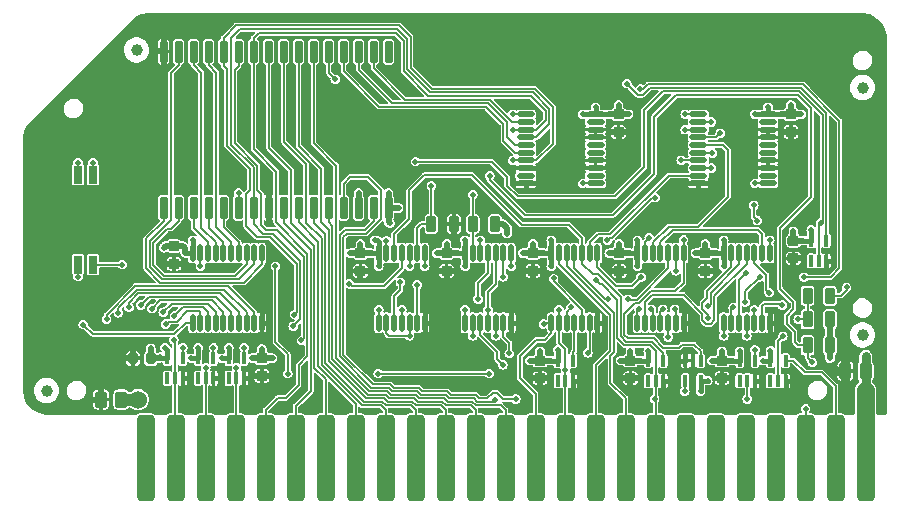
<source format=gtl>
G04 #@! TF.GenerationSoftware,KiCad,Pcbnew,7.0.1-0*
G04 #@! TF.CreationDate,2023-12-07T05:41:28-05:00*
G04 #@! TF.ProjectId,RAM128,52414d31-3238-42e6-9b69-6361645f7063,1.2*
G04 #@! TF.SameCoordinates,Original*
G04 #@! TF.FileFunction,Copper,L1,Top*
G04 #@! TF.FilePolarity,Positive*
%FSLAX46Y46*%
G04 Gerber Fmt 4.6, Leading zero omitted, Abs format (unit mm)*
G04 Created by KiCad (PCBNEW 7.0.1-0) date 2023-12-07 05:41:28*
%MOMM*%
%LPD*%
G01*
G04 APERTURE LIST*
G04 Aperture macros list*
%AMRoundRect*
0 Rectangle with rounded corners*
0 $1 Rounding radius*
0 $2 $3 $4 $5 $6 $7 $8 $9 X,Y pos of 4 corners*
0 Add a 4 corners polygon primitive as box body*
4,1,4,$2,$3,$4,$5,$6,$7,$8,$9,$2,$3,0*
0 Add four circle primitives for the rounded corners*
1,1,$1+$1,$2,$3*
1,1,$1+$1,$4,$5*
1,1,$1+$1,$6,$7*
1,1,$1+$1,$8,$9*
0 Add four rect primitives between the rounded corners*
20,1,$1+$1,$2,$3,$4,$5,0*
20,1,$1+$1,$4,$5,$6,$7,0*
20,1,$1+$1,$6,$7,$8,$9,0*
20,1,$1+$1,$8,$9,$2,$3,0*%
G04 Aperture macros list end*
G04 #@! TA.AperFunction,SMDPad,CuDef*
%ADD10RoundRect,0.381000X0.381000X3.289000X-0.381000X3.289000X-0.381000X-3.289000X0.381000X-3.289000X0*%
G04 #@! TD*
G04 #@! TA.AperFunction,SMDPad,CuDef*
%ADD11RoundRect,0.262500X0.262500X0.437500X-0.262500X0.437500X-0.262500X-0.437500X0.262500X-0.437500X0*%
G04 #@! TD*
G04 #@! TA.AperFunction,SMDPad,CuDef*
%ADD12C,1.000000*%
G04 #@! TD*
G04 #@! TA.AperFunction,SMDPad,CuDef*
%ADD13RoundRect,0.212500X-0.262500X0.212500X-0.262500X-0.212500X0.262500X-0.212500X0.262500X0.212500X0*%
G04 #@! TD*
G04 #@! TA.AperFunction,SMDPad,CuDef*
%ADD14RoundRect,0.212500X0.212500X0.487500X-0.212500X0.487500X-0.212500X-0.487500X0.212500X-0.487500X0*%
G04 #@! TD*
G04 #@! TA.AperFunction,SMDPad,CuDef*
%ADD15RoundRect,0.100000X-0.100000X0.400000X-0.100000X-0.400000X0.100000X-0.400000X0.100000X0.400000X0*%
G04 #@! TD*
G04 #@! TA.AperFunction,SMDPad,CuDef*
%ADD16RoundRect,0.112500X-0.612500X-0.112500X0.612500X-0.112500X0.612500X0.112500X-0.612500X0.112500X0*%
G04 #@! TD*
G04 #@! TA.AperFunction,SMDPad,CuDef*
%ADD17RoundRect,0.100000X0.100000X-0.400000X0.100000X0.400000X-0.100000X0.400000X-0.100000X-0.400000X0*%
G04 #@! TD*
G04 #@! TA.AperFunction,SMDPad,CuDef*
%ADD18RoundRect,0.212500X0.212500X0.262500X-0.212500X0.262500X-0.212500X-0.262500X0.212500X-0.262500X0*%
G04 #@! TD*
G04 #@! TA.AperFunction,SMDPad,CuDef*
%ADD19RoundRect,0.112500X0.112500X-0.612500X0.112500X0.612500X-0.112500X0.612500X-0.112500X-0.612500X0*%
G04 #@! TD*
G04 #@! TA.AperFunction,SMDPad,CuDef*
%ADD20RoundRect,0.150000X-0.150000X0.802500X-0.150000X-0.802500X0.150000X-0.802500X0.150000X0.802500X0*%
G04 #@! TD*
G04 #@! TA.AperFunction,SMDPad,CuDef*
%ADD21RoundRect,0.212500X-0.212500X-0.487500X0.212500X-0.487500X0.212500X0.487500X-0.212500X0.487500X0*%
G04 #@! TD*
G04 #@! TA.AperFunction,SMDPad,CuDef*
%ADD22RoundRect,0.190000X0.190000X-0.572000X0.190000X0.572000X-0.190000X0.572000X-0.190000X-0.572000X0*%
G04 #@! TD*
G04 #@! TA.AperFunction,ViaPad*
%ADD23C,0.500000*%
G04 #@! TD*
G04 #@! TA.AperFunction,ViaPad*
%ADD24C,0.600000*%
G04 #@! TD*
G04 #@! TA.AperFunction,ViaPad*
%ADD25C,1.524000*%
G04 #@! TD*
G04 #@! TA.AperFunction,Conductor*
%ADD26C,0.500000*%
G04 #@! TD*
G04 #@! TA.AperFunction,Conductor*
%ADD27C,0.450000*%
G04 #@! TD*
G04 #@! TA.AperFunction,Conductor*
%ADD28C,0.400000*%
G04 #@! TD*
G04 #@! TA.AperFunction,Conductor*
%ADD29C,1.524000*%
G04 #@! TD*
G04 #@! TA.AperFunction,Conductor*
%ADD30C,0.762000*%
G04 #@! TD*
G04 #@! TA.AperFunction,Conductor*
%ADD31C,0.150000*%
G04 #@! TD*
G04 #@! TA.AperFunction,Conductor*
%ADD32C,1.000000*%
G04 #@! TD*
G04 APERTURE END LIST*
D10*
X76200000Y-135282000D03*
X78740000Y-135282000D03*
X81280000Y-135282000D03*
X83820000Y-135282000D03*
X86360000Y-135282000D03*
X88900000Y-135282000D03*
X91440000Y-135282000D03*
X93980000Y-135282000D03*
X96520000Y-135282000D03*
X99060000Y-135282000D03*
X101600000Y-135282000D03*
X104140000Y-135282000D03*
X106680000Y-135282000D03*
X109220000Y-135282000D03*
X111760000Y-135282000D03*
X114300000Y-135282000D03*
X116840000Y-135282000D03*
X119380000Y-135282000D03*
X121920000Y-135282000D03*
X124460000Y-135282000D03*
X127000000Y-135282000D03*
X129540000Y-135282000D03*
X132080000Y-135282000D03*
X134620000Y-135282000D03*
X137160000Y-135282000D03*
D11*
X137160000Y-127889000D03*
X135460000Y-127889000D03*
D12*
X136906000Y-103886000D03*
X136906000Y-124841000D03*
D13*
X109600000Y-127000000D03*
X109600000Y-128500000D03*
D14*
X134150000Y-123500000D03*
X132250000Y-123500000D03*
D15*
X123200000Y-127000000D03*
X122550000Y-127000000D03*
X121900000Y-127000000D03*
X121900000Y-128700000D03*
X123200000Y-128700000D03*
D16*
X123000000Y-106150000D03*
X123000000Y-106800000D03*
X123000000Y-107450000D03*
X123000000Y-108100000D03*
X123000000Y-108750000D03*
X123000000Y-109400000D03*
X123000000Y-110050000D03*
X123000000Y-110700000D03*
X123000000Y-111350000D03*
X123000000Y-112000000D03*
X128900000Y-112000000D03*
X128900000Y-111350000D03*
X128900000Y-110700000D03*
X128900000Y-110050000D03*
X128900000Y-109400000D03*
X128900000Y-108750000D03*
X128900000Y-108100000D03*
X128900000Y-107450000D03*
X128900000Y-106800000D03*
X128900000Y-106150000D03*
D17*
X126500000Y-128700000D03*
X127150000Y-128700000D03*
X127800000Y-128700000D03*
X127800000Y-127000000D03*
X126500000Y-127000000D03*
X78050000Y-128500000D03*
X78700000Y-128500000D03*
X79350000Y-128500000D03*
X79350000Y-126800000D03*
X78050000Y-126800000D03*
D13*
X117250000Y-127000000D03*
X117250000Y-128500000D03*
D17*
X111100000Y-128700000D03*
X111750000Y-128700000D03*
X112400000Y-128700000D03*
X112400000Y-127000000D03*
X111100000Y-127000000D03*
X118750000Y-128700000D03*
X119400000Y-128700000D03*
X120050000Y-128700000D03*
X120050000Y-127000000D03*
X118750000Y-127000000D03*
D18*
X76650000Y-126800000D03*
X75150000Y-126800000D03*
D17*
X129100000Y-128700000D03*
X129750000Y-128700000D03*
X130400000Y-128700000D03*
X130400000Y-127000000D03*
X129100000Y-127000000D03*
D19*
X95950000Y-123800000D03*
X96600000Y-123800000D03*
X97250000Y-123800000D03*
X97900000Y-123800000D03*
X98550000Y-123800000D03*
X99200000Y-123800000D03*
X99850000Y-123800000D03*
X99850000Y-117900000D03*
X99200000Y-117900000D03*
X98550000Y-117900000D03*
X97900000Y-117900000D03*
X97250000Y-117900000D03*
X96600000Y-117900000D03*
X95950000Y-117900000D03*
X125150000Y-123800000D03*
X125800000Y-123800000D03*
X126450000Y-123800000D03*
X127100000Y-123800000D03*
X127750000Y-123800000D03*
X128400000Y-123800000D03*
X129050000Y-123800000D03*
X129050000Y-117900000D03*
X128400000Y-117900000D03*
X127750000Y-117900000D03*
X127100000Y-117900000D03*
X126450000Y-117900000D03*
X125800000Y-117900000D03*
X125150000Y-117900000D03*
D13*
X116300000Y-117900000D03*
X116300000Y-119400000D03*
D19*
X117850000Y-123800000D03*
X118500000Y-123800000D03*
X119150000Y-123800000D03*
X119800000Y-123800000D03*
X120450000Y-123800000D03*
X121100000Y-123800000D03*
X121750000Y-123800000D03*
X121750000Y-117900000D03*
X121100000Y-117900000D03*
X120450000Y-117900000D03*
X119800000Y-117900000D03*
X119150000Y-117900000D03*
X118500000Y-117900000D03*
X117850000Y-117900000D03*
D13*
X94400000Y-117900000D03*
X94400000Y-119400000D03*
D19*
X110550000Y-123800000D03*
X111200000Y-123800000D03*
X111850000Y-123800000D03*
X112500000Y-123800000D03*
X113150000Y-123800000D03*
X113800000Y-123800000D03*
X114450000Y-123800000D03*
X114450000Y-117900000D03*
X113800000Y-117900000D03*
X113150000Y-117900000D03*
X112500000Y-117900000D03*
X111850000Y-117900000D03*
X111200000Y-117900000D03*
X110550000Y-117900000D03*
D13*
X101700000Y-117900000D03*
X101700000Y-119400000D03*
D19*
X103250000Y-123800000D03*
X103900000Y-123800000D03*
X104550000Y-123800000D03*
X105200000Y-123800000D03*
X105850000Y-123800000D03*
X106500000Y-123800000D03*
X107150000Y-123800000D03*
X107150000Y-117900000D03*
X106500000Y-117900000D03*
X105850000Y-117900000D03*
X105200000Y-117900000D03*
X104550000Y-117900000D03*
X103900000Y-117900000D03*
X103250000Y-117900000D03*
D13*
X123600000Y-117900000D03*
X123600000Y-119400000D03*
X109000000Y-117900000D03*
X109000000Y-119400000D03*
X125000000Y-127000000D03*
X125000000Y-128500000D03*
D20*
X96774000Y-100838000D03*
X95504000Y-100838000D03*
X94234000Y-100838000D03*
X92964000Y-100838000D03*
X91694000Y-100838000D03*
X90424000Y-100838000D03*
X89154000Y-100838000D03*
X87884000Y-100838000D03*
X86614000Y-100838000D03*
X85344000Y-100838000D03*
X84074000Y-100838000D03*
X82804000Y-100838000D03*
X81534000Y-100838000D03*
X80264000Y-100838000D03*
X78994000Y-100838000D03*
X77724000Y-100838000D03*
X77724000Y-114046000D03*
X78994000Y-114046000D03*
X80264000Y-114046000D03*
X81534000Y-114046000D03*
X82804000Y-114046000D03*
X84074000Y-114046000D03*
X85344000Y-114046000D03*
X86614000Y-114046000D03*
X87884000Y-114046000D03*
X89154000Y-114046000D03*
X90424000Y-114046000D03*
X91694000Y-114046000D03*
X92964000Y-114046000D03*
X94234000Y-114046000D03*
X95504000Y-114046000D03*
X96774000Y-114046000D03*
D21*
X100400000Y-115450000D03*
X102300000Y-115450000D03*
D16*
X108400000Y-106150000D03*
X108400000Y-106800000D03*
X108400000Y-107450000D03*
X108400000Y-108100000D03*
X108400000Y-108750000D03*
X108400000Y-109400000D03*
X108400000Y-110050000D03*
X108400000Y-110700000D03*
X108400000Y-111350000D03*
X108400000Y-112000000D03*
X114300000Y-112000000D03*
X114300000Y-111350000D03*
X114300000Y-110700000D03*
X114300000Y-110050000D03*
X114300000Y-109400000D03*
X114300000Y-108750000D03*
X114300000Y-108100000D03*
X114300000Y-107450000D03*
X114300000Y-106800000D03*
X114300000Y-106150000D03*
D13*
X116250000Y-106150000D03*
X116250000Y-107650000D03*
X130850000Y-106150000D03*
X130850000Y-107650000D03*
D12*
X67818000Y-129540000D03*
X75438000Y-100711000D03*
D19*
X80200000Y-123800000D03*
X80850000Y-123800000D03*
X81500000Y-123800000D03*
X82150000Y-123800000D03*
X82800000Y-123800000D03*
X83450000Y-123800000D03*
X84100000Y-123800000D03*
X84750000Y-123800000D03*
X85400000Y-123800000D03*
X86050000Y-123800000D03*
X86050000Y-117900000D03*
X85400000Y-117900000D03*
X84750000Y-117900000D03*
X84100000Y-117900000D03*
X83450000Y-117900000D03*
X82800000Y-117900000D03*
X82150000Y-117900000D03*
X81500000Y-117900000D03*
X80850000Y-117900000D03*
X80200000Y-117900000D03*
D11*
X74150000Y-130300000D03*
X72450000Y-130300000D03*
D17*
X80650000Y-128500000D03*
X81300000Y-128500000D03*
X81950000Y-128500000D03*
X81950000Y-126800000D03*
X80650000Y-126800000D03*
X83250000Y-128500000D03*
X83900000Y-128500000D03*
X84550000Y-128500000D03*
X84550000Y-126800000D03*
X83250000Y-126800000D03*
D13*
X86050000Y-126800000D03*
X86050000Y-128300000D03*
X78600000Y-117300000D03*
X78600000Y-118800000D03*
D17*
X132550000Y-118550000D03*
X133200000Y-118550000D03*
X133850000Y-118550000D03*
X133850000Y-116850000D03*
X132550000Y-116850000D03*
D13*
X131050000Y-116850000D03*
X131050000Y-118350000D03*
D14*
X134150000Y-125700000D03*
X132250000Y-125700000D03*
X105800000Y-115450000D03*
X103900000Y-115450000D03*
D21*
X132250000Y-121500000D03*
X134150000Y-121500000D03*
D22*
X70485000Y-118872000D03*
X71755000Y-118872000D03*
X71755000Y-111252000D03*
X70485000Y-111252000D03*
D23*
X116400000Y-127000000D03*
X117250000Y-126200000D03*
X109000000Y-117100000D03*
X108150000Y-117900000D03*
X109950000Y-117900000D03*
X103250000Y-119000000D03*
X103250000Y-116800000D03*
X101700000Y-117100000D03*
X110550000Y-119000000D03*
X100850000Y-117900000D03*
X110550000Y-116800000D03*
X102650000Y-117900000D03*
X95950000Y-119000000D03*
X94400000Y-117100000D03*
X125150000Y-116800000D03*
X115450000Y-117900000D03*
X123600000Y-117100000D03*
X116300000Y-117100000D03*
X93550000Y-117900000D03*
X95350000Y-117900000D03*
X117850000Y-119000000D03*
X117850000Y-116800000D03*
X117250000Y-117900000D03*
X125150000Y-119000000D03*
X122750000Y-117900000D03*
X124550000Y-117900000D03*
X97627000Y-114077000D03*
X94234000Y-112776000D03*
X96774000Y-112776000D03*
X115400000Y-106150000D03*
X116250000Y-105350000D03*
X113200000Y-106150000D03*
X117100000Y-106150000D03*
X114300000Y-105550000D03*
X128900000Y-105550000D03*
X131700000Y-106150000D03*
X127800000Y-106150000D03*
X130850000Y-105350000D03*
X130000000Y-106150000D03*
X79600000Y-117900000D03*
X80200000Y-116800000D03*
X85200000Y-126800000D03*
X86950000Y-126800000D03*
X86050000Y-126000000D03*
X80050000Y-126800000D03*
X80650000Y-125900000D03*
X82650000Y-126800000D03*
X126500000Y-126200000D03*
X76650000Y-125950000D03*
X123800000Y-128700000D03*
D24*
X137160000Y-126619000D03*
D23*
X83250000Y-125900000D03*
X77750000Y-117450000D03*
X106800000Y-116250000D03*
X95600000Y-116800000D03*
X125000000Y-126200000D03*
X108750000Y-127000000D03*
X118750000Y-126200000D03*
X111100000Y-126100000D03*
X134150000Y-126800000D03*
X109600000Y-126200000D03*
X124150000Y-127000000D03*
X131900000Y-116850000D03*
X123200000Y-129600000D03*
X128500000Y-127000000D03*
X96901000Y-115379500D03*
X129100000Y-126150000D03*
X110500000Y-127000000D03*
X131050000Y-116050000D03*
X118150000Y-127000000D03*
X132550000Y-115950000D03*
D25*
X137160000Y-129540000D03*
D23*
X77450000Y-126700000D03*
X125900000Y-127000000D03*
X77850000Y-125900000D03*
X87630000Y-131318000D03*
X97790000Y-131318000D03*
X107950000Y-131318000D03*
X105410000Y-131318000D03*
X110490000Y-131318000D03*
X113030000Y-131318000D03*
X115570000Y-131318000D03*
X118110000Y-131318000D03*
X100330000Y-131318000D03*
X95250000Y-131318000D03*
X92710000Y-131318000D03*
X90170000Y-131318000D03*
X80010000Y-131318000D03*
X82550000Y-131318000D03*
X102870000Y-131318000D03*
X123190000Y-131318000D03*
X135890000Y-131318000D03*
X133350000Y-131318000D03*
X130810000Y-131318000D03*
X128270000Y-131318000D03*
X125730000Y-131318000D03*
X120650000Y-131318000D03*
X138684000Y-131318000D03*
X133223000Y-97790000D03*
X123063000Y-97790000D03*
X128143000Y-97790000D03*
X97663000Y-97790000D03*
X102743000Y-97790000D03*
X107823000Y-97790000D03*
X87503000Y-97790000D03*
X92583000Y-97790000D03*
X117983000Y-97790000D03*
X138557000Y-99187000D03*
X112903000Y-97790000D03*
X75692000Y-98044000D03*
X77470000Y-131318000D03*
X67437000Y-131191000D03*
X66040000Y-122682000D03*
X74930000Y-131318000D03*
X82423000Y-97790000D03*
X69342000Y-104394000D03*
X72644000Y-101092000D03*
X85090000Y-131318000D03*
X137287000Y-97917000D03*
X66294000Y-107442000D03*
X121900000Y-112000000D03*
X123000000Y-112600000D03*
X124100000Y-112000000D03*
X118100000Y-128500000D03*
X116400000Y-128500000D03*
X117250000Y-129300000D03*
X75150000Y-125950000D03*
X100850000Y-119400000D03*
X107250000Y-124900000D03*
X107750000Y-123800000D03*
X107150000Y-122700000D03*
X94450000Y-120200000D03*
X99850000Y-124900000D03*
X100450000Y-123800000D03*
X95250000Y-119400000D03*
X99850000Y-122700000D03*
X115450000Y-119400000D03*
X129650000Y-123800000D03*
X122750000Y-119400000D03*
X129050000Y-122700000D03*
X124450000Y-119400000D03*
X116300000Y-120200000D03*
X122350000Y-123800000D03*
X117150000Y-119400000D03*
X121750000Y-122700000D03*
X108150000Y-119400000D03*
X109000000Y-120200000D03*
X109850000Y-119400000D03*
X101700000Y-120200000D03*
X102550000Y-119400000D03*
X110350000Y-126100000D03*
X77724000Y-102108000D03*
X77025500Y-100774500D03*
X77724000Y-99441000D03*
X86614000Y-112776000D03*
X86614000Y-115443000D03*
X112000000Y-125600000D03*
X115050000Y-127350000D03*
X118000000Y-126200000D03*
X126150000Y-125100000D03*
X77343000Y-97790000D03*
X69850000Y-131318000D03*
X109600000Y-106450000D03*
X115400000Y-107650000D03*
X109500000Y-112000000D03*
X117100000Y-107650000D03*
X107300000Y-112000000D03*
X108400000Y-112600000D03*
X116250000Y-108450000D03*
X130850000Y-108450000D03*
X131700000Y-107650000D03*
X130000000Y-107650000D03*
X86050000Y-122700000D03*
X86650000Y-123800000D03*
X86900000Y-128300000D03*
X82550000Y-128500000D03*
X79950000Y-128500000D03*
X85150000Y-128500000D03*
X127050000Y-109450000D03*
X76200000Y-107442000D03*
X88500000Y-119100000D03*
X82700000Y-109250000D03*
X84850000Y-108900000D03*
X86550000Y-109600000D03*
X92900000Y-108500000D03*
X124500000Y-114850000D03*
X121350000Y-114700000D03*
X112400000Y-114100000D03*
X124850000Y-122400000D03*
X120200000Y-104700000D03*
X119100000Y-104400000D03*
X121300000Y-105000000D03*
X110200000Y-107900000D03*
X66167000Y-129921000D03*
X66040000Y-117602000D03*
X66040000Y-112522000D03*
X66040000Y-127762000D03*
X138684000Y-104267000D03*
X138684000Y-109347000D03*
X138684000Y-114427000D03*
X138684000Y-119507000D03*
X138684000Y-124587000D03*
X138684000Y-129667000D03*
X68580000Y-125222000D03*
X68453000Y-115062000D03*
X68580000Y-109982000D03*
X68580000Y-120142000D03*
X71120000Y-122682000D03*
X71120000Y-127762000D03*
X73660000Y-119950000D03*
X73660000Y-109982000D03*
X73787000Y-115062000D03*
X76200000Y-112522000D03*
X73660000Y-104902000D03*
X76200000Y-102362000D03*
X133050000Y-106400000D03*
X134350000Y-106800000D03*
X118500000Y-112650000D03*
X117650000Y-112100000D03*
X136144000Y-111887000D03*
X136144000Y-116967000D03*
X94100000Y-126450000D03*
X89662000Y-127600000D03*
X89400000Y-126450000D03*
X77250000Y-125250000D03*
X77750000Y-118800000D03*
X94869000Y-102171500D03*
X114300000Y-124900000D03*
X96266000Y-103695500D03*
X121300000Y-127000000D03*
X125000000Y-129300000D03*
X130250000Y-129600000D03*
X133850000Y-119450000D03*
X109500000Y-110700000D03*
X114400000Y-122700000D03*
X120650000Y-128700000D03*
X74350000Y-126600000D03*
X92329000Y-102171500D03*
X72450000Y-129200000D03*
X71550000Y-130300000D03*
X102300000Y-116550000D03*
D24*
X135763000Y-129159000D03*
D23*
X125850000Y-128650000D03*
D24*
X134366000Y-127635000D03*
D23*
X108750000Y-128500000D03*
X128950000Y-124850000D03*
X131050000Y-119150000D03*
X93599000Y-102171500D03*
X131900000Y-118350000D03*
X120967500Y-120459500D03*
X128400000Y-128700000D03*
X120100000Y-129600000D03*
X79450000Y-124650000D03*
X93599000Y-115350000D03*
X94488000Y-104711500D03*
X134450000Y-118550000D03*
X94869000Y-103695500D03*
X93450000Y-116750000D03*
X113000000Y-128700000D03*
X113650000Y-116450000D03*
X121900000Y-126150000D03*
X79450000Y-118900000D03*
X115050000Y-123800000D03*
X93789500Y-111950500D03*
X109600000Y-129300000D03*
X97663000Y-103695500D03*
X121550000Y-124850000D03*
X110450000Y-128500000D03*
X112400000Y-129600000D03*
X131000000Y-128700000D03*
D24*
X135509000Y-126619000D03*
D23*
X96139000Y-102171500D03*
X77900000Y-123900000D03*
X78650000Y-123200000D03*
X107300000Y-107450000D03*
X121900000Y-107450000D03*
X83900000Y-127600000D03*
X97900000Y-122700000D03*
X89400000Y-125300000D03*
X81300000Y-127600000D03*
X105850000Y-124900000D03*
X88700000Y-124100000D03*
X107300000Y-110050000D03*
X121550000Y-110050000D03*
X105200000Y-122700000D03*
X78600000Y-125250000D03*
X88800000Y-123100000D03*
X73900000Y-122950000D03*
X77700000Y-122900000D03*
X72900000Y-123500000D03*
X74800000Y-122500000D03*
X75800000Y-122300000D03*
X76750000Y-122600000D03*
D25*
X75565000Y-130302000D03*
D23*
X109900000Y-123900000D03*
X123850000Y-123400000D03*
X105800000Y-130300000D03*
X123850000Y-122400000D03*
X111200000Y-122700000D03*
X111750000Y-127800000D03*
X107300000Y-106150000D03*
X121900000Y-106150000D03*
X131450000Y-123500000D03*
X105300000Y-128100000D03*
X80850000Y-119000000D03*
X95900000Y-128100000D03*
X88250000Y-128100000D03*
X87200000Y-119000000D03*
X120450000Y-125000000D03*
X98550000Y-124900000D03*
X132080000Y-131064000D03*
X132650000Y-127150000D03*
X127150000Y-130250000D03*
X70485000Y-110236000D03*
X105350000Y-111350000D03*
X84074000Y-112776000D03*
X96600000Y-116850000D03*
X116950000Y-103550000D03*
X130100000Y-122300000D03*
X118100000Y-104000000D03*
X92265500Y-103187500D03*
X131950000Y-119950000D03*
X119350000Y-113200000D03*
X124100000Y-106800000D03*
X115300000Y-116800000D03*
X110750000Y-120050000D03*
X124200000Y-109450000D03*
X106500000Y-119900000D03*
X107150000Y-119000000D03*
X124100000Y-110700000D03*
X121850000Y-129600000D03*
X135550000Y-120800000D03*
X127050000Y-119550000D03*
X124850000Y-107750000D03*
X106450000Y-127350000D03*
X125150000Y-124900000D03*
X125950000Y-122500000D03*
X107000000Y-126400000D03*
X113650000Y-126350000D03*
X127100000Y-124900000D03*
X127750000Y-122700000D03*
X112200000Y-122500000D03*
X118150000Y-119950000D03*
X129000000Y-121250000D03*
X129050000Y-116800000D03*
X121100000Y-119400000D03*
X121750000Y-116750000D03*
X104550000Y-116800000D03*
X127700000Y-113850000D03*
X128000000Y-115150000D03*
X99200000Y-120600000D03*
X127800000Y-112000000D03*
X113200000Y-112000000D03*
X97775000Y-120375000D03*
X119300000Y-130250000D03*
X114300000Y-120200000D03*
X107550000Y-130250000D03*
X118850000Y-116600000D03*
X127800000Y-126100000D03*
X98550000Y-119000000D03*
X115350000Y-121800000D03*
X118000000Y-122650000D03*
X119000000Y-122650000D03*
X117050000Y-121800000D03*
X74231500Y-118872000D03*
X100400000Y-112200000D03*
X103900000Y-112950000D03*
X70485000Y-119888000D03*
X104350000Y-121800000D03*
X120000000Y-122650000D03*
X128200000Y-119900000D03*
X133350000Y-115350000D03*
X126950000Y-122050000D03*
X121000000Y-122650000D03*
X71755000Y-110236000D03*
X99050000Y-110150000D03*
X81950000Y-125900000D03*
X103900000Y-124900000D03*
X79350000Y-125900000D03*
X103250000Y-122700000D03*
X130150000Y-124950000D03*
X99850000Y-119000000D03*
X84550000Y-125900000D03*
X95950000Y-122700000D03*
X70929500Y-123952000D03*
X93450000Y-120500000D03*
D26*
X117250000Y-127000000D02*
X118150000Y-127000000D01*
X117250000Y-127000000D02*
X117250000Y-126200000D01*
X117250000Y-127000000D02*
X116400000Y-127000000D01*
D27*
X103250000Y-117900000D02*
X102650000Y-117900000D01*
X110550000Y-117900000D02*
X110550000Y-116800000D01*
X110550000Y-117900000D02*
X109950000Y-117900000D01*
X103250000Y-117900000D02*
X103250000Y-119000000D01*
X110550000Y-117900000D02*
X110550000Y-119000000D01*
D26*
X101700000Y-117900000D02*
X102650000Y-117900000D01*
X101700000Y-117900000D02*
X101700000Y-117100000D01*
D27*
X103250000Y-117900000D02*
X103250000Y-116800000D01*
D26*
X101700000Y-117900000D02*
X100850000Y-117900000D01*
X109000000Y-117900000D02*
X108150000Y-117900000D01*
X109000000Y-117900000D02*
X109000000Y-117100000D01*
X109000000Y-117900000D02*
X109950000Y-117900000D01*
D27*
X95950000Y-117900000D02*
X95950000Y-119000000D01*
D26*
X94400000Y-117900000D02*
X94400000Y-117100000D01*
X94400000Y-117900000D02*
X93550000Y-117900000D01*
X94400000Y-117900000D02*
X95350000Y-117900000D01*
D27*
X117850000Y-117900000D02*
X117850000Y-116800000D01*
D26*
X116300000Y-117900000D02*
X116300000Y-117100000D01*
X123600000Y-117900000D02*
X124550000Y-117900000D01*
X116300000Y-117900000D02*
X115450000Y-117900000D01*
D27*
X95950000Y-117900000D02*
X95350000Y-117900000D01*
D26*
X116300000Y-117900000D02*
X117250000Y-117900000D01*
D27*
X117850000Y-117900000D02*
X117850000Y-119000000D01*
X125150000Y-117900000D02*
X124550000Y-117900000D01*
X125150000Y-117900000D02*
X125150000Y-116800000D01*
X117850000Y-117900000D02*
X117250000Y-117900000D01*
D26*
X123600000Y-117900000D02*
X123600000Y-117100000D01*
X123600000Y-117900000D02*
X122750000Y-117900000D01*
D27*
X125150000Y-117900000D02*
X125150000Y-119000000D01*
D26*
X97627000Y-114077000D02*
X97612000Y-114092000D01*
X97612000Y-114092000D02*
X96774000Y-114092000D01*
X94234000Y-114092000D02*
X94234000Y-112776000D01*
X96774000Y-114092000D02*
X96774000Y-112776000D01*
D27*
X114300000Y-106150000D02*
X115400000Y-106150000D01*
D26*
X116250000Y-106150000D02*
X116250000Y-105350000D01*
D27*
X114300000Y-106150000D02*
X113200000Y-106150000D01*
D26*
X116250000Y-106150000D02*
X115400000Y-106150000D01*
D27*
X114300000Y-106150000D02*
X114300000Y-105550000D01*
D26*
X116250000Y-106150000D02*
X117100000Y-106150000D01*
X130850000Y-106150000D02*
X131700000Y-106150000D01*
D27*
X128900000Y-106150000D02*
X128900000Y-105550000D01*
D26*
X130850000Y-106150000D02*
X130000000Y-106150000D01*
D27*
X128900000Y-106150000D02*
X127800000Y-106150000D01*
D26*
X130850000Y-106150000D02*
X130850000Y-105350000D01*
D27*
X128900000Y-106150000D02*
X130000000Y-106150000D01*
X80200000Y-117900000D02*
X79600000Y-117900000D01*
X80200000Y-117900000D02*
X80200000Y-116800000D01*
D26*
X86050000Y-126800000D02*
X85200000Y-126800000D01*
X86050000Y-126800000D02*
X86050000Y-126000000D01*
X86050000Y-126800000D02*
X86950000Y-126800000D01*
D28*
X83250000Y-126800000D02*
X82650000Y-126800000D01*
X80650000Y-126800000D02*
X80050000Y-126800000D01*
X80650000Y-126800000D02*
X80650000Y-125900000D01*
D26*
X78600000Y-117300000D02*
X77900000Y-117300000D01*
X109600000Y-127000000D02*
X110500000Y-127000000D01*
D28*
X83250000Y-126800000D02*
X83250000Y-125900000D01*
X78050000Y-126800000D02*
X78050000Y-126100000D01*
D26*
X131050000Y-116850000D02*
X131050000Y-116050000D01*
X125000000Y-127000000D02*
X124150000Y-127000000D01*
D28*
X111100000Y-127000000D02*
X110500000Y-127000000D01*
D26*
X96901000Y-115379500D02*
X96774000Y-115252500D01*
X125000000Y-127000000D02*
X125000000Y-126200000D01*
D29*
X137160000Y-135382000D02*
X137160000Y-129540000D01*
D28*
X78050000Y-126100000D02*
X77850000Y-125900000D01*
X129100000Y-127000000D02*
X128500000Y-127000000D01*
D26*
X76650000Y-126800000D02*
X76650000Y-125950000D01*
D28*
X118750000Y-127000000D02*
X118750000Y-126200000D01*
D26*
X125000000Y-127000000D02*
X125900000Y-127000000D01*
X109600000Y-127000000D02*
X109600000Y-126200000D01*
D28*
X78050000Y-126800000D02*
X77550000Y-126800000D01*
D27*
X95600000Y-116800000D02*
X95800000Y-116800000D01*
D28*
X123200000Y-128700000D02*
X123200000Y-129600000D01*
D26*
X77900000Y-117300000D02*
X77750000Y-117450000D01*
D28*
X132550000Y-116850000D02*
X131900000Y-116850000D01*
X111100000Y-127000000D02*
X111100000Y-126100000D01*
D30*
X137160000Y-127889000D02*
X137160000Y-126619000D01*
D26*
X134150000Y-125700000D02*
X134150000Y-126800000D01*
D28*
X123200000Y-128700000D02*
X123800000Y-128700000D01*
X77550000Y-126800000D02*
X77450000Y-126700000D01*
D26*
X109600000Y-127000000D02*
X108750000Y-127000000D01*
X131050000Y-116850000D02*
X131900000Y-116850000D01*
X78600000Y-117300000D02*
X79350000Y-117300000D01*
D27*
X95950000Y-116950000D02*
X95950000Y-117900000D01*
D28*
X132550000Y-116850000D02*
X132550000Y-115950000D01*
X129100000Y-127000000D02*
X129100000Y-126150000D01*
D26*
X77350000Y-126800000D02*
X77450000Y-126700000D01*
X106800000Y-116250000D02*
X106800000Y-115750000D01*
D30*
X137160000Y-127889000D02*
X137160000Y-129540000D01*
D26*
X134150000Y-123500000D02*
X134150000Y-125700000D01*
D28*
X118750000Y-127000000D02*
X118150000Y-127000000D01*
D26*
X106800000Y-115750000D02*
X106500000Y-115450000D01*
X79550000Y-117550000D02*
X79550000Y-117850000D01*
X76650000Y-126800000D02*
X77350000Y-126800000D01*
D28*
X126500000Y-127000000D02*
X125900000Y-127000000D01*
D26*
X96774000Y-115252500D02*
X96774000Y-114092000D01*
X106500000Y-115450000D02*
X105800000Y-115450000D01*
D27*
X95800000Y-116800000D02*
X95950000Y-116950000D01*
D28*
X126500000Y-127000000D02*
X126500000Y-126200000D01*
D26*
X79350000Y-117300000D02*
X79500000Y-117450000D01*
X79550000Y-117850000D02*
X79600000Y-117900000D01*
D27*
X123000000Y-112000000D02*
X121900000Y-112000000D01*
X123000000Y-112000000D02*
X123000000Y-112600000D01*
X123000000Y-112000000D02*
X124100000Y-112000000D01*
D26*
X117250000Y-128500000D02*
X118100000Y-128500000D01*
X117250000Y-128500000D02*
X116400000Y-128500000D01*
X117250000Y-128500000D02*
X117250000Y-129300000D01*
X75150000Y-126800000D02*
X75150000Y-125950000D01*
D27*
X107150000Y-123800000D02*
X107150000Y-122700000D01*
X107150000Y-123800000D02*
X107750000Y-123800000D01*
X99850000Y-123800000D02*
X100450000Y-123800000D01*
D26*
X94400000Y-119400000D02*
X95250000Y-119400000D01*
D27*
X99850000Y-123800000D02*
X99850000Y-122700000D01*
X99850000Y-123800000D02*
X99850000Y-124900000D01*
D26*
X116300000Y-119400000D02*
X115450000Y-119400000D01*
D27*
X129050000Y-123800000D02*
X129050000Y-122700000D01*
D26*
X123600000Y-119400000D02*
X124450000Y-119400000D01*
D27*
X129050000Y-123800000D02*
X129650000Y-123800000D01*
D26*
X123600000Y-119400000D02*
X122750000Y-119400000D01*
X116300000Y-119400000D02*
X116300000Y-120200000D01*
D27*
X121750000Y-123800000D02*
X122350000Y-123800000D01*
D26*
X116300000Y-119400000D02*
X117150000Y-119400000D01*
D27*
X121750000Y-123800000D02*
X121750000Y-122700000D01*
D26*
X109000000Y-119400000D02*
X108150000Y-119400000D01*
X109000000Y-119400000D02*
X109000000Y-120200000D01*
X109000000Y-119400000D02*
X109850000Y-119400000D01*
X101700000Y-119400000D02*
X101700000Y-120200000D01*
X101700000Y-119400000D02*
X102550000Y-119400000D01*
X101700000Y-119400000D02*
X100850000Y-119400000D01*
X77724000Y-100792000D02*
X77724000Y-102108000D01*
X77724000Y-100792000D02*
X77043000Y-100792000D01*
X77043000Y-100792000D02*
X77025500Y-100774500D01*
X77724000Y-100792000D02*
X77724000Y-99441000D01*
X86614000Y-114092000D02*
X86614000Y-112776000D01*
X86614000Y-114092000D02*
X86614000Y-115443000D01*
D27*
X108400000Y-112000000D02*
X109500000Y-112000000D01*
X108400000Y-112000000D02*
X107300000Y-112000000D01*
X108400000Y-112000000D02*
X108400000Y-112600000D01*
D26*
X116250000Y-107650000D02*
X116250000Y-108450000D01*
X116250000Y-107650000D02*
X117100000Y-107650000D01*
X116250000Y-107650000D02*
X115400000Y-107650000D01*
X130850000Y-107650000D02*
X130000000Y-107650000D01*
X130850000Y-107650000D02*
X131700000Y-107650000D01*
X130850000Y-107650000D02*
X130850000Y-108450000D01*
D27*
X86050000Y-123800000D02*
X86050000Y-122700000D01*
X86050000Y-123800000D02*
X86650000Y-123800000D01*
D26*
X85350000Y-128300000D02*
X85150000Y-128500000D01*
X86050000Y-128300000D02*
X85350000Y-128300000D01*
X86050000Y-128300000D02*
X86900000Y-128300000D01*
D28*
X81950000Y-128500000D02*
X82550000Y-128500000D01*
X84550000Y-128500000D02*
X85150000Y-128500000D01*
D26*
X109600000Y-128500000D02*
X108750000Y-128500000D01*
D27*
X107150000Y-123800000D02*
X107150000Y-124800000D01*
X107150000Y-124800000D02*
X107250000Y-124900000D01*
X121750000Y-124650000D02*
X121750000Y-123800000D01*
D28*
X130250000Y-129600000D02*
X130400000Y-129450000D01*
X79350000Y-128500000D02*
X79950000Y-128500000D01*
X120050000Y-128700000D02*
X120050000Y-129550000D01*
D30*
X135460000Y-126668000D02*
X135509000Y-126619000D01*
D26*
X78600000Y-118800000D02*
X79350000Y-118800000D01*
X78600000Y-118800000D02*
X77750000Y-118800000D01*
D27*
X114450000Y-122750000D02*
X114400000Y-122700000D01*
D26*
X94400000Y-120150000D02*
X94450000Y-120200000D01*
D27*
X108400000Y-110700000D02*
X109500000Y-110700000D01*
X129050000Y-124750000D02*
X129050000Y-123800000D01*
D28*
X133850000Y-118550000D02*
X133850000Y-119450000D01*
D26*
X72450000Y-130300000D02*
X71550000Y-130300000D01*
X109600000Y-128500000D02*
X109600000Y-129300000D01*
D28*
X127800000Y-128700000D02*
X128400000Y-128700000D01*
D26*
X74350000Y-126800000D02*
X75150000Y-126800000D01*
X131050000Y-118350000D02*
X131050000Y-119150000D01*
X74350000Y-126600000D02*
X74350000Y-126800000D01*
D28*
X125000000Y-128500000D02*
X124375000Y-128500000D01*
D26*
X125000000Y-128500000D02*
X125000000Y-129300000D01*
D30*
X135763000Y-129159000D02*
X135460000Y-128856000D01*
D26*
X125700000Y-128500000D02*
X125850000Y-128650000D01*
D30*
X135460000Y-128856000D02*
X135460000Y-127889000D01*
D28*
X121900000Y-127000000D02*
X121900000Y-126150000D01*
D26*
X125000000Y-128500000D02*
X125700000Y-128500000D01*
D27*
X114450000Y-124750000D02*
X114300000Y-124900000D01*
X114450000Y-123800000D02*
X114450000Y-122750000D01*
D28*
X130400000Y-128700000D02*
X131000000Y-128700000D01*
D26*
X72450000Y-130300000D02*
X72450000Y-129200000D01*
D28*
X120050000Y-129550000D02*
X120100000Y-129600000D01*
D27*
X128950000Y-124850000D02*
X129050000Y-124750000D01*
X114450000Y-123800000D02*
X114450000Y-124750000D01*
X121550000Y-124850000D02*
X121750000Y-124650000D01*
D30*
X135460000Y-127889000D02*
X135460000Y-126668000D01*
D26*
X102300000Y-115450000D02*
X102300000Y-116550000D01*
D28*
X120050000Y-128700000D02*
X120650000Y-128700000D01*
D26*
X131050000Y-118350000D02*
X131900000Y-118350000D01*
D28*
X112400000Y-128700000D02*
X113000000Y-128700000D01*
D26*
X79350000Y-118800000D02*
X79450000Y-118900000D01*
D28*
X121900000Y-127000000D02*
X121300000Y-127000000D01*
X130400000Y-129450000D02*
X130400000Y-128700000D01*
D30*
X134620000Y-127889000D02*
X134366000Y-127635000D01*
D28*
X112400000Y-128700000D02*
X112400000Y-129600000D01*
X133850000Y-118550000D02*
X134450000Y-118550000D01*
D27*
X115050000Y-123800000D02*
X114450000Y-123800000D01*
D26*
X109600000Y-128500000D02*
X110450000Y-128500000D01*
D30*
X135460000Y-127889000D02*
X134620000Y-127889000D01*
D26*
X94400000Y-119400000D02*
X94400000Y-120150000D01*
D31*
X87884000Y-114092000D02*
X87884000Y-115334000D01*
X88900000Y-130850000D02*
X88900000Y-135282000D01*
X90200000Y-129550000D02*
X88900000Y-130850000D01*
X87884000Y-115334000D02*
X90200000Y-117650000D01*
X90200000Y-117650000D02*
X90200000Y-129550000D01*
X78850000Y-123700000D02*
X79750000Y-122800000D01*
X77900000Y-123900000D02*
X78100000Y-123700000D01*
X79750000Y-122800000D02*
X80750000Y-122800000D01*
X80750000Y-122800000D02*
X80850000Y-122900000D01*
X78100000Y-123700000D02*
X78850000Y-123700000D01*
X80850000Y-122900000D02*
X80850000Y-123800000D01*
X81100000Y-122500000D02*
X81500000Y-122900000D01*
X78650000Y-123200000D02*
X79350000Y-122500000D01*
X81500000Y-122900000D02*
X81500000Y-123800000D01*
X79350000Y-122500000D02*
X81100000Y-122500000D01*
X96253264Y-130500000D02*
X96553264Y-130800000D01*
X98669000Y-130800000D02*
X99060000Y-131191000D01*
X91400000Y-116300000D02*
X91400000Y-127200000D01*
X90424000Y-114092000D02*
X90424000Y-115324000D01*
X94700000Y-130500000D02*
X96253264Y-130500000D01*
X90424000Y-115324000D02*
X91400000Y-116300000D01*
X96553264Y-130800000D02*
X98669000Y-130800000D01*
X91400000Y-127200000D02*
X94700000Y-130500000D01*
X99060000Y-131191000D02*
X99060000Y-135282000D01*
X91100000Y-116650000D02*
X89789000Y-115339000D01*
X89789000Y-110363000D02*
X87884000Y-108458000D01*
X96129000Y-130800000D02*
X94550000Y-130800000D01*
X96520000Y-135282000D02*
X96520000Y-131191000D01*
X87884000Y-108458000D02*
X87884000Y-100792000D01*
X91100000Y-127350000D02*
X91100000Y-116650000D01*
X94550000Y-130800000D02*
X91100000Y-127350000D01*
X96520000Y-131191000D02*
X96129000Y-130800000D01*
X89789000Y-115339000D02*
X89789000Y-110363000D01*
X90800000Y-127500000D02*
X93980000Y-130680000D01*
X93980000Y-130680000D02*
X93980000Y-135282000D01*
X90800000Y-116950000D02*
X90800000Y-127500000D01*
X89154000Y-115304000D02*
X90800000Y-116950000D01*
X89154000Y-114092000D02*
X89154000Y-115304000D01*
X91440000Y-128590000D02*
X90500000Y-127650000D01*
X90500000Y-127650000D02*
X90500000Y-117300000D01*
X88519000Y-115319000D02*
X88519000Y-110871000D01*
X91440000Y-135282000D02*
X91440000Y-128590000D01*
X86614000Y-108966000D02*
X86614000Y-100792000D01*
X90500000Y-117300000D02*
X88519000Y-115319000D01*
X88519000Y-110871000D02*
X86614000Y-108966000D01*
X108400000Y-107450000D02*
X107300000Y-107450000D01*
X110100000Y-106650000D02*
X110100000Y-105850000D01*
X85344000Y-99695000D02*
X85344000Y-109093000D01*
X98050000Y-102500000D02*
X98050000Y-99921000D01*
X88074500Y-130175000D02*
X87376000Y-130175000D01*
X110100000Y-105850000D02*
X108850000Y-104600000D01*
X89900000Y-126650000D02*
X89154000Y-127396000D01*
X108400000Y-107450000D02*
X109300000Y-107450000D01*
X98050000Y-99921000D02*
X97379500Y-99250500D01*
X86360000Y-131191000D02*
X86360000Y-135282000D01*
X100150000Y-104600000D02*
X98050000Y-102500000D01*
X85344000Y-109093000D02*
X87249000Y-110998000D01*
X87376000Y-130175000D02*
X86360000Y-131191000D01*
X87249000Y-115299000D02*
X89900000Y-117950000D01*
X108850000Y-104600000D02*
X100150000Y-104600000D01*
X85788500Y-99250500D02*
X85344000Y-99695000D01*
X97379500Y-99250500D02*
X85788500Y-99250500D01*
X109300000Y-107450000D02*
X110100000Y-106650000D01*
X87249000Y-110998000D02*
X87249000Y-115299000D01*
X89154000Y-129095500D02*
X88074500Y-130175000D01*
X121900000Y-107450000D02*
X123000000Y-107450000D01*
X89900000Y-117950000D02*
X89900000Y-126650000D01*
X89154000Y-127396000D02*
X89154000Y-129095500D01*
X83900000Y-128500000D02*
X83900000Y-127600000D01*
X83900000Y-127900000D02*
X83900000Y-135202000D01*
X85661500Y-112585500D02*
X85661500Y-110490000D01*
X89600000Y-125100000D02*
X89600000Y-118237500D01*
X89600000Y-118237500D02*
X87312500Y-115950000D01*
X83750000Y-108578500D02*
X83750000Y-102368500D01*
X85979000Y-115521000D02*
X85979000Y-112903000D01*
X83900000Y-135202000D02*
X83820000Y-135282000D01*
X84074000Y-102044500D02*
X84074000Y-100792000D01*
X86408000Y-115950000D02*
X85979000Y-115521000D01*
X85979000Y-112903000D02*
X85661500Y-112585500D01*
X85661500Y-110490000D02*
X83750000Y-108578500D01*
X83750000Y-102368500D02*
X84074000Y-102044500D01*
X89400000Y-125300000D02*
X89600000Y-125100000D01*
X87312500Y-115950000D02*
X86408000Y-115950000D01*
X97900000Y-123800000D02*
X97900000Y-122700000D01*
X81300000Y-127900000D02*
X81300000Y-135262000D01*
X81300000Y-127650000D02*
X81300000Y-127600000D01*
X81300000Y-128500000D02*
X81300000Y-127650000D01*
X89300000Y-123500000D02*
X89300000Y-118550000D01*
X109300000Y-108100000D02*
X108400000Y-108100000D01*
X100300000Y-104300000D02*
X109000000Y-104300000D01*
X83439000Y-108712000D02*
X83439000Y-99695000D01*
X110400000Y-105700000D02*
X110400000Y-107000000D01*
X83439000Y-99695000D02*
X84201000Y-98933000D01*
X89300000Y-118550000D02*
X87000000Y-116250000D01*
X87000000Y-116250000D02*
X86151000Y-116250000D01*
X98350000Y-99771000D02*
X98350000Y-102350000D01*
X110400000Y-107000000D02*
X109300000Y-108100000D01*
X85344000Y-115443000D02*
X85344000Y-110617000D01*
X105850000Y-124900000D02*
X105850000Y-123800000D01*
X88700000Y-124100000D02*
X89300000Y-123500000D01*
X84201000Y-98933000D02*
X97512000Y-98933000D01*
X109000000Y-104300000D02*
X110400000Y-105700000D01*
X97512000Y-98933000D02*
X98350000Y-99771000D01*
X86151000Y-116250000D02*
X85344000Y-115443000D01*
X85344000Y-110617000D02*
X83439000Y-108712000D01*
X81300000Y-135262000D02*
X81280000Y-135282000D01*
X98350000Y-102350000D02*
X100300000Y-104300000D01*
X108400000Y-110050000D02*
X107300000Y-110050000D01*
X78700000Y-127900000D02*
X78700000Y-135242000D01*
X78600000Y-125250000D02*
X78700000Y-125350000D01*
X84709000Y-115601000D02*
X84709000Y-112903000D01*
X123000000Y-110050000D02*
X121550000Y-110050000D01*
X109300000Y-110050000D02*
X108400000Y-110050000D01*
X85658000Y-116550000D02*
X84709000Y-115601000D01*
X105850000Y-120550000D02*
X105200000Y-121200000D01*
X105850000Y-117900000D02*
X105850000Y-120550000D01*
X105200000Y-121200000D02*
X105200000Y-122700000D01*
X82804000Y-99695000D02*
X83883500Y-98615500D01*
X82804000Y-102044500D02*
X82804000Y-100838000D01*
X98650000Y-102200000D02*
X100450000Y-104000000D01*
X89000000Y-118850000D02*
X86700000Y-116550000D01*
X83100000Y-102340500D02*
X82804000Y-102044500D01*
X110700000Y-105550000D02*
X110700000Y-108650000D01*
X97665500Y-98615500D02*
X98650000Y-99600000D01*
X84709000Y-112903000D02*
X85026500Y-112585500D01*
X78700000Y-135242000D02*
X78740000Y-135282000D01*
X85026500Y-112585500D02*
X85026500Y-110744000D01*
X83100000Y-108817500D02*
X83100000Y-102340500D01*
X83883500Y-98615500D02*
X97665500Y-98615500D01*
X82804000Y-100838000D02*
X82804000Y-99695000D01*
X98650000Y-99600000D02*
X98650000Y-102200000D01*
X110700000Y-108650000D02*
X109300000Y-110050000D01*
X78700000Y-125350000D02*
X78700000Y-128500000D01*
X86700000Y-116550000D02*
X85658000Y-116550000D01*
X105200000Y-122700000D02*
X105200000Y-123800000D01*
X88800000Y-123100000D02*
X89000000Y-122900000D01*
X89000000Y-122900000D02*
X89000000Y-118850000D01*
X100450000Y-104000000D02*
X109150000Y-104000000D01*
X85026500Y-110744000D02*
X83100000Y-108817500D01*
X109150000Y-104000000D02*
X110700000Y-105550000D01*
X98793264Y-130500000D02*
X99093264Y-130800000D01*
X101600000Y-131191000D02*
X101600000Y-135282000D01*
X91700000Y-127050000D02*
X94850000Y-130200000D01*
X89154000Y-100792000D02*
X89154000Y-108839000D01*
X91700000Y-115950000D02*
X91700000Y-127050000D01*
X91059000Y-110744000D02*
X91059000Y-115309000D01*
X96700000Y-130500000D02*
X98793264Y-130500000D01*
X89154000Y-108839000D02*
X91059000Y-110744000D01*
X96400000Y-130200000D02*
X96700000Y-130500000D01*
X91059000Y-115309000D02*
X91700000Y-115950000D01*
X99093264Y-130800000D02*
X101209000Y-130800000D01*
X94850000Y-130200000D02*
X96400000Y-130200000D01*
X101209000Y-130800000D02*
X101600000Y-131191000D01*
X73900000Y-122950000D02*
X73900000Y-122550000D01*
X84750000Y-122900000D02*
X84750000Y-123800000D01*
X75450000Y-121000000D02*
X82850000Y-121000000D01*
X82850000Y-121000000D02*
X84750000Y-122900000D01*
X73900000Y-122550000D02*
X75450000Y-121000000D01*
X82150000Y-122900000D02*
X82150000Y-123800000D01*
X81450000Y-122200000D02*
X82150000Y-122900000D01*
X78400000Y-122200000D02*
X81450000Y-122200000D01*
X77700000Y-122900000D02*
X78400000Y-122200000D01*
X83200000Y-120700000D02*
X75300000Y-120700000D01*
X85400000Y-122900000D02*
X83200000Y-120700000D01*
X75300000Y-120700000D02*
X72900000Y-123100000D01*
X72900000Y-123100000D02*
X72900000Y-123500000D01*
X85400000Y-123800000D02*
X85400000Y-122900000D01*
X74800000Y-122100000D02*
X74800000Y-122500000D01*
X82500000Y-121300000D02*
X75600000Y-121300000D01*
X84100000Y-123800000D02*
X84100000Y-122900000D01*
X84100000Y-122900000D02*
X82500000Y-121300000D01*
X75600000Y-121300000D02*
X74800000Y-122100000D01*
X76500000Y-121600000D02*
X82150000Y-121600000D01*
X75800000Y-122300000D02*
X76500000Y-121600000D01*
X83450000Y-122900000D02*
X83450000Y-123800000D01*
X82150000Y-121600000D02*
X83450000Y-122900000D01*
X81800000Y-121900000D02*
X82800000Y-122900000D01*
X76750000Y-122600000D02*
X77450000Y-121900000D01*
X82800000Y-122900000D02*
X82800000Y-123800000D01*
X77450000Y-121900000D02*
X81800000Y-121900000D01*
X104140000Y-131191000D02*
X104140000Y-135282000D01*
X96550000Y-129900000D02*
X96850000Y-130200000D01*
X96850000Y-130200000D02*
X98950000Y-130200000D01*
X92000000Y-126900000D02*
X95000000Y-129900000D01*
X91694000Y-114092000D02*
X91694000Y-115294000D01*
X95000000Y-129900000D02*
X96550000Y-129900000D01*
X101333264Y-130500000D02*
X101633264Y-130800000D01*
X103749000Y-130800000D02*
X104140000Y-131191000D01*
X92000000Y-115600000D02*
X92000000Y-126900000D01*
X91694000Y-115294000D02*
X92000000Y-115600000D01*
X99250000Y-130500000D02*
X101333264Y-130500000D01*
X101633264Y-130800000D02*
X103749000Y-130800000D01*
X98950000Y-130200000D02*
X99250000Y-130500000D01*
D32*
X74150000Y-130300000D02*
X75563000Y-130300000D01*
X75563000Y-130300000D02*
X75565000Y-130302000D01*
D31*
X92329000Y-126779000D02*
X95150000Y-129600000D01*
X103873264Y-130500000D02*
X104173264Y-130800000D01*
X96974264Y-129900000D02*
X99074264Y-129900000D01*
X96674264Y-129600000D02*
X96974264Y-129900000D01*
X106680000Y-131191000D02*
X106680000Y-135282000D01*
X101800000Y-130500000D02*
X103873264Y-130500000D01*
X90424000Y-108585000D02*
X92329000Y-110490000D01*
X90424000Y-100792000D02*
X90424000Y-108585000D01*
X95150000Y-129600000D02*
X96674264Y-129600000D01*
X92329000Y-110490000D02*
X92329000Y-126779000D01*
X99074264Y-129900000D02*
X99374264Y-130200000D01*
X99374264Y-130200000D02*
X101500000Y-130200000D01*
X101500000Y-130200000D02*
X101800000Y-130500000D01*
X104173264Y-130800000D02*
X106289000Y-130800000D01*
X106289000Y-130800000D02*
X106680000Y-131191000D01*
X125800000Y-117900000D02*
X125800000Y-119050000D01*
X107900000Y-126650000D02*
X107900000Y-128500000D01*
X123350000Y-122100000D02*
X123350000Y-122600000D01*
X125800000Y-119050000D02*
X123750000Y-121100000D01*
X110550000Y-123800000D02*
X110000000Y-123800000D01*
X110000000Y-123800000D02*
X109900000Y-123900000D01*
X107900000Y-128500000D02*
X109220000Y-129820000D01*
X110550000Y-123800000D02*
X110550000Y-124700000D01*
X123750000Y-121100000D02*
X123750000Y-121700000D01*
X110550000Y-124700000D02*
X110000000Y-125250000D01*
X109300000Y-125250000D02*
X107900000Y-126650000D01*
X110000000Y-125250000D02*
X109300000Y-125250000D01*
X109220000Y-129820000D02*
X109220000Y-135282000D01*
X123850000Y-123100000D02*
X123850000Y-123400000D01*
X123750000Y-121700000D02*
X123350000Y-122100000D01*
X123350000Y-122600000D02*
X123850000Y-123100000D01*
X92650000Y-116400000D02*
X92650000Y-126650000D01*
X111750000Y-128700000D02*
X111750000Y-127800000D01*
X126450000Y-118850000D02*
X126450000Y-117900000D01*
X97100000Y-129600000D02*
X99200000Y-129600000D01*
X111200000Y-125500000D02*
X111200000Y-123800000D01*
X111750000Y-135272000D02*
X111760000Y-135282000D01*
X93100000Y-115950000D02*
X92650000Y-116400000D01*
X99200000Y-129600000D02*
X99500000Y-129900000D01*
X111750000Y-128700000D02*
X111750000Y-135272000D01*
X123850000Y-122400000D02*
X124050000Y-122200000D01*
X99500000Y-129900000D02*
X101624264Y-129900000D01*
X101924264Y-130200000D02*
X104000000Y-130200000D01*
X111200000Y-125500000D02*
X111750000Y-126050000D01*
X105600000Y-130500000D02*
X105800000Y-130300000D01*
X124050000Y-122200000D02*
X124050000Y-121250000D01*
X95300000Y-129300000D02*
X96800000Y-129300000D01*
X101624264Y-129900000D02*
X101924264Y-130200000D01*
X94743000Y-115950000D02*
X93100000Y-115950000D01*
X104300000Y-130500000D02*
X105600000Y-130500000D01*
X96800000Y-129300000D02*
X97100000Y-129600000D01*
X111750000Y-126050000D02*
X111750000Y-127800000D01*
X95504000Y-115189000D02*
X94743000Y-115950000D01*
X104000000Y-130200000D02*
X104300000Y-130500000D01*
X92650000Y-126650000D02*
X95300000Y-129300000D01*
X111200000Y-123800000D02*
X111200000Y-122700000D01*
X124050000Y-121250000D02*
X126450000Y-118850000D01*
X95504000Y-114092000D02*
X95504000Y-115189000D01*
X115550000Y-126150000D02*
X115550000Y-123150000D01*
X111200000Y-118800000D02*
X111200000Y-117900000D01*
X115550000Y-123150000D02*
X111200000Y-118800000D01*
X114300000Y-127400000D02*
X115550000Y-126150000D01*
X114300000Y-135282000D02*
X114300000Y-127400000D01*
X115550000Y-126600000D02*
X115850000Y-126300000D01*
X111850000Y-119000000D02*
X111850000Y-117900000D01*
X115850000Y-126300000D02*
X115850000Y-123000000D01*
X115550000Y-128900000D02*
X115550000Y-126600000D01*
X116840000Y-130190000D02*
X115550000Y-128900000D01*
X115850000Y-123000000D02*
X111850000Y-119000000D01*
X116840000Y-135282000D02*
X116840000Y-130190000D01*
X108400000Y-106150000D02*
X107300000Y-106150000D01*
X121900000Y-106150000D02*
X123000000Y-106150000D01*
X132250000Y-123500000D02*
X131450000Y-123500000D01*
X132250000Y-121500000D02*
X132250000Y-123500000D01*
X80850000Y-117900000D02*
X80850000Y-119000000D01*
X88250000Y-126477000D02*
X87200000Y-125427000D01*
X88250000Y-128100000D02*
X88250000Y-126477000D01*
X87200000Y-125427000D02*
X87200000Y-119000000D01*
X105300000Y-128100000D02*
X95900000Y-128100000D01*
X120450000Y-123800000D02*
X120450000Y-125000000D01*
X96800000Y-124900000D02*
X98550000Y-124900000D01*
X98550000Y-124900000D02*
X98550000Y-123800000D01*
X96600000Y-124700000D02*
X96800000Y-124900000D01*
X96600000Y-123800000D02*
X96600000Y-124700000D01*
X132080000Y-131064000D02*
X132080000Y-135382000D01*
X129900000Y-115781500D02*
X129900000Y-120900000D01*
X131050000Y-122650000D02*
X130500000Y-123200000D01*
X105350000Y-111350000D02*
X105350000Y-111750000D01*
X127150000Y-128700000D02*
X127150000Y-130250000D01*
X132550000Y-113131500D02*
X129900000Y-115781500D01*
X132650000Y-127150000D02*
X132250000Y-126750000D01*
X119250000Y-106350000D02*
X121100000Y-104500000D01*
X115750000Y-114700000D02*
X119250000Y-111200000D01*
X108300000Y-114700000D02*
X115750000Y-114700000D01*
X131400000Y-104500000D02*
X132550000Y-105650000D01*
X121100000Y-104500000D02*
X131400000Y-104500000D01*
X131150000Y-125400000D02*
X131450000Y-125700000D01*
X130500000Y-123200000D02*
X130500000Y-123900000D01*
X129900000Y-120900000D02*
X131050000Y-122050000D01*
X131150000Y-124550000D02*
X131150000Y-125400000D01*
X105350000Y-111750000D02*
X108300000Y-114700000D01*
X130500000Y-123900000D02*
X131150000Y-124550000D01*
X132550000Y-105650000D02*
X132550000Y-113131500D01*
X131050000Y-122050000D02*
X131050000Y-122650000D01*
X70485000Y-111252000D02*
X70485000Y-110236000D01*
X131450000Y-125700000D02*
X132250000Y-125700000D01*
X119250000Y-111200000D02*
X119250000Y-106350000D01*
X132250000Y-126750000D02*
X132250000Y-125700000D01*
X84074000Y-114092000D02*
X84074000Y-112776000D01*
X118900000Y-103900000D02*
X131700000Y-103900000D01*
X133850000Y-106050000D02*
X133850000Y-116850000D01*
X117900000Y-104500000D02*
X118300000Y-104500000D01*
X131700000Y-103900000D02*
X133850000Y-106050000D01*
X96600000Y-116850000D02*
X96600000Y-117900000D01*
X118300000Y-104500000D02*
X118900000Y-103900000D01*
X116950000Y-103550000D02*
X117900000Y-104500000D01*
X97072000Y-105200000D02*
X105200000Y-105200000D01*
X107500000Y-108750000D02*
X108400000Y-108750000D01*
X94234000Y-102362000D02*
X97072000Y-105200000D01*
X106800000Y-108050000D02*
X107500000Y-108750000D01*
X94234000Y-100792000D02*
X94234000Y-102362000D01*
X105200000Y-105200000D02*
X106800000Y-106800000D01*
X106800000Y-106800000D02*
X106800000Y-108050000D01*
X98169000Y-104900000D02*
X95504000Y-102235000D01*
X107250000Y-106800000D02*
X105350000Y-104900000D01*
X108400000Y-106800000D02*
X107250000Y-106800000D01*
X95504000Y-102235000D02*
X95504000Y-100792000D01*
X105350000Y-104900000D02*
X98169000Y-104900000D01*
X106500000Y-106950000D02*
X105050000Y-105500000D01*
X105050000Y-105500000D02*
X95975000Y-105500000D01*
X108400000Y-109400000D02*
X107500000Y-109400000D01*
X107500000Y-109400000D02*
X106500000Y-108400000D01*
X92964000Y-102489000D02*
X92964000Y-100792000D01*
X95975000Y-105500000D02*
X92964000Y-102489000D01*
X106500000Y-108400000D02*
X106500000Y-106950000D01*
X118750000Y-103600000D02*
X118350000Y-104000000D01*
X130000000Y-122200000D02*
X130100000Y-122300000D01*
X134950000Y-106700000D02*
X131850000Y-103600000D01*
X91694000Y-102616000D02*
X91694000Y-100792000D01*
X92265500Y-103187500D02*
X91694000Y-102616000D01*
X128400000Y-122400000D02*
X128600000Y-122200000D01*
X131850000Y-103600000D02*
X118750000Y-103600000D01*
X131950000Y-119950000D02*
X134200000Y-119950000D01*
X118350000Y-104000000D02*
X118100000Y-104000000D01*
X134950000Y-119200000D02*
X134950000Y-106700000D01*
X134200000Y-119950000D02*
X134950000Y-119200000D01*
X128400000Y-123800000D02*
X128400000Y-122400000D01*
X128600000Y-122200000D02*
X130000000Y-122200000D01*
X84100000Y-117000000D02*
X84100000Y-117900000D01*
X84100000Y-117000000D02*
X82804000Y-115704000D01*
X82804000Y-115704000D02*
X82804000Y-114092000D01*
X82800000Y-117000000D02*
X81534000Y-115734000D01*
X82800000Y-117900000D02*
X82800000Y-117000000D01*
X81534000Y-115734000D02*
X81534000Y-114092000D01*
X81500000Y-117900000D02*
X81500000Y-117000000D01*
X81500000Y-117000000D02*
X80264000Y-115764000D01*
X80264000Y-115764000D02*
X80264000Y-114092000D01*
X76850000Y-117015500D02*
X76850000Y-118925000D01*
X83800000Y-119800000D02*
X84750000Y-118850000D01*
X78041500Y-115824000D02*
X76850000Y-117015500D01*
X78994000Y-115189000D02*
X78359000Y-115824000D01*
X78994000Y-114092000D02*
X78994000Y-115189000D01*
X76850000Y-118925000D02*
X77725000Y-119800000D01*
X78359000Y-115824000D02*
X78041500Y-115824000D01*
X84750000Y-118850000D02*
X84750000Y-117900000D01*
X77725000Y-119800000D02*
X83800000Y-119800000D01*
X86050000Y-118850000D02*
X86050000Y-117900000D01*
X84500000Y-120400000D02*
X86050000Y-118850000D01*
X77450000Y-120400000D02*
X84500000Y-120400000D01*
X77724000Y-114092000D02*
X77724000Y-115189000D01*
X76250000Y-116663000D02*
X76250000Y-119200000D01*
X77724000Y-115189000D02*
X76250000Y-116663000D01*
X76250000Y-119200000D02*
X77450000Y-120400000D01*
X78994000Y-101981000D02*
X78994000Y-100792000D01*
X76550000Y-116871000D02*
X78359000Y-115062000D01*
X77575000Y-120100000D02*
X76550000Y-119075000D01*
X85400000Y-118850000D02*
X84150000Y-120100000D01*
X85400000Y-117900000D02*
X85400000Y-118850000D01*
X78359000Y-115062000D02*
X78359000Y-102616000D01*
X84150000Y-120100000D02*
X77575000Y-120100000D01*
X78359000Y-102616000D02*
X78994000Y-101981000D01*
X76550000Y-119075000D02*
X76550000Y-116871000D01*
X80899000Y-102616000D02*
X80264000Y-101981000D01*
X80264000Y-101981000D02*
X80264000Y-100792000D01*
X80899000Y-115749000D02*
X80899000Y-102616000D01*
X82150000Y-117900000D02*
X82150000Y-117000000D01*
X82150000Y-117000000D02*
X80899000Y-115749000D01*
X83450000Y-117000000D02*
X83450000Y-117900000D01*
X82169000Y-102616000D02*
X81534000Y-101981000D01*
X81534000Y-101981000D02*
X81534000Y-100792000D01*
X82169000Y-115719000D02*
X82169000Y-102616000D01*
X83450000Y-117000000D02*
X82169000Y-115719000D01*
X110750000Y-120300000D02*
X113150000Y-122700000D01*
X119100000Y-113200000D02*
X115700000Y-116600000D01*
X115500000Y-116600000D02*
X115300000Y-116800000D01*
X115700000Y-116600000D02*
X115500000Y-116600000D01*
X113150000Y-123800000D02*
X113150000Y-122700000D01*
X119350000Y-113200000D02*
X119100000Y-113200000D01*
X110750000Y-120050000D02*
X110750000Y-120300000D01*
X123000000Y-106800000D02*
X124100000Y-106800000D01*
X106500000Y-117900000D02*
X106500000Y-119900000D01*
X124150000Y-109400000D02*
X123000000Y-109400000D01*
X124200000Y-109450000D02*
X124150000Y-109400000D01*
X125500000Y-113150000D02*
X123000000Y-115650000D01*
X123000000Y-108750000D02*
X125100000Y-108750000D01*
X123000000Y-115650000D02*
X120500000Y-115650000D01*
X119150000Y-117000000D02*
X119150000Y-117900000D01*
X125500000Y-109150000D02*
X125500000Y-113150000D01*
X125100000Y-108750000D02*
X125500000Y-109150000D01*
X120500000Y-115650000D02*
X119150000Y-117000000D01*
X120500000Y-111350000D02*
X115550000Y-116300000D01*
X123000000Y-111350000D02*
X120500000Y-111350000D01*
X115550000Y-116300000D02*
X114500000Y-116300000D01*
X114500000Y-116300000D02*
X113800000Y-117000000D01*
X113800000Y-117000000D02*
X113800000Y-117900000D01*
X107150000Y-117900000D02*
X107150000Y-119000000D01*
X124100000Y-110700000D02*
X123000000Y-110700000D01*
X135550000Y-120800000D02*
X135550000Y-121000000D01*
X135050000Y-121500000D02*
X134150000Y-121500000D01*
X121900000Y-128700000D02*
X121900000Y-129550000D01*
X135550000Y-121000000D02*
X135050000Y-121500000D01*
X121900000Y-129550000D02*
X121850000Y-129600000D01*
X124850000Y-107750000D02*
X124500000Y-108100000D01*
X126450000Y-120150000D02*
X126450000Y-123800000D01*
X127050000Y-119550000D02*
X126450000Y-120150000D01*
X124500000Y-108100000D02*
X123000000Y-108100000D01*
X105950000Y-126250000D02*
X105950000Y-126850000D01*
X104550000Y-123800000D02*
X104550000Y-124850000D01*
X105950000Y-126850000D02*
X106450000Y-127350000D01*
X125150000Y-123800000D02*
X125150000Y-124900000D01*
X104550000Y-124850000D02*
X105950000Y-126250000D01*
X125950000Y-122500000D02*
X125800000Y-122650000D01*
X125800000Y-122650000D02*
X125800000Y-123800000D01*
X106500000Y-125000000D02*
X106500000Y-123800000D01*
X107000000Y-125500000D02*
X106500000Y-125000000D01*
X107000000Y-126400000D02*
X107000000Y-125500000D01*
X127100000Y-123800000D02*
X127100000Y-124900000D01*
X113650000Y-126350000D02*
X113800000Y-126200000D01*
X113800000Y-126200000D02*
X113800000Y-123800000D01*
X111850000Y-122850000D02*
X111850000Y-123800000D01*
X127750000Y-123800000D02*
X127750000Y-122700000D01*
X112200000Y-122500000D02*
X111850000Y-122850000D01*
X118150000Y-119950000D02*
X117400000Y-120700000D01*
X116050000Y-120700000D02*
X114450000Y-119100000D01*
X129000000Y-121250000D02*
X128750000Y-121000000D01*
X117400000Y-120700000D02*
X116050000Y-120700000D01*
X114450000Y-119100000D02*
X114450000Y-117900000D01*
X127750000Y-118750000D02*
X127750000Y-117900000D01*
X128750000Y-121000000D02*
X128750000Y-119750000D01*
X128750000Y-119750000D02*
X127750000Y-118750000D01*
X119800000Y-117000000D02*
X119800000Y-117900000D01*
X128400000Y-116300000D02*
X128050000Y-115950000D01*
X120850000Y-115950000D02*
X119800000Y-117000000D01*
X128050000Y-115950000D02*
X120850000Y-115950000D01*
X128400000Y-117900000D02*
X128400000Y-116300000D01*
X129050000Y-116800000D02*
X129050000Y-117900000D01*
X121100000Y-119400000D02*
X121100000Y-117900000D01*
X123200000Y-127000000D02*
X123200000Y-126200000D01*
X127700000Y-114850000D02*
X128000000Y-115150000D01*
X120050000Y-125900000D02*
X119250000Y-125100000D01*
X119000000Y-121100000D02*
X121050000Y-121100000D01*
X116750000Y-124800000D02*
X116750000Y-123050000D01*
X121050000Y-121100000D02*
X121750000Y-120400000D01*
X116750000Y-123050000D02*
X117650000Y-122150000D01*
X121350000Y-125900000D02*
X120050000Y-125900000D01*
X104550000Y-116800000D02*
X104550000Y-117900000D01*
X121750000Y-120400000D02*
X121750000Y-117900000D01*
X119250000Y-125100000D02*
X117050000Y-125100000D01*
X117650000Y-122150000D02*
X117950000Y-122150000D01*
X127700000Y-113850000D02*
X127700000Y-114850000D01*
X121750000Y-117900000D02*
X121750000Y-116750000D01*
X117950000Y-122150000D02*
X119000000Y-121100000D01*
X117050000Y-125100000D02*
X116750000Y-124800000D01*
X121600000Y-125650000D02*
X121350000Y-125900000D01*
X123200000Y-126200000D02*
X122650000Y-125650000D01*
X122650000Y-125650000D02*
X121600000Y-125650000D01*
X124350000Y-121550000D02*
X127100000Y-118800000D01*
X123650000Y-123900000D02*
X124050000Y-123900000D01*
X127100000Y-118800000D02*
X127100000Y-117900000D01*
X121750000Y-121450000D02*
X123350000Y-123050000D01*
X123350000Y-123600000D02*
X123650000Y-123900000D01*
X124350000Y-123600000D02*
X124350000Y-121550000D01*
X124050000Y-123900000D02*
X124350000Y-123600000D01*
X123350000Y-123050000D02*
X123350000Y-123600000D01*
X118500000Y-123800000D02*
X118500000Y-122050000D01*
X118500000Y-122050000D02*
X119100000Y-121450000D01*
X119100000Y-121450000D02*
X121750000Y-121450000D01*
X127800000Y-112000000D02*
X128900000Y-112000000D01*
X99200000Y-123800000D02*
X99200000Y-120600000D01*
X113200000Y-112000000D02*
X114300000Y-112000000D01*
X97775000Y-121025000D02*
X97250000Y-121550000D01*
X97250000Y-121550000D02*
X97250000Y-123800000D01*
X97775000Y-120375000D02*
X97775000Y-121025000D01*
X94887500Y-116250000D02*
X96150000Y-114987500D01*
X104150000Y-129900000D02*
X102048528Y-129900000D01*
X99624264Y-129600000D02*
X99312132Y-129287868D01*
X114650000Y-120550000D02*
X114850000Y-120550000D01*
X97212132Y-129287868D02*
X96924264Y-129000000D01*
X119400000Y-130350000D02*
X119400000Y-135262000D01*
X93250000Y-116250000D02*
X94887500Y-116250000D01*
X96924264Y-129000000D02*
X95450000Y-129000000D01*
X101748528Y-129600000D02*
X99624264Y-129600000D01*
X94996000Y-111442500D02*
X93535500Y-111442500D01*
X95450000Y-129000000D02*
X92950000Y-126500000D01*
X105950000Y-129750000D02*
X105600000Y-129750000D01*
X116750000Y-125700000D02*
X118950000Y-125700000D01*
X105600000Y-129750000D02*
X105150000Y-130200000D01*
X119300000Y-130250000D02*
X119400000Y-130150000D01*
X116150000Y-125100000D02*
X116750000Y-125700000D01*
X114850000Y-120550000D02*
X116150000Y-121850000D01*
X106450000Y-130250000D02*
X105950000Y-129750000D01*
X119400000Y-130150000D02*
X119400000Y-128700000D01*
X116150000Y-121850000D02*
X116150000Y-125100000D01*
X99312132Y-129287868D02*
X97212132Y-129287868D01*
X118950000Y-125700000D02*
X119400000Y-126150000D01*
X119400000Y-126150000D02*
X119400000Y-128700000D01*
X102048528Y-129900000D02*
X101748528Y-129600000D01*
X119400000Y-135262000D02*
X119380000Y-135282000D01*
X118850000Y-116600000D02*
X118500000Y-116950000D01*
X96150000Y-112596500D02*
X94996000Y-111442500D01*
X104450000Y-130200000D02*
X104150000Y-129900000D01*
X119300000Y-130250000D02*
X119400000Y-130350000D01*
X114300000Y-120200000D02*
X114650000Y-120550000D01*
X92950000Y-126500000D02*
X92950000Y-116550000D01*
X92950000Y-116550000D02*
X93250000Y-116250000D01*
X96150000Y-114987500D02*
X96150000Y-112596500D01*
X105150000Y-130200000D02*
X104450000Y-130200000D01*
X118500000Y-116950000D02*
X118500000Y-117900000D01*
X107550000Y-130250000D02*
X106450000Y-130250000D01*
X92964000Y-112014000D02*
X92964000Y-114046000D01*
X93535500Y-111442500D02*
X92964000Y-112014000D01*
X127800000Y-127000000D02*
X127800000Y-126100000D01*
X98550000Y-117900000D02*
X98550000Y-119000000D01*
X131050000Y-127000000D02*
X130400000Y-127000000D01*
X132050000Y-128000000D02*
X131050000Y-127000000D01*
X134620000Y-135282000D02*
X134620000Y-129159000D01*
X134620000Y-129159000D02*
X133461000Y-128000000D01*
X133461000Y-128000000D02*
X132050000Y-128000000D01*
X117850000Y-122800000D02*
X118000000Y-122650000D01*
X115100000Y-121800000D02*
X112500000Y-119200000D01*
X112500000Y-119200000D02*
X112500000Y-117900000D01*
X115350000Y-121800000D02*
X115100000Y-121800000D01*
X117850000Y-123800000D02*
X117850000Y-122800000D01*
X117100000Y-121850000D02*
X117800000Y-121850000D01*
X117050000Y-121800000D02*
X117100000Y-121850000D01*
X119150000Y-122800000D02*
X119150000Y-123800000D01*
X120450000Y-119200000D02*
X120450000Y-117900000D01*
X117800000Y-121850000D02*
X120450000Y-119200000D01*
X119000000Y-122650000D02*
X119150000Y-122800000D01*
X99550000Y-115450000D02*
X99200000Y-115800000D01*
X74231500Y-118872000D02*
X71755000Y-118872000D01*
X100400000Y-112200000D02*
X100400000Y-115450000D01*
X99200000Y-115800000D02*
X99200000Y-117900000D01*
X100400000Y-115450000D02*
X99550000Y-115450000D01*
X103900000Y-112950000D02*
X103900000Y-115450000D01*
X103900000Y-115450000D02*
X103900000Y-117900000D01*
X70485000Y-118872000D02*
X70485000Y-119888000D01*
X105200000Y-119600000D02*
X105200000Y-117900000D01*
X104350000Y-120450000D02*
X105200000Y-119600000D01*
X104350000Y-121800000D02*
X104350000Y-120450000D01*
X119800000Y-122850000D02*
X119800000Y-123800000D01*
X120000000Y-122650000D02*
X119800000Y-122850000D01*
X71755000Y-111252000D02*
X71755000Y-110236000D01*
X105500000Y-110150000D02*
X106800000Y-111450000D01*
X133550000Y-106200000D02*
X133550000Y-115150000D01*
X120000000Y-104200000D02*
X131550000Y-104200000D01*
X118400000Y-105800000D02*
X120000000Y-104200000D01*
X126950000Y-121150000D02*
X126950000Y-122050000D01*
X106800000Y-112200000D02*
X107700000Y-113100000D01*
X131550000Y-104200000D02*
X133550000Y-106200000D01*
X107700000Y-113100000D02*
X115950000Y-113100000D01*
X133200000Y-115500000D02*
X133200000Y-118550000D01*
X115950000Y-113100000D02*
X118400000Y-110650000D01*
X128200000Y-119900000D02*
X126950000Y-121150000D01*
X121000000Y-122650000D02*
X121100000Y-122750000D01*
X118400000Y-110650000D02*
X118400000Y-105800000D01*
X106800000Y-111450000D02*
X106800000Y-112200000D01*
X99050000Y-110150000D02*
X105500000Y-110150000D01*
X133550000Y-115150000D02*
X133350000Y-115350000D01*
X133350000Y-115350000D02*
X133200000Y-115500000D01*
X121100000Y-122750000D02*
X121100000Y-123800000D01*
X81950000Y-126800000D02*
X81950000Y-125900000D01*
X103900000Y-123800000D02*
X103900000Y-124900000D01*
X103250000Y-123800000D02*
X103250000Y-122700000D01*
X79350000Y-126800000D02*
X79350000Y-125900000D01*
X99850000Y-117900000D02*
X99850000Y-119000000D01*
X130150000Y-124950000D02*
X129750000Y-125350000D01*
X129750000Y-125350000D02*
X129750000Y-128700000D01*
X112400000Y-126300000D02*
X112500000Y-126200000D01*
X112500000Y-126200000D02*
X112500000Y-123800000D01*
X112400000Y-127000000D02*
X112400000Y-126300000D01*
X113150000Y-116600000D02*
X112050000Y-115500000D01*
X114500000Y-119700000D02*
X114050000Y-119700000D01*
X97250000Y-116250000D02*
X97250000Y-117900000D01*
X108050000Y-115500000D02*
X103850000Y-111300000D01*
X116450000Y-124950000D02*
X116450000Y-121650000D01*
X113150000Y-117900000D02*
X113150000Y-116600000D01*
X120050000Y-126350000D02*
X119100000Y-125400000D01*
X114050000Y-119700000D02*
X113150000Y-118800000D01*
X113150000Y-118800000D02*
X113150000Y-117900000D01*
X103850000Y-111300000D02*
X99800000Y-111300000D01*
X98500000Y-112600000D02*
X98500000Y-115000000D01*
X99800000Y-111300000D02*
X98500000Y-112600000D01*
X119100000Y-125400000D02*
X116900000Y-125400000D01*
X112050000Y-115500000D02*
X108050000Y-115500000D01*
X120050000Y-127000000D02*
X120050000Y-126350000D01*
X116900000Y-125400000D02*
X116450000Y-124950000D01*
X116450000Y-121650000D02*
X114500000Y-119700000D01*
X98500000Y-115000000D02*
X97250000Y-116250000D01*
X84550000Y-126800000D02*
X84550000Y-125900000D01*
X95950000Y-123800000D02*
X95950000Y-122700000D01*
X70929500Y-123952000D02*
X71727500Y-124750000D01*
X97900000Y-119200000D02*
X96400000Y-120700000D01*
X71727500Y-124750000D02*
X78650000Y-124750000D01*
X96400000Y-120700000D02*
X93650000Y-120700000D01*
X79600000Y-123800000D02*
X80200000Y-123800000D01*
X78650000Y-124750000D02*
X79600000Y-123800000D01*
X97900000Y-117900000D02*
X97900000Y-119200000D01*
X93650000Y-120700000D02*
X93450000Y-120500000D01*
G04 #@! TA.AperFunction,Conductor*
G36*
X136913300Y-97537460D02*
G01*
X137528233Y-97660446D01*
X137552168Y-97669700D01*
X137978717Y-97925630D01*
X138168062Y-98039237D01*
X138182546Y-98050546D01*
X138548370Y-98416370D01*
X138562457Y-98435914D01*
X138806495Y-98923991D01*
X138812974Y-98942873D01*
X138936540Y-99560700D01*
X138938000Y-99575448D01*
X138938000Y-131496800D01*
X138927925Y-131534400D01*
X138900400Y-131561925D01*
X138862800Y-131572000D01*
X138150100Y-131572000D01*
X138112500Y-131561925D01*
X138084975Y-131534400D01*
X138074900Y-131496800D01*
X138074900Y-129591893D01*
X138075312Y-129584033D01*
X138077618Y-129562088D01*
X138079940Y-129540000D01*
X138062024Y-129369538D01*
X138059837Y-129348732D01*
X138011081Y-129198678D01*
X138000407Y-129165827D01*
X137904247Y-128999273D01*
X137775560Y-128856351D01*
X137724898Y-128819543D01*
X137702096Y-128792846D01*
X137693900Y-128758706D01*
X137693900Y-128673713D01*
X137699624Y-128644935D01*
X137715923Y-128620541D01*
X137762755Y-128573710D01*
X137822493Y-128456466D01*
X137837900Y-128359192D01*
X137837900Y-127418808D01*
X137822493Y-127321534D01*
X137762755Y-127204290D01*
X137715923Y-127157458D01*
X137699624Y-127133065D01*
X137693900Y-127104287D01*
X137693900Y-126582480D01*
X137692891Y-126575138D01*
X137678935Y-126473601D01*
X137620464Y-126338986D01*
X137578686Y-126287634D01*
X137527840Y-126225135D01*
X137407939Y-126140501D01*
X137269648Y-126091352D01*
X137220838Y-126088013D01*
X137123223Y-126081336D01*
X137123222Y-126081336D01*
X136979527Y-126111196D01*
X136849215Y-126178718D01*
X136741953Y-126278894D01*
X136665694Y-126404295D01*
X136626100Y-126545615D01*
X136626100Y-127104287D01*
X136620376Y-127133065D01*
X136604076Y-127157458D01*
X136589983Y-127171552D01*
X136557244Y-127204290D01*
X136497506Y-127321534D01*
X136482100Y-127418808D01*
X136482100Y-128359192D01*
X136497506Y-128456465D01*
X136557093Y-128573413D01*
X136557245Y-128573710D01*
X136604076Y-128620541D01*
X136620376Y-128644935D01*
X136626100Y-128673713D01*
X136626100Y-128758706D01*
X136617904Y-128792846D01*
X136595101Y-128819544D01*
X136544443Y-128856348D01*
X136544440Y-128856350D01*
X136544440Y-128856351D01*
X136482709Y-128924911D01*
X136415751Y-128999275D01*
X136319592Y-129165828D01*
X136260162Y-129348732D01*
X136240060Y-129540000D01*
X136244688Y-129584033D01*
X136245100Y-129591893D01*
X136245100Y-131496800D01*
X136235025Y-131534400D01*
X136207500Y-131561925D01*
X136169900Y-131572000D01*
X135354712Y-131572000D01*
X135309274Y-131556720D01*
X135265131Y-131523245D01*
X135128597Y-131469403D01*
X135128596Y-131469402D01*
X135042802Y-131459100D01*
X135042798Y-131459100D01*
X134923100Y-131459100D01*
X134885500Y-131449025D01*
X134857975Y-131421500D01*
X134847900Y-131383900D01*
X134847900Y-129166937D01*
X134848003Y-129163001D01*
X134850123Y-129122553D01*
X134841310Y-129099596D01*
X134837958Y-129088277D01*
X134835646Y-129077399D01*
X134832848Y-129064234D01*
X134827830Y-129057327D01*
X134818464Y-129040076D01*
X134815403Y-129032102D01*
X134798013Y-129014712D01*
X134790349Y-129005740D01*
X134775901Y-128985854D01*
X134768506Y-128981584D01*
X134752934Y-128969634D01*
X133822300Y-128039000D01*
X134782600Y-128039000D01*
X134782600Y-128359155D01*
X134797987Y-128456307D01*
X134857656Y-128573413D01*
X134950586Y-128666343D01*
X135067692Y-128726012D01*
X135164845Y-128741400D01*
X135310000Y-128741400D01*
X135310000Y-128039000D01*
X135610000Y-128039000D01*
X135610000Y-128741400D01*
X135755155Y-128741400D01*
X135852307Y-128726012D01*
X135969413Y-128666343D01*
X136062343Y-128573413D01*
X136122012Y-128456307D01*
X136137400Y-128359155D01*
X136137400Y-128039000D01*
X135610000Y-128039000D01*
X135310000Y-128039000D01*
X134782600Y-128039000D01*
X133822300Y-128039000D01*
X133627758Y-127844458D01*
X133625047Y-127841602D01*
X133597948Y-127811505D01*
X133575485Y-127801504D01*
X133565116Y-127795874D01*
X133544496Y-127782483D01*
X133536064Y-127781148D01*
X133517245Y-127775574D01*
X133509442Y-127772100D01*
X133509441Y-127772100D01*
X133484848Y-127772100D01*
X133473084Y-127771174D01*
X133448806Y-127767328D01*
X133440561Y-127769538D01*
X133421098Y-127772100D01*
X132175548Y-127772100D01*
X132146770Y-127766376D01*
X132122374Y-127750074D01*
X132111300Y-127739000D01*
X134782600Y-127739000D01*
X135310000Y-127739000D01*
X135310000Y-127036600D01*
X135610000Y-127036600D01*
X135610000Y-127739000D01*
X136137400Y-127739000D01*
X136137400Y-127418845D01*
X136122012Y-127321692D01*
X136062343Y-127204586D01*
X135969413Y-127111656D01*
X135852307Y-127051987D01*
X135755155Y-127036600D01*
X135610000Y-127036600D01*
X135310000Y-127036600D01*
X135164845Y-127036600D01*
X135067692Y-127051987D01*
X134950586Y-127111656D01*
X134857656Y-127204586D01*
X134797987Y-127321692D01*
X134782600Y-127418845D01*
X134782600Y-127739000D01*
X132111300Y-127739000D01*
X131216758Y-126844458D01*
X131214047Y-126841602D01*
X131202317Y-126828574D01*
X131186949Y-126811506D01*
X131186948Y-126811505D01*
X131164485Y-126801504D01*
X131154116Y-126795874D01*
X131133496Y-126782483D01*
X131125064Y-126781148D01*
X131106245Y-126775574D01*
X131098442Y-126772100D01*
X131098441Y-126772100D01*
X131073848Y-126772100D01*
X131062084Y-126771174D01*
X131037806Y-126767328D01*
X131029561Y-126769538D01*
X131010098Y-126772100D01*
X130828099Y-126772100D01*
X130790499Y-126762025D01*
X130762974Y-126734500D01*
X130752899Y-126696900D01*
X130752899Y-126575089D01*
X130747037Y-126545617D01*
X130738227Y-126501323D01*
X130713319Y-126464046D01*
X130682331Y-126417668D01*
X130598678Y-126361773D01*
X130548454Y-126351783D01*
X130524910Y-126347100D01*
X130275089Y-126347100D01*
X130201322Y-126361773D01*
X130117669Y-126417668D01*
X130115626Y-126420727D01*
X130078434Y-126449751D01*
X130031270Y-126450909D01*
X129992699Y-126423743D01*
X129977900Y-126378947D01*
X129977900Y-125475548D01*
X129983624Y-125446771D01*
X129999924Y-125422375D01*
X130007259Y-125415038D01*
X130048991Y-125373306D01*
X130078926Y-125354963D01*
X130113926Y-125352208D01*
X130150000Y-125357922D01*
X130276055Y-125337957D01*
X130389771Y-125280016D01*
X130480016Y-125189771D01*
X130537957Y-125076055D01*
X130557922Y-124950000D01*
X130537957Y-124823945D01*
X130480016Y-124710229D01*
X130389771Y-124619984D01*
X130332912Y-124591013D01*
X130276054Y-124562042D01*
X130150000Y-124542078D01*
X130023945Y-124562042D01*
X129910227Y-124619985D01*
X129819985Y-124710227D01*
X129762042Y-124823945D01*
X129742078Y-124950000D01*
X129747790Y-124986072D01*
X129745035Y-125021073D01*
X129726690Y-125051008D01*
X129594456Y-125183242D01*
X129591602Y-125185952D01*
X129561505Y-125213051D01*
X129551506Y-125235510D01*
X129545878Y-125245875D01*
X129532483Y-125266502D01*
X129531148Y-125274935D01*
X129525574Y-125293754D01*
X129522100Y-125301557D01*
X129522100Y-125326152D01*
X129521174Y-125337915D01*
X129521142Y-125338114D01*
X129517328Y-125362193D01*
X129519538Y-125370439D01*
X129522100Y-125389902D01*
X129522100Y-125820765D01*
X129509427Y-125862544D01*
X129475678Y-125890241D01*
X129432229Y-125894520D01*
X129393726Y-125873939D01*
X129339772Y-125819985D01*
X129339771Y-125819984D01*
X129282912Y-125791013D01*
X129226054Y-125762042D01*
X129100000Y-125742078D01*
X128973945Y-125762042D01*
X128860227Y-125819985D01*
X128769985Y-125910227D01*
X128712042Y-126023945D01*
X128692078Y-126150000D01*
X128712042Y-126276054D01*
X128728292Y-126307945D01*
X128737519Y-126326055D01*
X128738904Y-126328772D01*
X128747100Y-126362912D01*
X128747100Y-126551003D01*
X128730341Y-126598328D01*
X128687535Y-126624560D01*
X128637760Y-126618007D01*
X128626054Y-126612042D01*
X128500000Y-126592078D01*
X128373943Y-126612043D01*
X128262239Y-126668960D01*
X128212464Y-126675514D01*
X128169658Y-126649282D01*
X128152899Y-126601957D01*
X128152899Y-126575089D01*
X128147037Y-126545617D01*
X128138227Y-126501323D01*
X128104516Y-126450871D01*
X128092204Y-126401720D01*
X128113868Y-126355918D01*
X128130016Y-126339771D01*
X128187957Y-126226055D01*
X128207922Y-126100000D01*
X128187957Y-125973945D01*
X128130016Y-125860229D01*
X128039771Y-125769984D01*
X127973582Y-125736259D01*
X127926054Y-125712042D01*
X127800000Y-125692078D01*
X127673945Y-125712042D01*
X127560227Y-125769985D01*
X127469985Y-125860227D01*
X127412042Y-125973945D01*
X127392078Y-126100000D01*
X127412042Y-126226054D01*
X127434434Y-126270000D01*
X127469983Y-126339770D01*
X127469985Y-126339772D01*
X127486131Y-126355918D01*
X127507795Y-126401721D01*
X127495484Y-126450871D01*
X127461772Y-126501323D01*
X127447100Y-126575088D01*
X127447100Y-127424910D01*
X127461773Y-127498677D01*
X127517668Y-127582331D01*
X127601321Y-127638226D01*
X127601323Y-127638227D01*
X127675089Y-127652900D01*
X127924910Y-127652899D01*
X127998677Y-127638227D01*
X128082331Y-127582331D01*
X128138227Y-127498677D01*
X128152900Y-127424911D01*
X128152899Y-127398042D01*
X128169657Y-127350719D01*
X128212464Y-127324486D01*
X128262238Y-127331039D01*
X128294655Y-127347557D01*
X128373864Y-127387916D01*
X128373945Y-127387957D01*
X128500000Y-127407922D01*
X128626055Y-127387957D01*
X128640773Y-127380457D01*
X128685703Y-127373039D01*
X128726677Y-127392913D01*
X128748668Y-127432791D01*
X128761772Y-127498677D01*
X128817668Y-127582331D01*
X128901321Y-127638226D01*
X128901323Y-127638227D01*
X128975089Y-127652900D01*
X129224910Y-127652899D01*
X129298677Y-127638227D01*
X129382331Y-127582331D01*
X129384374Y-127579272D01*
X129421566Y-127550249D01*
X129468730Y-127549091D01*
X129507301Y-127576257D01*
X129522100Y-127621053D01*
X129522100Y-128041104D01*
X129513220Y-128076553D01*
X129488680Y-128103629D01*
X129467669Y-128117669D01*
X129466779Y-128118264D01*
X129425000Y-128130937D01*
X129383221Y-128118263D01*
X129298678Y-128061773D01*
X129261793Y-128054436D01*
X129224910Y-128047100D01*
X128975089Y-128047100D01*
X128901322Y-128061773D01*
X128817668Y-128117668D01*
X128761772Y-128201321D01*
X128747100Y-128275088D01*
X128747100Y-129124910D01*
X128761773Y-129198677D01*
X128817668Y-129282331D01*
X128901321Y-129338226D01*
X128901323Y-129338227D01*
X128975089Y-129352900D01*
X129224910Y-129352899D01*
X129298677Y-129338227D01*
X129382331Y-129282331D01*
X129382332Y-129282329D01*
X129383220Y-129281736D01*
X129424999Y-129269062D01*
X129466778Y-129281736D01*
X129551321Y-129338226D01*
X129551323Y-129338227D01*
X129625089Y-129352900D01*
X129874910Y-129352899D01*
X129948677Y-129338227D01*
X130032331Y-129282331D01*
X130032331Y-129282329D01*
X130033671Y-129281435D01*
X130075450Y-129268761D01*
X130117230Y-129281435D01*
X130201518Y-129337756D01*
X130249999Y-129347400D01*
X130250000Y-129347400D01*
X130250000Y-128850000D01*
X130550000Y-128850000D01*
X130550000Y-129347399D01*
X130598481Y-129337756D01*
X130681969Y-129281969D01*
X130737756Y-129198481D01*
X130752400Y-129124862D01*
X130752400Y-128850000D01*
X130550000Y-128850000D01*
X130250000Y-128850000D01*
X130250000Y-128052601D01*
X130201517Y-128062243D01*
X130117229Y-128118564D01*
X130075450Y-128131238D01*
X130033671Y-128118564D01*
X130011321Y-128103630D01*
X129986779Y-128076553D01*
X129980779Y-128052599D01*
X130550000Y-128052599D01*
X130550000Y-128550000D01*
X130752399Y-128550000D01*
X130752399Y-128275139D01*
X130737755Y-128201517D01*
X130681970Y-128118030D01*
X130598481Y-128062243D01*
X130550000Y-128052599D01*
X129980779Y-128052599D01*
X129977900Y-128041104D01*
X129977900Y-127621053D01*
X129992699Y-127576257D01*
X130031270Y-127549091D01*
X130078434Y-127550249D01*
X130115626Y-127579273D01*
X130117669Y-127582331D01*
X130201321Y-127638226D01*
X130201323Y-127638227D01*
X130275089Y-127652900D01*
X130524910Y-127652899D01*
X130598677Y-127638227D01*
X130682331Y-127582331D01*
X130703768Y-127550249D01*
X130738227Y-127498678D01*
X130752900Y-127424912D01*
X130752900Y-127303100D01*
X130762975Y-127265500D01*
X130790500Y-127237975D01*
X130828100Y-127227900D01*
X130924453Y-127227900D01*
X130953231Y-127233624D01*
X130977627Y-127249926D01*
X131883231Y-128155530D01*
X131885942Y-128158386D01*
X131913051Y-128188494D01*
X131935517Y-128198497D01*
X131945887Y-128204127D01*
X131966504Y-128217516D01*
X131974932Y-128218851D01*
X131993750Y-128224424D01*
X132001558Y-128227900D01*
X132026147Y-128227900D01*
X132037910Y-128228825D01*
X132046104Y-128230123D01*
X132062193Y-128232672D01*
X132062193Y-128232671D01*
X132062194Y-128232672D01*
X132070442Y-128230461D01*
X132089905Y-128227900D01*
X133335453Y-128227900D01*
X133364231Y-128233624D01*
X133388627Y-128249926D01*
X134370074Y-129231373D01*
X134386376Y-129255769D01*
X134392100Y-129284547D01*
X134392100Y-131383900D01*
X134382025Y-131421500D01*
X134354500Y-131449025D01*
X134316900Y-131459100D01*
X134197198Y-131459100D01*
X134128561Y-131467342D01*
X134111402Y-131469403D01*
X133974868Y-131523245D01*
X133930726Y-131556720D01*
X133885288Y-131572000D01*
X132814712Y-131572000D01*
X132769274Y-131556720D01*
X132725131Y-131523245D01*
X132588597Y-131469403D01*
X132588596Y-131469402D01*
X132502802Y-131459100D01*
X132502798Y-131459100D01*
X132436235Y-131459100D01*
X132394456Y-131446427D01*
X132366759Y-131412678D01*
X132362480Y-131369229D01*
X132383061Y-131330726D01*
X132383060Y-131330726D01*
X132410016Y-131303771D01*
X132467957Y-131190055D01*
X132487922Y-131064000D01*
X132467957Y-130937945D01*
X132410016Y-130824229D01*
X132319771Y-130733984D01*
X132262912Y-130705013D01*
X132206054Y-130676042D01*
X132080000Y-130656078D01*
X131953945Y-130676042D01*
X131840227Y-130733985D01*
X131749985Y-130824227D01*
X131692042Y-130937945D01*
X131676889Y-131033624D01*
X131672078Y-131064000D01*
X131673357Y-131072076D01*
X131692042Y-131190054D01*
X131749985Y-131303772D01*
X131776939Y-131330726D01*
X131797520Y-131369229D01*
X131793241Y-131412678D01*
X131765544Y-131446427D01*
X131723765Y-131459100D01*
X131657198Y-131459100D01*
X131588561Y-131467342D01*
X131571402Y-131469403D01*
X131434868Y-131523245D01*
X131390726Y-131556720D01*
X131345288Y-131572000D01*
X130274712Y-131572000D01*
X130229274Y-131556720D01*
X130185131Y-131523245D01*
X130048597Y-131469403D01*
X130048596Y-131469402D01*
X129962802Y-131459100D01*
X129117198Y-131459100D01*
X129048561Y-131467342D01*
X129031402Y-131469403D01*
X128894868Y-131523245D01*
X128850726Y-131556720D01*
X128805288Y-131572000D01*
X127734712Y-131572000D01*
X127689274Y-131556720D01*
X127645131Y-131523245D01*
X127508597Y-131469403D01*
X127508596Y-131469402D01*
X127422802Y-131459100D01*
X126577198Y-131459100D01*
X126508561Y-131467342D01*
X126491402Y-131469403D01*
X126354868Y-131523245D01*
X126310726Y-131556720D01*
X126265288Y-131572000D01*
X125194712Y-131572000D01*
X125149274Y-131556720D01*
X125105131Y-131523245D01*
X124968597Y-131469403D01*
X124968596Y-131469402D01*
X124882802Y-131459100D01*
X124037198Y-131459100D01*
X123968561Y-131467342D01*
X123951402Y-131469403D01*
X123814868Y-131523245D01*
X123770726Y-131556720D01*
X123725288Y-131572000D01*
X122654712Y-131572000D01*
X122609274Y-131556720D01*
X122565131Y-131523245D01*
X122428597Y-131469403D01*
X122428596Y-131469402D01*
X122342802Y-131459100D01*
X121497198Y-131459100D01*
X121428561Y-131467342D01*
X121411402Y-131469403D01*
X121274868Y-131523245D01*
X121230726Y-131556720D01*
X121185288Y-131572000D01*
X120114712Y-131572000D01*
X120069274Y-131556720D01*
X120025131Y-131523245D01*
X119888597Y-131469403D01*
X119888596Y-131469402D01*
X119802802Y-131459100D01*
X119802798Y-131459100D01*
X119703100Y-131459100D01*
X119665500Y-131449025D01*
X119637975Y-131421500D01*
X119627900Y-131383900D01*
X119627900Y-130511977D01*
X119636095Y-130477839D01*
X119687957Y-130376055D01*
X119707922Y-130250000D01*
X119687957Y-130123945D01*
X119636095Y-130022160D01*
X119627900Y-129988023D01*
X119627900Y-129600000D01*
X121442078Y-129600000D01*
X121462042Y-129726054D01*
X121473874Y-129749275D01*
X121519984Y-129839771D01*
X121610229Y-129930016D01*
X121723945Y-129987957D01*
X121850000Y-130007922D01*
X121976055Y-129987957D01*
X122089771Y-129930016D01*
X122180016Y-129839771D01*
X122237957Y-129726055D01*
X122257922Y-129600000D01*
X122792078Y-129600000D01*
X122812042Y-129726054D01*
X122823874Y-129749275D01*
X122869984Y-129839771D01*
X122960229Y-129930016D01*
X123073945Y-129987957D01*
X123200000Y-130007922D01*
X123326055Y-129987957D01*
X123439771Y-129930016D01*
X123530016Y-129839771D01*
X123587957Y-129726055D01*
X123607922Y-129600000D01*
X123587957Y-129473945D01*
X123561095Y-129421227D01*
X123552900Y-129387088D01*
X123552900Y-129148997D01*
X123561430Y-129124910D01*
X126147100Y-129124910D01*
X126161773Y-129198677D01*
X126217668Y-129282331D01*
X126301321Y-129338226D01*
X126301323Y-129338227D01*
X126375089Y-129352900D01*
X126624910Y-129352899D01*
X126698677Y-129338227D01*
X126782331Y-129282331D01*
X126782332Y-129282329D01*
X126783220Y-129281736D01*
X126824999Y-129269062D01*
X126866778Y-129281736D01*
X126888679Y-129296370D01*
X126913221Y-129323447D01*
X126922100Y-129358896D01*
X126922100Y-129876964D01*
X126916376Y-129905742D01*
X126900075Y-129930138D01*
X126819984Y-130010229D01*
X126762042Y-130123945D01*
X126742078Y-130250000D01*
X126762042Y-130376054D01*
X126786944Y-130424926D01*
X126819984Y-130489771D01*
X126910229Y-130580016D01*
X127023945Y-130637957D01*
X127150000Y-130657922D01*
X127276055Y-130637957D01*
X127389771Y-130580016D01*
X127480016Y-130489771D01*
X127537957Y-130376055D01*
X127557922Y-130250000D01*
X127537957Y-130123945D01*
X127480016Y-130010229D01*
X127399924Y-129930137D01*
X127383624Y-129905742D01*
X127377900Y-129876964D01*
X127377900Y-129494988D01*
X132265844Y-129494988D01*
X132275578Y-129674502D01*
X132323672Y-129847722D01*
X132407881Y-130006556D01*
X132524265Y-130143575D01*
X132667379Y-130252367D01*
X132667382Y-130252369D01*
X132830541Y-130327854D01*
X133006113Y-130366500D01*
X133140816Y-130366500D01*
X133140818Y-130366500D01*
X133194378Y-130360674D01*
X133274721Y-130351937D01*
X133445085Y-130294535D01*
X133599126Y-130201851D01*
X133729642Y-130078220D01*
X133830529Y-129929423D01*
X133897070Y-129762416D01*
X133904554Y-129716768D01*
X133926155Y-129585011D01*
X133924912Y-129562088D01*
X133916422Y-129405499D01*
X133868327Y-129232277D01*
X133784119Y-129073444D01*
X133737807Y-129018921D01*
X133667734Y-128936424D01*
X133524620Y-128827632D01*
X133521211Y-128826055D01*
X133361459Y-128752146D01*
X133361457Y-128752145D01*
X133235439Y-128724407D01*
X133185887Y-128713500D01*
X133051184Y-128713500D01*
X133051182Y-128713500D01*
X132917281Y-128728062D01*
X132746912Y-128785466D01*
X132592876Y-128878147D01*
X132462356Y-129001781D01*
X132361471Y-129150576D01*
X132294929Y-129317583D01*
X132265844Y-129494988D01*
X127377900Y-129494988D01*
X127377900Y-129358896D01*
X127386779Y-129323448D01*
X127411319Y-129296371D01*
X127413185Y-129295123D01*
X127432331Y-129282331D01*
X127432332Y-129282329D01*
X127433669Y-129281436D01*
X127475449Y-129268761D01*
X127517230Y-129281435D01*
X127601518Y-129337756D01*
X127649999Y-129347400D01*
X127650000Y-129347400D01*
X127650000Y-128850000D01*
X127950000Y-128850000D01*
X127950000Y-129347399D01*
X127998481Y-129337756D01*
X128081969Y-129281969D01*
X128137756Y-129198481D01*
X128152400Y-129124862D01*
X128152400Y-128850000D01*
X127950000Y-128850000D01*
X127650000Y-128850000D01*
X127650000Y-128052601D01*
X127601517Y-128062243D01*
X127517229Y-128118564D01*
X127475450Y-128131238D01*
X127433671Y-128118564D01*
X127348678Y-128061773D01*
X127311793Y-128054436D01*
X127302557Y-128052599D01*
X127950000Y-128052599D01*
X127950000Y-128550000D01*
X128152399Y-128550000D01*
X128152399Y-128275139D01*
X128137755Y-128201517D01*
X128081970Y-128118030D01*
X127998481Y-128062243D01*
X127950000Y-128052599D01*
X127302557Y-128052599D01*
X127274910Y-128047100D01*
X127025089Y-128047100D01*
X126951324Y-128061772D01*
X126931319Y-128075139D01*
X126867671Y-128117668D01*
X126866779Y-128118264D01*
X126825000Y-128130937D01*
X126783221Y-128118263D01*
X126698678Y-128061773D01*
X126661793Y-128054436D01*
X126624910Y-128047100D01*
X126375089Y-128047100D01*
X126301322Y-128061773D01*
X126217668Y-128117668D01*
X126161772Y-128201321D01*
X126147100Y-128275088D01*
X126147100Y-129124910D01*
X123561430Y-129124910D01*
X123569659Y-129101672D01*
X123612465Y-129075440D01*
X123662240Y-129081993D01*
X123673945Y-129087957D01*
X123800000Y-129107922D01*
X123926055Y-129087957D01*
X124039771Y-129030016D01*
X124130016Y-128939771D01*
X124187957Y-128826055D01*
X124207922Y-128700000D01*
X124200003Y-128650000D01*
X124372601Y-128650000D01*
X124372601Y-128747135D01*
X124382933Y-128818058D01*
X124436420Y-128927468D01*
X124522531Y-129013579D01*
X124631941Y-129067066D01*
X124702864Y-129077400D01*
X124850000Y-129077400D01*
X124850000Y-128650000D01*
X125150000Y-128650000D01*
X125150000Y-129077399D01*
X125297135Y-129077399D01*
X125368058Y-129067066D01*
X125477468Y-129013579D01*
X125563579Y-128927468D01*
X125617066Y-128818058D01*
X125627400Y-128747136D01*
X125627400Y-128650000D01*
X125150000Y-128650000D01*
X124850000Y-128650000D01*
X124372601Y-128650000D01*
X124200003Y-128650000D01*
X124187957Y-128573945D01*
X124130016Y-128460229D01*
X124039771Y-128369984D01*
X124000550Y-128350000D01*
X124372600Y-128350000D01*
X124850000Y-128350000D01*
X124850000Y-127922601D01*
X124702865Y-127922601D01*
X124631941Y-127932933D01*
X124522531Y-127986420D01*
X124436420Y-128072531D01*
X124382933Y-128181941D01*
X124372600Y-128252864D01*
X124372600Y-128350000D01*
X124000550Y-128350000D01*
X123968410Y-128333624D01*
X123926054Y-128312042D01*
X123800000Y-128292078D01*
X123673944Y-128312042D01*
X123659224Y-128319543D01*
X123614294Y-128326960D01*
X123573321Y-128307085D01*
X123551331Y-128267207D01*
X123548478Y-128252865D01*
X123538227Y-128201323D01*
X123538227Y-128201322D01*
X123482331Y-128117668D01*
X123398678Y-128061773D01*
X123361793Y-128054436D01*
X123324910Y-128047100D01*
X123075089Y-128047100D01*
X123001322Y-128061773D01*
X122917668Y-128117668D01*
X122861772Y-128201321D01*
X122847100Y-128275088D01*
X122847100Y-128682292D01*
X122846843Y-128688502D01*
X122843442Y-128729546D01*
X122844799Y-128734905D01*
X122847100Y-128753364D01*
X122847100Y-129387088D01*
X122838904Y-129421227D01*
X122833453Y-129431924D01*
X122812042Y-129473945D01*
X122792078Y-129600000D01*
X122257922Y-129600000D01*
X122237957Y-129473945D01*
X122237957Y-129473944D01*
X122221472Y-129441592D01*
X122180016Y-129360229D01*
X122180013Y-129360226D01*
X122178508Y-129357272D01*
X122170441Y-129318704D01*
X122182985Y-129281352D01*
X122238227Y-129198678D01*
X122240661Y-129186439D01*
X122252900Y-129124911D01*
X122252899Y-128275090D01*
X122238227Y-128201323D01*
X122219678Y-128173563D01*
X122182331Y-128117668D01*
X122098678Y-128061773D01*
X122061793Y-128054436D01*
X122024910Y-128047100D01*
X121775089Y-128047100D01*
X121701322Y-128061773D01*
X121617668Y-128117668D01*
X121561772Y-128201321D01*
X121547100Y-128275088D01*
X121547100Y-129124910D01*
X121561772Y-129198675D01*
X121561772Y-129198676D01*
X121561773Y-129198677D01*
X121575456Y-129219155D01*
X121587767Y-129268303D01*
X121566104Y-129314106D01*
X121519985Y-129360226D01*
X121462042Y-129473945D01*
X121442078Y-129600000D01*
X119627900Y-129600000D01*
X119627900Y-129358896D01*
X119636779Y-129323448D01*
X119661319Y-129296371D01*
X119663185Y-129295123D01*
X119682331Y-129282331D01*
X119682332Y-129282329D01*
X119683669Y-129281436D01*
X119725449Y-129268761D01*
X119767230Y-129281435D01*
X119851518Y-129337756D01*
X119899999Y-129347400D01*
X119900000Y-129347400D01*
X119900000Y-128850000D01*
X120200000Y-128850000D01*
X120200000Y-129347399D01*
X120248481Y-129337756D01*
X120331969Y-129281969D01*
X120387756Y-129198481D01*
X120402400Y-129124862D01*
X120402400Y-128850000D01*
X120200000Y-128850000D01*
X119900000Y-128850000D01*
X119900000Y-128052601D01*
X119851517Y-128062243D01*
X119767229Y-128118564D01*
X119725450Y-128131238D01*
X119683671Y-128118564D01*
X119661321Y-128103630D01*
X119636779Y-128076553D01*
X119630779Y-128052599D01*
X120200000Y-128052599D01*
X120200000Y-128550000D01*
X120402399Y-128550000D01*
X120402399Y-128275139D01*
X120387755Y-128201517D01*
X120331970Y-128118030D01*
X120248481Y-128062243D01*
X120200000Y-128052599D01*
X119630779Y-128052599D01*
X119627900Y-128041104D01*
X119627900Y-127922600D01*
X125150000Y-127922600D01*
X125150000Y-128350000D01*
X125627399Y-128350000D01*
X125627399Y-128252865D01*
X125617066Y-128181941D01*
X125563579Y-128072531D01*
X125477468Y-127986420D01*
X125368058Y-127932933D01*
X125297136Y-127922600D01*
X125150000Y-127922600D01*
X119627900Y-127922600D01*
X119627900Y-127621053D01*
X119642699Y-127576257D01*
X119681270Y-127549091D01*
X119728434Y-127550249D01*
X119765626Y-127579273D01*
X119767669Y-127582331D01*
X119851321Y-127638226D01*
X119851323Y-127638227D01*
X119925089Y-127652900D01*
X120174910Y-127652899D01*
X120248677Y-127638227D01*
X120332331Y-127582331D01*
X120353768Y-127550249D01*
X120388227Y-127498678D01*
X120392727Y-127476054D01*
X120402900Y-127424911D01*
X120402900Y-127150000D01*
X121547601Y-127150000D01*
X121547601Y-127424861D01*
X121562244Y-127498482D01*
X121618029Y-127581969D01*
X121701518Y-127637756D01*
X121749999Y-127647400D01*
X121750000Y-127647399D01*
X121750000Y-127150000D01*
X122050000Y-127150000D01*
X122050000Y-127647399D01*
X122098481Y-127637756D01*
X122183220Y-127581134D01*
X122225000Y-127568460D01*
X122266780Y-127581134D01*
X122351518Y-127637756D01*
X122399999Y-127647400D01*
X122400000Y-127647400D01*
X122400000Y-127150000D01*
X122050000Y-127150000D01*
X121750000Y-127150000D01*
X121547601Y-127150000D01*
X120402900Y-127150000D01*
X120402899Y-126850000D01*
X121547600Y-126850000D01*
X121750000Y-126850000D01*
X121750000Y-126352601D01*
X121701518Y-126362243D01*
X121618030Y-126418030D01*
X121562243Y-126501518D01*
X121547600Y-126575138D01*
X121547600Y-126850000D01*
X120402899Y-126850000D01*
X120402899Y-126575090D01*
X120388227Y-126501323D01*
X120332331Y-126417669D01*
X120312172Y-126404199D01*
X120286726Y-126375373D01*
X120281963Y-126352599D01*
X122050000Y-126352599D01*
X122050000Y-126850000D01*
X122400000Y-126850000D01*
X122400000Y-126352601D01*
X122351517Y-126362243D01*
X122266779Y-126418865D01*
X122225000Y-126431539D01*
X122183221Y-126418865D01*
X122098482Y-126362243D01*
X122050000Y-126352599D01*
X120281963Y-126352599D01*
X120278855Y-126337736D01*
X120278897Y-126336949D01*
X120280123Y-126313552D01*
X120279877Y-126312912D01*
X120271310Y-126290595D01*
X120267957Y-126279275D01*
X120267293Y-126276152D01*
X120262848Y-126255234D01*
X120257828Y-126248325D01*
X120248468Y-126231089D01*
X120248071Y-126230056D01*
X120245985Y-126182378D01*
X120273015Y-126143045D01*
X120318274Y-126127900D01*
X121342064Y-126127900D01*
X121346000Y-126128003D01*
X121386448Y-126130123D01*
X121409406Y-126121308D01*
X121420706Y-126117961D01*
X121444766Y-126112848D01*
X121451674Y-126107828D01*
X121468920Y-126098464D01*
X121476896Y-126095403D01*
X121494290Y-126078008D01*
X121503249Y-126070356D01*
X121523146Y-126055901D01*
X121527414Y-126048507D01*
X121539360Y-126032937D01*
X121672373Y-125899925D01*
X121696770Y-125883624D01*
X121725548Y-125877900D01*
X122524453Y-125877900D01*
X122553231Y-125883624D01*
X122577627Y-125899926D01*
X122950074Y-126272373D01*
X122966376Y-126296769D01*
X122972100Y-126325547D01*
X122972100Y-126341104D01*
X122963220Y-126376554D01*
X122938678Y-126403631D01*
X122916327Y-126418565D01*
X122874548Y-126431238D01*
X122832769Y-126418564D01*
X122748481Y-126362243D01*
X122700000Y-126352599D01*
X122700000Y-127647399D01*
X122748481Y-127637756D01*
X122832769Y-127581435D01*
X122874549Y-127568761D01*
X122916328Y-127581435D01*
X123001321Y-127638226D01*
X123001323Y-127638227D01*
X123075089Y-127652900D01*
X123324910Y-127652899D01*
X123398677Y-127638227D01*
X123482331Y-127582331D01*
X123503768Y-127550249D01*
X123538227Y-127498678D01*
X123542727Y-127476054D01*
X123552900Y-127424911D01*
X123552899Y-127000000D01*
X123742078Y-127000000D01*
X123762042Y-127126054D01*
X123783518Y-127168202D01*
X123819984Y-127239771D01*
X123910229Y-127330016D01*
X124023945Y-127387957D01*
X124150000Y-127407922D01*
X124173629Y-127404179D01*
X124175862Y-127403826D01*
X124187625Y-127402900D01*
X124379999Y-127402900D01*
X124408777Y-127408624D01*
X124433174Y-127424926D01*
X124436007Y-127427759D01*
X124436008Y-127427761D01*
X124522239Y-127513992D01*
X124631796Y-127567550D01*
X124631797Y-127567551D01*
X124702823Y-127577900D01*
X124702826Y-127577900D01*
X125297174Y-127577900D01*
X125297177Y-127577900D01*
X125361964Y-127568460D01*
X125368203Y-127567551D01*
X125477761Y-127513992D01*
X125563992Y-127427761D01*
X125563992Y-127427758D01*
X125566826Y-127424926D01*
X125591223Y-127408624D01*
X125620001Y-127402900D01*
X125862375Y-127402900D01*
X125874138Y-127403826D01*
X125876748Y-127404239D01*
X125900000Y-127407922D01*
X126026055Y-127387957D01*
X126040773Y-127380457D01*
X126085703Y-127373039D01*
X126126677Y-127392913D01*
X126148668Y-127432791D01*
X126161772Y-127498677D01*
X126217668Y-127582331D01*
X126301321Y-127638226D01*
X126301323Y-127638227D01*
X126375089Y-127652900D01*
X126624910Y-127652899D01*
X126698677Y-127638227D01*
X126782331Y-127582331D01*
X126838227Y-127498677D01*
X126852900Y-127424911D01*
X126852899Y-127017715D01*
X126853156Y-127011504D01*
X126856558Y-126970455D01*
X126855201Y-126965096D01*
X126852900Y-126946635D01*
X126852900Y-126412912D01*
X126861096Y-126378772D01*
X126861356Y-126378262D01*
X126887957Y-126326055D01*
X126907922Y-126200000D01*
X126887957Y-126073945D01*
X126830016Y-125960229D01*
X126739771Y-125869984D01*
X126682912Y-125841013D01*
X126626054Y-125812042D01*
X126500000Y-125792078D01*
X126373945Y-125812042D01*
X126260227Y-125869985D01*
X126169985Y-125960227D01*
X126112042Y-126073945D01*
X126092078Y-126200000D01*
X126112042Y-126326054D01*
X126127510Y-126356410D01*
X126138160Y-126377313D01*
X126138904Y-126378772D01*
X126147100Y-126412912D01*
X126147100Y-126551003D01*
X126130341Y-126598328D01*
X126087535Y-126624560D01*
X126037760Y-126618007D01*
X126026054Y-126612042D01*
X125910613Y-126593759D01*
X125900000Y-126592078D01*
X125899999Y-126592078D01*
X125874138Y-126596174D01*
X125862375Y-126597100D01*
X125620001Y-126597100D01*
X125591223Y-126591376D01*
X125566826Y-126575074D01*
X125563992Y-126572240D01*
X125563992Y-126572239D01*
X125477761Y-126486008D01*
X125477760Y-126486007D01*
X125445073Y-126470028D01*
X125414309Y-126442290D01*
X125402900Y-126402469D01*
X125402900Y-126237625D01*
X125403826Y-126225862D01*
X125404263Y-126223104D01*
X125407922Y-126200000D01*
X125396051Y-126125052D01*
X125387957Y-126073945D01*
X125330016Y-125960229D01*
X125239771Y-125869984D01*
X125182912Y-125841013D01*
X125126054Y-125812042D01*
X125000000Y-125792078D01*
X124873945Y-125812042D01*
X124760227Y-125869985D01*
X124669985Y-125960227D01*
X124612042Y-126073946D01*
X124603949Y-126125051D01*
X124603949Y-126125052D01*
X124596830Y-126170000D01*
X124592078Y-126200000D01*
X124596174Y-126225862D01*
X124597100Y-126237625D01*
X124597100Y-126402469D01*
X124585691Y-126442290D01*
X124554927Y-126470028D01*
X124522239Y-126486007D01*
X124495196Y-126513051D01*
X124436008Y-126572239D01*
X124436007Y-126572240D01*
X124433174Y-126575074D01*
X124408777Y-126591376D01*
X124379999Y-126597100D01*
X124187625Y-126597100D01*
X124175862Y-126596174D01*
X124150000Y-126592078D01*
X124023945Y-126612042D01*
X123910227Y-126669985D01*
X123819985Y-126760227D01*
X123762042Y-126873945D01*
X123742078Y-127000000D01*
X123552899Y-127000000D01*
X123552899Y-126575090D01*
X123538227Y-126501323D01*
X123482331Y-126417669D01*
X123482330Y-126417668D01*
X123461321Y-126403630D01*
X123436779Y-126376553D01*
X123427900Y-126341104D01*
X123427900Y-126207928D01*
X123428003Y-126203991D01*
X123428705Y-126190595D01*
X123430123Y-126163552D01*
X123428847Y-126160229D01*
X123421310Y-126140595D01*
X123417957Y-126129275D01*
X123417607Y-126127629D01*
X123412848Y-126105234D01*
X123407828Y-126098325D01*
X123398463Y-126081075D01*
X123395403Y-126073104D01*
X123389934Y-126067635D01*
X123378012Y-126055713D01*
X123370354Y-126046746D01*
X123355902Y-126026854D01*
X123348506Y-126022584D01*
X123332934Y-126010634D01*
X122816758Y-125494458D01*
X122814047Y-125491602D01*
X122795777Y-125471311D01*
X122786949Y-125461506D01*
X122786948Y-125461505D01*
X122764485Y-125451504D01*
X122754116Y-125445874D01*
X122733496Y-125432483D01*
X122725064Y-125431148D01*
X122706245Y-125425574D01*
X122698442Y-125422100D01*
X122698441Y-125422100D01*
X122673848Y-125422100D01*
X122662084Y-125421174D01*
X122637806Y-125417328D01*
X122629561Y-125419538D01*
X122610098Y-125422100D01*
X121607928Y-125422100D01*
X121603991Y-125421997D01*
X121563551Y-125419876D01*
X121540597Y-125428688D01*
X121529286Y-125432038D01*
X121505235Y-125437150D01*
X121498325Y-125442171D01*
X121481082Y-125451533D01*
X121473104Y-125454596D01*
X121455713Y-125471986D01*
X121446745Y-125479646D01*
X121426853Y-125494099D01*
X121422583Y-125501495D01*
X121410635Y-125517064D01*
X121277623Y-125650076D01*
X121253230Y-125666376D01*
X121224452Y-125672100D01*
X120175547Y-125672100D01*
X120146769Y-125666376D01*
X120122373Y-125650074D01*
X119777899Y-125305600D01*
X119416758Y-124944458D01*
X119414047Y-124941602D01*
X119390031Y-124914929D01*
X119386949Y-124911506D01*
X119386948Y-124911505D01*
X119364485Y-124901504D01*
X119354116Y-124895874D01*
X119333496Y-124882483D01*
X119325064Y-124881148D01*
X119306245Y-124875574D01*
X119298442Y-124872100D01*
X119298441Y-124872100D01*
X119273848Y-124872100D01*
X119262084Y-124871174D01*
X119237806Y-124867328D01*
X119229561Y-124869538D01*
X119210098Y-124872100D01*
X117175548Y-124872100D01*
X117146770Y-124866376D01*
X117122373Y-124850074D01*
X116999925Y-124727625D01*
X116983624Y-124703229D01*
X116977900Y-124674451D01*
X116977900Y-123175547D01*
X116983624Y-123146769D01*
X116999923Y-123122375D01*
X117471344Y-122650954D01*
X117506959Y-122631009D01*
X117547752Y-122632612D01*
X117581696Y-122655292D01*
X117598788Y-122692367D01*
X117613906Y-122787818D01*
X117612097Y-122788104D01*
X117613865Y-122799269D01*
X117619538Y-122820439D01*
X117622100Y-122839901D01*
X117622100Y-122905219D01*
X117613221Y-122940668D01*
X117588680Y-122967745D01*
X117546158Y-122996158D01*
X117487498Y-123083946D01*
X117472100Y-123161362D01*
X117472100Y-124438637D01*
X117487499Y-124516054D01*
X117545916Y-124603481D01*
X117546158Y-124603842D01*
X117633946Y-124662501D01*
X117711363Y-124677900D01*
X117988636Y-124677899D01*
X118066054Y-124662501D01*
X118133221Y-124617620D01*
X118174999Y-124604947D01*
X118216778Y-124617621D01*
X118283945Y-124662501D01*
X118299344Y-124665563D01*
X118361363Y-124677900D01*
X118638636Y-124677899D01*
X118716054Y-124662501D01*
X118783221Y-124617620D01*
X118824999Y-124604947D01*
X118866778Y-124617621D01*
X118933945Y-124662501D01*
X118949344Y-124665563D01*
X119011363Y-124677900D01*
X119288636Y-124677899D01*
X119366054Y-124662501D01*
X119433221Y-124617620D01*
X119474999Y-124604947D01*
X119516778Y-124617621D01*
X119583945Y-124662501D01*
X119599344Y-124665563D01*
X119661363Y-124677900D01*
X119938636Y-124677899D01*
X120015374Y-124662636D01*
X120051873Y-124664429D01*
X120083217Y-124683217D01*
X120094934Y-124694934D01*
X120116034Y-124736344D01*
X120108764Y-124782248D01*
X120062042Y-124873945D01*
X120042078Y-125000000D01*
X120062042Y-125126054D01*
X120071328Y-125144278D01*
X120119984Y-125239771D01*
X120210229Y-125330016D01*
X120323945Y-125387957D01*
X120450000Y-125407922D01*
X120576055Y-125387957D01*
X120689771Y-125330016D01*
X120780016Y-125239771D01*
X120837957Y-125126055D01*
X120857922Y-125000000D01*
X120837957Y-124873945D01*
X120791234Y-124782246D01*
X120783965Y-124736347D01*
X120805061Y-124694938D01*
X120816783Y-124683216D01*
X120848125Y-124664430D01*
X120884625Y-124662636D01*
X120961363Y-124677900D01*
X121238636Y-124677899D01*
X121316054Y-124662501D01*
X121383672Y-124617318D01*
X121425449Y-124604646D01*
X121467229Y-124617320D01*
X121534141Y-124662031D01*
X121600000Y-124675131D01*
X121600000Y-123950000D01*
X121900000Y-123950000D01*
X121900000Y-124675131D01*
X121965858Y-124662031D01*
X122053481Y-124603481D01*
X122112031Y-124515858D01*
X122127400Y-124438593D01*
X122127400Y-123950000D01*
X121900000Y-123950000D01*
X121600000Y-123950000D01*
X121600000Y-122924869D01*
X121599999Y-122924868D01*
X121900000Y-122924868D01*
X121900000Y-123650000D01*
X122127400Y-123650000D01*
X122127400Y-123161407D01*
X122112031Y-123084141D01*
X122053481Y-122996518D01*
X121965858Y-122937968D01*
X121900000Y-122924868D01*
X121599999Y-122924868D01*
X121534141Y-122937968D01*
X121467228Y-122982679D01*
X121425449Y-122995352D01*
X121383671Y-122982679D01*
X121363890Y-122969462D01*
X121339581Y-122942817D01*
X121330474Y-122907919D01*
X121338664Y-122872798D01*
X121387957Y-122776055D01*
X121407922Y-122650000D01*
X121387957Y-122523945D01*
X121330016Y-122410229D01*
X121239771Y-122319984D01*
X121162760Y-122280745D01*
X121126054Y-122262042D01*
X121000000Y-122242078D01*
X120873945Y-122262042D01*
X120760227Y-122319985D01*
X120669985Y-122410227D01*
X120612042Y-122523945D01*
X120592078Y-122649999D01*
X120612042Y-122776054D01*
X120630745Y-122812760D01*
X120637298Y-122862535D01*
X120611066Y-122905341D01*
X120563741Y-122922100D01*
X120436258Y-122922100D01*
X120388933Y-122905341D01*
X120362701Y-122862534D01*
X120369255Y-122812759D01*
X120369621Y-122812042D01*
X120387957Y-122776055D01*
X120407922Y-122650000D01*
X120387957Y-122523945D01*
X120330016Y-122410229D01*
X120239771Y-122319984D01*
X120162760Y-122280745D01*
X120126054Y-122262042D01*
X120000000Y-122242078D01*
X119873945Y-122262042D01*
X119760227Y-122319985D01*
X119669985Y-122410227D01*
X119612042Y-122523945D01*
X119592078Y-122650000D01*
X119600515Y-122703272D01*
X119599798Y-122730669D01*
X119589310Y-122755990D01*
X119582483Y-122766502D01*
X119581148Y-122774935D01*
X119575574Y-122793754D01*
X119572100Y-122801557D01*
X119572100Y-122826152D01*
X119571174Y-122837916D01*
X119567328Y-122862193D01*
X119569538Y-122870439D01*
X119572100Y-122889902D01*
X119572100Y-122905219D01*
X119563220Y-122940669D01*
X119538677Y-122967747D01*
X119516776Y-122982380D01*
X119474997Y-122995052D01*
X119433219Y-122982378D01*
X119429974Y-122980210D01*
X119411320Y-122967745D01*
X119386779Y-122940667D01*
X119377900Y-122905219D01*
X119377900Y-122813847D01*
X119386098Y-122779705D01*
X119387957Y-122776056D01*
X119391178Y-122755718D01*
X119407922Y-122650000D01*
X119387957Y-122523945D01*
X119330016Y-122410229D01*
X119239771Y-122319984D01*
X119162760Y-122280745D01*
X119126054Y-122262042D01*
X119000000Y-122242078D01*
X118873945Y-122262042D01*
X118837240Y-122280745D01*
X118787465Y-122287298D01*
X118744659Y-122261066D01*
X118727900Y-122213741D01*
X118727900Y-122175547D01*
X118733624Y-122146769D01*
X118749926Y-122122373D01*
X119172373Y-121699926D01*
X119196769Y-121683624D01*
X119225547Y-121677900D01*
X121624453Y-121677900D01*
X121653231Y-121683624D01*
X121677627Y-121699926D01*
X123100074Y-123122374D01*
X123116376Y-123146770D01*
X123122100Y-123175548D01*
X123122100Y-123592064D01*
X123121997Y-123596000D01*
X123119876Y-123636447D01*
X123122814Y-123644099D01*
X123127473Y-123656237D01*
X123128688Y-123659400D01*
X123132040Y-123670716D01*
X123137152Y-123694766D01*
X123142169Y-123701672D01*
X123151535Y-123718921D01*
X123154597Y-123726897D01*
X123171980Y-123744280D01*
X123179643Y-123753251D01*
X123191802Y-123769985D01*
X123194099Y-123773146D01*
X123199623Y-123776335D01*
X123201488Y-123777412D01*
X123217064Y-123789363D01*
X123351168Y-123923468D01*
X123483250Y-124055550D01*
X123485960Y-124058406D01*
X123513051Y-124088494D01*
X123535513Y-124098494D01*
X123545883Y-124104125D01*
X123566503Y-124117516D01*
X123574929Y-124118850D01*
X123593757Y-124124427D01*
X123601557Y-124127900D01*
X123601558Y-124127900D01*
X123626152Y-124127900D01*
X123637916Y-124128826D01*
X123662193Y-124132671D01*
X123662193Y-124132670D01*
X123662194Y-124132671D01*
X123666983Y-124131387D01*
X123670439Y-124130462D01*
X123689902Y-124127900D01*
X124042064Y-124127900D01*
X124046000Y-124128003D01*
X124086448Y-124130123D01*
X124109406Y-124121308D01*
X124120706Y-124117961D01*
X124144766Y-124112848D01*
X124151674Y-124107828D01*
X124168920Y-124098464D01*
X124176896Y-124095403D01*
X124194290Y-124078008D01*
X124203250Y-124070355D01*
X124223146Y-124055901D01*
X124227412Y-124048510D01*
X124239361Y-124032936D01*
X124505568Y-123766730D01*
X124508384Y-123764058D01*
X124538494Y-123736949D01*
X124548494Y-123714484D01*
X124554126Y-123704114D01*
X124567516Y-123683497D01*
X124568850Y-123675068D01*
X124574429Y-123656237D01*
X124577900Y-123648442D01*
X124577900Y-123623848D01*
X124578826Y-123612084D01*
X124582671Y-123587806D01*
X124580462Y-123579561D01*
X124577900Y-123560098D01*
X124577900Y-121675547D01*
X124583624Y-121646769D01*
X124599926Y-121622373D01*
X124972300Y-121249999D01*
X126092004Y-120130293D01*
X126138621Y-120108555D01*
X126188307Y-120121868D01*
X126217813Y-120164003D01*
X126219537Y-120170436D01*
X126222100Y-120189902D01*
X126222100Y-122063741D01*
X126205341Y-122111066D01*
X126162535Y-122137298D01*
X126112760Y-122130745D01*
X126076054Y-122112042D01*
X125950000Y-122092078D01*
X125823945Y-122112042D01*
X125710227Y-122169985D01*
X125619985Y-122260227D01*
X125562042Y-122373945D01*
X125544832Y-122482612D01*
X125542078Y-122500000D01*
X125556383Y-122590320D01*
X125563906Y-122637818D01*
X125562097Y-122638104D01*
X125563865Y-122649269D01*
X125569538Y-122670439D01*
X125572100Y-122689901D01*
X125572100Y-122905219D01*
X125563220Y-122940669D01*
X125538677Y-122967747D01*
X125516776Y-122982380D01*
X125474998Y-122995052D01*
X125433220Y-122982378D01*
X125366054Y-122937498D01*
X125288637Y-122922100D01*
X125011363Y-122922100D01*
X124933945Y-122937499D01*
X124846158Y-122996157D01*
X124787498Y-123083946D01*
X124772100Y-123161362D01*
X124772100Y-124438637D01*
X124787498Y-124516052D01*
X124823972Y-124570639D01*
X124836283Y-124619783D01*
X124822801Y-124648297D01*
X124825391Y-124649617D01*
X124762042Y-124773945D01*
X124742078Y-124900000D01*
X124762042Y-125026054D01*
X124778526Y-125058405D01*
X124819984Y-125139771D01*
X124910229Y-125230016D01*
X125023945Y-125287957D01*
X125150000Y-125307922D01*
X125276055Y-125287957D01*
X125389771Y-125230016D01*
X125480016Y-125139771D01*
X125537957Y-125026055D01*
X125557922Y-124900000D01*
X125537957Y-124773945D01*
X125536094Y-124762181D01*
X125536898Y-124762053D01*
X125532066Y-124737118D01*
X125547015Y-124698367D01*
X125580254Y-124673461D01*
X125621642Y-124669999D01*
X125661363Y-124677900D01*
X125938636Y-124677899D01*
X126016054Y-124662501D01*
X126083221Y-124617620D01*
X126124999Y-124604947D01*
X126166778Y-124617621D01*
X126233945Y-124662501D01*
X126249344Y-124665563D01*
X126311363Y-124677900D01*
X126588636Y-124677899D01*
X126628359Y-124669998D01*
X126669745Y-124673460D01*
X126702984Y-124698364D01*
X126717933Y-124737114D01*
X126713101Y-124762053D01*
X126713906Y-124762181D01*
X126692078Y-124900000D01*
X126712042Y-125026054D01*
X126728526Y-125058405D01*
X126769984Y-125139771D01*
X126860229Y-125230016D01*
X126973945Y-125287957D01*
X127100000Y-125307922D01*
X127226055Y-125287957D01*
X127339771Y-125230016D01*
X127430016Y-125139771D01*
X127487957Y-125026055D01*
X127507922Y-124900000D01*
X127487957Y-124773945D01*
X127486094Y-124762181D01*
X127486898Y-124762053D01*
X127482066Y-124737118D01*
X127497015Y-124698367D01*
X127530254Y-124673461D01*
X127571642Y-124669999D01*
X127611363Y-124677900D01*
X127888636Y-124677899D01*
X127966054Y-124662501D01*
X128033221Y-124617620D01*
X128074999Y-124604947D01*
X128116778Y-124617621D01*
X128183945Y-124662501D01*
X128199344Y-124665563D01*
X128261363Y-124677900D01*
X128538636Y-124677899D01*
X128616054Y-124662501D01*
X128683672Y-124617318D01*
X128725449Y-124604646D01*
X128767229Y-124617320D01*
X128834141Y-124662031D01*
X128900000Y-124675131D01*
X128900000Y-123950000D01*
X129200000Y-123950000D01*
X129200000Y-124675131D01*
X129265858Y-124662031D01*
X129353481Y-124603481D01*
X129412031Y-124515858D01*
X129427400Y-124438593D01*
X129427400Y-123950000D01*
X129200000Y-123950000D01*
X128900000Y-123950000D01*
X128900000Y-122924869D01*
X128899999Y-122924868D01*
X129200000Y-122924868D01*
X129200000Y-123650000D01*
X129427400Y-123650000D01*
X129427400Y-123161407D01*
X129412031Y-123084141D01*
X129353481Y-122996518D01*
X129265858Y-122937968D01*
X129200000Y-122924868D01*
X128899999Y-122924868D01*
X128834141Y-122937968D01*
X128767228Y-122982679D01*
X128725449Y-122995352D01*
X128683670Y-122982679D01*
X128669340Y-122973104D01*
X128661320Y-122967745D01*
X128636780Y-122940668D01*
X128627900Y-122905219D01*
X128627900Y-122525548D01*
X128633625Y-122496769D01*
X128649927Y-122472372D01*
X128672376Y-122449924D01*
X128696772Y-122433624D01*
X128725549Y-122427900D01*
X129666900Y-122427900D01*
X129706192Y-122438981D01*
X129733903Y-122468959D01*
X129762737Y-122525548D01*
X129769984Y-122539771D01*
X129860229Y-122630016D01*
X129973945Y-122687957D01*
X130100000Y-122707922D01*
X130226055Y-122687957D01*
X130339771Y-122630016D01*
X130430016Y-122539771D01*
X130487957Y-122426055D01*
X130507922Y-122300000D01*
X130487957Y-122173945D01*
X130430016Y-122060229D01*
X130339771Y-121969984D01*
X130267678Y-121933251D01*
X130226054Y-121912042D01*
X130100000Y-121892078D01*
X129973945Y-121912042D01*
X129927005Y-121935960D01*
X129872160Y-121963904D01*
X129838023Y-121972100D01*
X128607936Y-121972100D01*
X128604000Y-121971997D01*
X128602192Y-121971902D01*
X128563551Y-121969876D01*
X128540589Y-121978690D01*
X128529279Y-121982040D01*
X128505233Y-121987151D01*
X128498327Y-121992169D01*
X128481083Y-122001532D01*
X128473103Y-122004595D01*
X128455709Y-122021989D01*
X128446740Y-122029649D01*
X128426853Y-122044098D01*
X128422583Y-122051494D01*
X128410635Y-122067063D01*
X128244456Y-122233242D01*
X128241602Y-122235952D01*
X128211505Y-122263051D01*
X128201506Y-122285510D01*
X128195878Y-122295875D01*
X128182483Y-122316502D01*
X128181148Y-122324935D01*
X128175574Y-122343754D01*
X128172100Y-122351557D01*
X128172100Y-122370765D01*
X128159427Y-122412544D01*
X128125678Y-122440241D01*
X128082229Y-122444520D01*
X128043726Y-122423939D01*
X127989772Y-122369985D01*
X127989771Y-122369984D01*
X127911718Y-122330214D01*
X127876054Y-122312042D01*
X127750000Y-122292078D01*
X127623945Y-122312042D01*
X127510227Y-122369985D01*
X127419985Y-122460227D01*
X127362042Y-122573945D01*
X127342633Y-122696497D01*
X127342078Y-122700000D01*
X127350240Y-122751531D01*
X127363906Y-122837819D01*
X127363100Y-122837946D01*
X127367932Y-122862884D01*
X127352984Y-122901634D01*
X127319745Y-122926538D01*
X127278356Y-122930000D01*
X127238638Y-122922100D01*
X126961363Y-122922100D01*
X126883947Y-122937498D01*
X126816779Y-122982379D01*
X126775000Y-122995052D01*
X126733221Y-122982379D01*
X126719340Y-122973104D01*
X126711320Y-122967745D01*
X126686780Y-122940668D01*
X126677900Y-122905219D01*
X126677900Y-122486259D01*
X126694659Y-122438934D01*
X126737465Y-122412702D01*
X126787240Y-122419255D01*
X126823945Y-122437957D01*
X126950000Y-122457922D01*
X127076055Y-122437957D01*
X127189771Y-122380016D01*
X127280016Y-122289771D01*
X127337957Y-122176055D01*
X127357922Y-122050000D01*
X127337957Y-121923945D01*
X127280016Y-121810229D01*
X127199925Y-121730138D01*
X127183624Y-121705742D01*
X127177900Y-121676964D01*
X127177900Y-121275547D01*
X127183624Y-121246769D01*
X127199926Y-121222373D01*
X127647948Y-120774351D01*
X128098992Y-120323306D01*
X128128926Y-120304962D01*
X128163924Y-120302208D01*
X128200000Y-120307922D01*
X128326055Y-120287957D01*
X128412761Y-120243777D01*
X128462535Y-120237225D01*
X128505341Y-120263457D01*
X128522100Y-120310782D01*
X128522100Y-120992064D01*
X128521997Y-120996000D01*
X128519876Y-121036447D01*
X128528688Y-121059400D01*
X128532040Y-121070716D01*
X128537152Y-121094766D01*
X128542169Y-121101672D01*
X128551535Y-121118921D01*
X128554597Y-121126897D01*
X128571980Y-121144280D01*
X128579640Y-121153247D01*
X128584120Y-121159412D01*
X128596407Y-121186060D01*
X128597560Y-121215381D01*
X128592077Y-121249999D01*
X128612042Y-121376054D01*
X128627507Y-121406405D01*
X128669984Y-121489771D01*
X128760229Y-121580016D01*
X128873945Y-121637957D01*
X129000000Y-121657922D01*
X129126055Y-121637957D01*
X129239771Y-121580016D01*
X129330016Y-121489771D01*
X129387957Y-121376055D01*
X129407922Y-121250000D01*
X129387957Y-121123945D01*
X129330016Y-121010229D01*
X129239771Y-120919984D01*
X129157402Y-120878015D01*
X129126054Y-120862042D01*
X129041336Y-120848625D01*
X129008899Y-120835189D01*
X128986096Y-120808491D01*
X128977900Y-120774351D01*
X128977900Y-119757936D01*
X128978003Y-119754000D01*
X128980123Y-119713552D01*
X128978037Y-119708117D01*
X128971308Y-119690589D01*
X128967958Y-119679278D01*
X128962848Y-119655234D01*
X128957830Y-119648327D01*
X128948464Y-119631076D01*
X128945403Y-119623102D01*
X128928013Y-119605712D01*
X128920349Y-119596740D01*
X128913858Y-119587806D01*
X128905901Y-119576854D01*
X128898506Y-119572584D01*
X128882934Y-119560634D01*
X128228573Y-118906273D01*
X128207992Y-118867770D01*
X128212271Y-118824321D01*
X128239968Y-118790572D01*
X128281743Y-118777899D01*
X128538636Y-118777899D01*
X128538637Y-118777899D01*
X128570678Y-118771526D01*
X128616054Y-118762501D01*
X128683221Y-118717620D01*
X128724999Y-118704947D01*
X128766778Y-118717621D01*
X128833945Y-118762501D01*
X128849344Y-118765563D01*
X128911363Y-118777900D01*
X129188636Y-118777899D01*
X129266054Y-118762501D01*
X129353842Y-118703842D01*
X129412501Y-118616054D01*
X129427900Y-118538637D01*
X129427899Y-117261364D01*
X129427214Y-117257922D01*
X129412501Y-117183947D01*
X129412501Y-117183946D01*
X129376026Y-117129359D01*
X129363717Y-117080204D01*
X129377200Y-117051704D01*
X129374608Y-117050384D01*
X129380016Y-117039771D01*
X129437957Y-116926055D01*
X129457922Y-116800000D01*
X129437957Y-116673945D01*
X129380016Y-116560229D01*
X129289771Y-116469984D01*
X129230013Y-116439536D01*
X129176054Y-116412042D01*
X129050000Y-116392078D01*
X128923945Y-116412042D01*
X128810227Y-116469985D01*
X128756274Y-116523939D01*
X128717771Y-116544520D01*
X128674322Y-116540241D01*
X128640573Y-116512544D01*
X128627900Y-116470765D01*
X128627900Y-116307936D01*
X128628003Y-116304000D01*
X128630123Y-116263551D01*
X128621310Y-116240595D01*
X128617957Y-116229275D01*
X128617887Y-116228947D01*
X128612848Y-116205234D01*
X128607828Y-116198325D01*
X128598463Y-116181075D01*
X128595403Y-116173105D01*
X128595403Y-116173104D01*
X128578012Y-116155713D01*
X128570354Y-116146746D01*
X128555902Y-116126854D01*
X128548506Y-116122584D01*
X128532934Y-116110634D01*
X128216758Y-115794458D01*
X128214047Y-115791602D01*
X128210283Y-115787422D01*
X128186949Y-115761506D01*
X128186948Y-115761505D01*
X128164485Y-115751504D01*
X128154116Y-115745874D01*
X128133496Y-115732483D01*
X128125064Y-115731148D01*
X128106245Y-115725574D01*
X128098442Y-115722100D01*
X128098441Y-115722100D01*
X128073848Y-115722100D01*
X128062084Y-115721174D01*
X128037806Y-115717328D01*
X128029561Y-115719538D01*
X128010098Y-115722100D01*
X123431747Y-115722100D01*
X123389968Y-115709427D01*
X123362271Y-115675678D01*
X123357992Y-115632229D01*
X123378573Y-115593726D01*
X124516838Y-114455461D01*
X125122298Y-113850000D01*
X127292078Y-113850000D01*
X127294586Y-113865836D01*
X127312042Y-113976054D01*
X127330963Y-114013188D01*
X127369984Y-114089771D01*
X127421026Y-114140813D01*
X127450075Y-114169862D01*
X127466376Y-114194258D01*
X127472100Y-114223036D01*
X127472100Y-114842064D01*
X127471997Y-114846000D01*
X127469876Y-114886447D01*
X127474489Y-114898462D01*
X127477229Y-114905601D01*
X127478688Y-114909400D01*
X127482040Y-114920716D01*
X127487152Y-114944766D01*
X127492169Y-114951672D01*
X127501535Y-114968921D01*
X127504597Y-114976897D01*
X127521980Y-114994280D01*
X127529643Y-115003251D01*
X127544097Y-115023145D01*
X127551492Y-115027414D01*
X127567067Y-115039366D01*
X127576691Y-115048990D01*
X127595036Y-115078926D01*
X127597791Y-115113927D01*
X127592078Y-115149999D01*
X127612042Y-115276054D01*
X127633136Y-115317452D01*
X127669984Y-115389771D01*
X127760229Y-115480016D01*
X127873945Y-115537957D01*
X128000000Y-115557922D01*
X128126055Y-115537957D01*
X128239771Y-115480016D01*
X128330016Y-115389771D01*
X128387957Y-115276055D01*
X128407922Y-115150000D01*
X128387957Y-115023945D01*
X128330016Y-114910229D01*
X128239771Y-114819984D01*
X128182913Y-114791013D01*
X128126054Y-114762042D01*
X128020490Y-114745323D01*
X127999999Y-114742078D01*
X127991336Y-114740706D01*
X127958899Y-114727270D01*
X127936096Y-114700572D01*
X127927900Y-114666432D01*
X127927900Y-114223036D01*
X127933624Y-114194258D01*
X127949925Y-114169862D01*
X127954073Y-114165714D01*
X128030016Y-114089771D01*
X128087957Y-113976055D01*
X128107922Y-113850000D01*
X128087957Y-113723945D01*
X128030016Y-113610229D01*
X127939771Y-113519984D01*
X127882912Y-113491013D01*
X127826054Y-113462042D01*
X127700000Y-113442078D01*
X127573945Y-113462042D01*
X127460227Y-113519985D01*
X127369985Y-113610227D01*
X127312042Y-113723945D01*
X127292078Y-113849999D01*
X127292078Y-113850000D01*
X125122298Y-113850000D01*
X125655558Y-113316740D01*
X125658374Y-113314066D01*
X125688494Y-113286949D01*
X125698494Y-113264484D01*
X125704126Y-113254114D01*
X125709402Y-113245990D01*
X125717516Y-113233497D01*
X125718850Y-113225068D01*
X125724429Y-113206237D01*
X125727900Y-113198442D01*
X125727900Y-113173848D01*
X125728826Y-113162084D01*
X125732671Y-113137806D01*
X125730462Y-113129561D01*
X125727900Y-113110098D01*
X125727900Y-112000000D01*
X127392078Y-112000000D01*
X127412042Y-112126054D01*
X127429504Y-112160325D01*
X127469984Y-112239771D01*
X127560229Y-112330016D01*
X127673945Y-112387957D01*
X127800000Y-112407922D01*
X127926055Y-112387957D01*
X128039771Y-112330016D01*
X128039771Y-112330015D01*
X128050384Y-112324608D01*
X128051704Y-112327200D01*
X128080204Y-112313717D01*
X128129360Y-112326028D01*
X128183945Y-112362501D01*
X128199344Y-112365563D01*
X128261363Y-112377900D01*
X129538636Y-112377899D01*
X129538637Y-112377899D01*
X129551480Y-112375344D01*
X129616054Y-112362501D01*
X129703842Y-112303842D01*
X129762501Y-112216054D01*
X129777900Y-112138637D01*
X129777899Y-111861364D01*
X129775368Y-111848641D01*
X129768089Y-111812042D01*
X129762501Y-111783946D01*
X129721802Y-111723036D01*
X129717621Y-111716779D01*
X129704947Y-111675000D01*
X129717621Y-111633220D01*
X129727835Y-111617934D01*
X129762501Y-111566054D01*
X129777900Y-111488637D01*
X129777899Y-111211364D01*
X129777593Y-111209828D01*
X129771590Y-111179646D01*
X129762501Y-111133946D01*
X129723497Y-111075573D01*
X129717321Y-111066330D01*
X129704647Y-111024551D01*
X129717321Y-110982772D01*
X129762030Y-110915860D01*
X129775131Y-110850000D01*
X128024869Y-110850000D01*
X128037969Y-110915860D01*
X128082678Y-110982771D01*
X128095352Y-111024550D01*
X128082679Y-111066329D01*
X128037498Y-111133946D01*
X128022100Y-111211362D01*
X128022100Y-111488638D01*
X128030001Y-111528358D01*
X128026539Y-111569747D01*
X128001633Y-111602986D01*
X127962881Y-111617934D01*
X127937946Y-111613101D01*
X127937819Y-111613906D01*
X127800000Y-111592078D01*
X127673945Y-111612042D01*
X127560227Y-111669985D01*
X127469985Y-111760227D01*
X127412042Y-111873945D01*
X127392078Y-112000000D01*
X125727900Y-112000000D01*
X125727900Y-110549999D01*
X128024868Y-110549999D01*
X128024869Y-110550000D01*
X128750000Y-110550000D01*
X128750000Y-110200000D01*
X129050000Y-110200000D01*
X129050000Y-110550000D01*
X129775131Y-110550000D01*
X129775131Y-110549999D01*
X129762031Y-110484141D01*
X129717020Y-110416780D01*
X129704346Y-110375000D01*
X129717020Y-110333220D01*
X129762031Y-110265858D01*
X129775131Y-110200000D01*
X129050000Y-110200000D01*
X128750000Y-110200000D01*
X128024869Y-110200000D01*
X128037968Y-110265858D01*
X128082979Y-110333219D01*
X128095653Y-110374999D01*
X128082979Y-110416778D01*
X128037969Y-110484139D01*
X128024868Y-110549999D01*
X125727900Y-110549999D01*
X125727900Y-109538636D01*
X128022100Y-109538636D01*
X128037499Y-109616054D01*
X128082679Y-109683670D01*
X128095353Y-109725449D01*
X128082679Y-109767228D01*
X128037969Y-109834139D01*
X128024868Y-109899999D01*
X128024869Y-109900000D01*
X129775131Y-109900000D01*
X129775131Y-109899999D01*
X129762031Y-109834141D01*
X129717320Y-109767229D01*
X129704646Y-109725449D01*
X129717318Y-109683672D01*
X129762501Y-109616054D01*
X129777900Y-109538637D01*
X129777899Y-109261364D01*
X129762501Y-109183946D01*
X129732566Y-109139146D01*
X129717621Y-109116779D01*
X129704947Y-109075000D01*
X129717621Y-109033220D01*
X129762501Y-108966054D01*
X129777900Y-108888637D01*
X129777899Y-108611364D01*
X129762501Y-108533946D01*
X129731954Y-108488230D01*
X129717321Y-108466330D01*
X129704647Y-108424551D01*
X129717321Y-108382772D01*
X129762030Y-108315860D01*
X129775131Y-108250000D01*
X128024869Y-108250000D01*
X128037969Y-108315860D01*
X128082678Y-108382771D01*
X128095352Y-108424550D01*
X128082679Y-108466329D01*
X128037498Y-108533946D01*
X128022100Y-108611362D01*
X128022100Y-108888636D01*
X128037499Y-108966054D01*
X128082378Y-109033220D01*
X128095052Y-109074999D01*
X128082379Y-109116778D01*
X128037498Y-109183946D01*
X128022100Y-109261362D01*
X128022100Y-109538636D01*
X125727900Y-109538636D01*
X125727900Y-109157928D01*
X125728003Y-109153991D01*
X125728298Y-109148364D01*
X125730123Y-109113552D01*
X125729272Y-109111336D01*
X125721310Y-109090595D01*
X125717957Y-109079275D01*
X125717193Y-109075681D01*
X125712848Y-109055234D01*
X125707828Y-109048325D01*
X125698463Y-109031075D01*
X125695403Y-109023105D01*
X125695403Y-109023104D01*
X125678012Y-109005713D01*
X125670354Y-108996746D01*
X125655902Y-108976854D01*
X125648506Y-108972584D01*
X125632934Y-108960634D01*
X125266758Y-108594458D01*
X125264047Y-108591602D01*
X125250828Y-108576921D01*
X125236949Y-108561506D01*
X125236948Y-108561505D01*
X125214485Y-108551504D01*
X125204116Y-108545874D01*
X125183496Y-108532483D01*
X125175064Y-108531148D01*
X125156245Y-108525574D01*
X125148442Y-108522100D01*
X125148441Y-108522100D01*
X125123848Y-108522100D01*
X125112084Y-108521174D01*
X125087806Y-108517328D01*
X125079561Y-108519538D01*
X125060098Y-108522100D01*
X123894781Y-108522100D01*
X123859332Y-108513221D01*
X123832255Y-108488679D01*
X123817621Y-108466778D01*
X123804947Y-108424997D01*
X123817622Y-108383218D01*
X123825052Y-108372100D01*
X123832257Y-108361318D01*
X123859334Y-108336779D01*
X123894781Y-108327900D01*
X124492064Y-108327900D01*
X124496000Y-108328003D01*
X124536448Y-108330123D01*
X124559406Y-108321308D01*
X124570706Y-108317961D01*
X124594766Y-108312848D01*
X124601674Y-108307828D01*
X124618920Y-108298464D01*
X124626896Y-108295403D01*
X124644290Y-108278008D01*
X124653249Y-108270356D01*
X124673146Y-108255901D01*
X124677415Y-108248506D01*
X124689362Y-108232936D01*
X124748992Y-108173306D01*
X124778926Y-108154962D01*
X124813924Y-108152208D01*
X124850000Y-108157922D01*
X124976055Y-108137957D01*
X125089771Y-108080016D01*
X125180016Y-107989771D01*
X125200281Y-107949999D01*
X128024868Y-107949999D01*
X128024869Y-107950000D01*
X128750000Y-107950000D01*
X128750000Y-107600000D01*
X129050000Y-107600000D01*
X129050000Y-107950000D01*
X129775131Y-107950000D01*
X129775131Y-107949999D01*
X129762031Y-107884141D01*
X129717020Y-107816779D01*
X129711930Y-107800000D01*
X130222601Y-107800000D01*
X130222601Y-107897135D01*
X130232933Y-107968058D01*
X130286420Y-108077468D01*
X130372531Y-108163579D01*
X130481941Y-108217066D01*
X130552864Y-108227400D01*
X130700000Y-108227400D01*
X130700000Y-107800000D01*
X131000000Y-107800000D01*
X131000000Y-108227399D01*
X131147135Y-108227399D01*
X131218058Y-108217066D01*
X131327468Y-108163579D01*
X131413579Y-108077468D01*
X131467066Y-107968058D01*
X131477400Y-107897136D01*
X131477400Y-107800000D01*
X131000000Y-107800000D01*
X130700000Y-107800000D01*
X130222601Y-107800000D01*
X129711930Y-107800000D01*
X129704346Y-107774999D01*
X129717020Y-107733219D01*
X129762031Y-107665858D01*
X129775131Y-107600000D01*
X129050000Y-107600000D01*
X128750000Y-107600000D01*
X128024869Y-107600000D01*
X128037968Y-107665858D01*
X128082979Y-107733221D01*
X128095652Y-107775000D01*
X128082979Y-107816779D01*
X128037968Y-107884141D01*
X128024868Y-107949999D01*
X125200281Y-107949999D01*
X125237957Y-107876055D01*
X125257922Y-107750000D01*
X125237957Y-107623945D01*
X125180016Y-107510229D01*
X125169787Y-107500000D01*
X130222600Y-107500000D01*
X130700000Y-107500000D01*
X130700000Y-107072601D01*
X130552865Y-107072601D01*
X130481941Y-107082933D01*
X130372531Y-107136420D01*
X130286420Y-107222531D01*
X130232933Y-107331941D01*
X130222600Y-107402864D01*
X130222600Y-107500000D01*
X125169787Y-107500000D01*
X125089771Y-107419984D01*
X125008497Y-107378573D01*
X124976054Y-107362042D01*
X124850000Y-107342078D01*
X124723945Y-107362042D01*
X124610227Y-107419985D01*
X124519985Y-107510227D01*
X124462042Y-107623945D01*
X124444338Y-107735730D01*
X124442078Y-107750000D01*
X124446831Y-107780014D01*
X124447643Y-107785136D01*
X124442068Y-107827487D01*
X124414326Y-107859968D01*
X124373369Y-107872100D01*
X123894781Y-107872100D01*
X123859333Y-107863221D01*
X123832256Y-107838681D01*
X123817622Y-107816781D01*
X123804947Y-107775001D01*
X123817621Y-107733220D01*
X123817622Y-107733219D01*
X123862501Y-107666054D01*
X123877900Y-107588637D01*
X123877899Y-107311364D01*
X123869998Y-107271640D01*
X123873460Y-107230251D01*
X123898368Y-107197012D01*
X123937121Y-107182065D01*
X123962053Y-107186898D01*
X123962181Y-107186094D01*
X123987079Y-107190037D01*
X124100000Y-107207922D01*
X124226055Y-107187957D01*
X124339771Y-107130016D01*
X124430016Y-107039771D01*
X124487957Y-106926055D01*
X124507922Y-106800000D01*
X124487957Y-106673945D01*
X124430016Y-106560229D01*
X124339771Y-106469984D01*
X124272544Y-106435730D01*
X124226054Y-106412042D01*
X124100000Y-106392078D01*
X123962181Y-106413906D01*
X123962053Y-106413100D01*
X123937112Y-106417932D01*
X123898363Y-106402982D01*
X123873460Y-106369743D01*
X123869999Y-106328357D01*
X123877900Y-106288637D01*
X123877899Y-106150000D01*
X127392078Y-106150000D01*
X127412042Y-106276054D01*
X127422597Y-106296769D01*
X127469984Y-106389771D01*
X127560229Y-106480016D01*
X127673945Y-106537957D01*
X127800000Y-106557922D01*
X127912920Y-106540037D01*
X127937819Y-106536094D01*
X127937946Y-106536899D01*
X127962877Y-106532066D01*
X128001630Y-106547013D01*
X128026537Y-106580252D01*
X128030000Y-106621643D01*
X128022100Y-106661361D01*
X128022100Y-106938636D01*
X128037499Y-107016054D01*
X128082679Y-107083670D01*
X128095353Y-107125449D01*
X128082679Y-107167228D01*
X128037969Y-107234139D01*
X128024868Y-107299999D01*
X128024869Y-107300000D01*
X129775131Y-107300000D01*
X129775131Y-107299999D01*
X129762031Y-107234141D01*
X129717320Y-107167229D01*
X129704646Y-107125449D01*
X129717318Y-107083672D01*
X129724716Y-107072600D01*
X131000000Y-107072600D01*
X131000000Y-107500000D01*
X131477399Y-107500000D01*
X131477399Y-107402865D01*
X131467066Y-107331941D01*
X131413579Y-107222531D01*
X131327468Y-107136420D01*
X131218058Y-107082933D01*
X131147136Y-107072600D01*
X131000000Y-107072600D01*
X129724716Y-107072600D01*
X129762501Y-107016054D01*
X129777900Y-106938637D01*
X129777899Y-106661364D01*
X129769998Y-106621640D01*
X129773460Y-106580251D01*
X129798368Y-106547012D01*
X129837121Y-106532065D01*
X129862053Y-106536898D01*
X129862181Y-106536094D01*
X129913860Y-106544279D01*
X129920957Y-106545403D01*
X130000000Y-106557922D01*
X130023629Y-106554179D01*
X130025862Y-106553826D01*
X130037625Y-106552900D01*
X130229999Y-106552900D01*
X130258777Y-106558624D01*
X130283174Y-106574926D01*
X130286007Y-106577759D01*
X130286008Y-106577761D01*
X130372239Y-106663992D01*
X130454078Y-106704000D01*
X130481797Y-106717551D01*
X130552823Y-106727900D01*
X130552826Y-106727900D01*
X131147174Y-106727900D01*
X131147177Y-106727900D01*
X131200445Y-106720138D01*
X131218203Y-106717551D01*
X131327761Y-106663992D01*
X131413992Y-106577761D01*
X131413992Y-106577758D01*
X131416826Y-106574926D01*
X131441223Y-106558624D01*
X131470001Y-106552900D01*
X131662375Y-106552900D01*
X131674138Y-106553826D01*
X131676748Y-106554239D01*
X131700000Y-106557922D01*
X131779043Y-106545403D01*
X131826055Y-106537957D01*
X131939771Y-106480016D01*
X132030016Y-106389771D01*
X132087957Y-106276055D01*
X132107922Y-106150000D01*
X132087957Y-106023945D01*
X132030016Y-105910229D01*
X131939771Y-105819984D01*
X131876015Y-105787499D01*
X131826054Y-105762042D01*
X131731708Y-105747100D01*
X131731709Y-105747100D01*
X131700000Y-105742078D01*
X131674138Y-105746174D01*
X131662375Y-105747100D01*
X131470001Y-105747100D01*
X131441223Y-105741376D01*
X131416826Y-105725074D01*
X131413992Y-105722240D01*
X131413992Y-105722239D01*
X131327761Y-105636008D01*
X131327760Y-105636007D01*
X131295073Y-105620028D01*
X131264309Y-105592290D01*
X131252900Y-105552469D01*
X131252900Y-105387625D01*
X131253826Y-105375862D01*
X131255129Y-105367635D01*
X131257922Y-105350000D01*
X131243715Y-105260303D01*
X131237957Y-105223945D01*
X131180016Y-105110229D01*
X131089771Y-105019984D01*
X131032913Y-104991013D01*
X130976054Y-104962042D01*
X130850000Y-104942078D01*
X130723945Y-104962042D01*
X130610227Y-105019985D01*
X130519985Y-105110227D01*
X130462042Y-105223946D01*
X130457905Y-105250074D01*
X130456285Y-105260303D01*
X130454024Y-105274576D01*
X130442078Y-105350000D01*
X130446174Y-105375862D01*
X130447100Y-105387625D01*
X130447100Y-105552469D01*
X130435691Y-105592290D01*
X130404927Y-105620028D01*
X130372239Y-105636007D01*
X130349851Y-105658396D01*
X130286008Y-105722239D01*
X130286007Y-105722240D01*
X130283174Y-105725074D01*
X130258777Y-105741376D01*
X130229999Y-105747100D01*
X130037625Y-105747100D01*
X130025862Y-105746174D01*
X130010582Y-105743754D01*
X130000000Y-105742078D01*
X129999999Y-105742078D01*
X129968291Y-105747100D01*
X129968292Y-105747100D01*
X129873944Y-105762042D01*
X129870294Y-105763903D01*
X129836153Y-105772100D01*
X129360793Y-105772100D01*
X129319836Y-105759968D01*
X129292094Y-105727487D01*
X129286519Y-105685136D01*
X129294300Y-105636007D01*
X129307922Y-105550000D01*
X129287957Y-105423945D01*
X129230016Y-105310229D01*
X129139771Y-105219984D01*
X129082913Y-105191013D01*
X129026054Y-105162042D01*
X128900000Y-105142078D01*
X128773945Y-105162042D01*
X128660227Y-105219985D01*
X128569985Y-105310227D01*
X128512042Y-105423945D01*
X128492078Y-105550000D01*
X128513481Y-105685136D01*
X128507906Y-105727487D01*
X128480164Y-105759968D01*
X128439207Y-105772100D01*
X127963847Y-105772100D01*
X127929706Y-105763903D01*
X127926055Y-105762042D01*
X127800000Y-105742078D01*
X127673945Y-105762042D01*
X127560227Y-105819985D01*
X127469985Y-105910227D01*
X127412042Y-106023945D01*
X127392078Y-106150000D01*
X123877899Y-106150000D01*
X123877899Y-106011364D01*
X123877316Y-106008435D01*
X123870775Y-105975548D01*
X123862501Y-105933946D01*
X123803842Y-105846158D01*
X123772764Y-105825392D01*
X123716053Y-105787498D01*
X123638637Y-105772100D01*
X122361362Y-105772100D01*
X122283947Y-105787498D01*
X122229360Y-105823973D01*
X122180210Y-105836284D01*
X122151703Y-105822800D01*
X122150383Y-105825392D01*
X122139772Y-105819985D01*
X122139771Y-105819984D01*
X122053746Y-105776152D01*
X122026054Y-105762042D01*
X121900000Y-105742078D01*
X121773945Y-105762042D01*
X121660227Y-105819985D01*
X121569985Y-105910227D01*
X121512042Y-106023945D01*
X121492078Y-106150000D01*
X121512042Y-106276054D01*
X121522597Y-106296769D01*
X121569984Y-106389771D01*
X121660229Y-106480016D01*
X121773945Y-106537957D01*
X121900000Y-106557922D01*
X122012920Y-106540037D01*
X122037819Y-106536094D01*
X122037946Y-106536899D01*
X122062877Y-106532066D01*
X122101630Y-106547013D01*
X122126537Y-106580252D01*
X122130000Y-106621643D01*
X122122100Y-106661361D01*
X122122100Y-106938638D01*
X122130001Y-106978358D01*
X122126539Y-107019747D01*
X122101633Y-107052986D01*
X122062881Y-107067934D01*
X122037946Y-107063101D01*
X122037819Y-107063906D01*
X121900000Y-107042078D01*
X121773945Y-107062042D01*
X121660227Y-107119985D01*
X121569985Y-107210227D01*
X121512042Y-107323945D01*
X121492078Y-107450000D01*
X121512042Y-107576054D01*
X121525626Y-107602714D01*
X121569984Y-107689771D01*
X121660229Y-107780016D01*
X121773945Y-107837957D01*
X121900000Y-107857922D01*
X122012920Y-107840037D01*
X122037819Y-107836094D01*
X122037946Y-107836899D01*
X122062877Y-107832066D01*
X122101630Y-107847013D01*
X122126537Y-107880252D01*
X122130000Y-107921643D01*
X122122100Y-107961361D01*
X122122100Y-108238636D01*
X122137499Y-108316054D01*
X122182378Y-108383220D01*
X122195052Y-108424999D01*
X122182379Y-108466778D01*
X122137498Y-108533946D01*
X122122100Y-108611362D01*
X122122100Y-108888636D01*
X122137499Y-108966054D01*
X122182378Y-109033220D01*
X122195052Y-109074999D01*
X122182379Y-109116778D01*
X122137498Y-109183946D01*
X122122100Y-109261362D01*
X122122100Y-109538636D01*
X122137499Y-109616054D01*
X122182378Y-109683220D01*
X122195052Y-109724998D01*
X122182380Y-109766776D01*
X122167747Y-109788677D01*
X122140669Y-109813220D01*
X122105219Y-109822100D01*
X121923036Y-109822100D01*
X121894258Y-109816376D01*
X121869862Y-109800075D01*
X121831829Y-109762042D01*
X121789771Y-109719984D01*
X121718499Y-109683669D01*
X121676054Y-109662042D01*
X121550000Y-109642078D01*
X121423945Y-109662042D01*
X121310227Y-109719985D01*
X121219985Y-109810227D01*
X121162042Y-109923945D01*
X121142078Y-110049999D01*
X121162042Y-110176054D01*
X121177250Y-110205901D01*
X121219984Y-110289771D01*
X121310229Y-110380016D01*
X121423945Y-110437957D01*
X121550000Y-110457922D01*
X121676055Y-110437957D01*
X121789771Y-110380016D01*
X121869862Y-110299924D01*
X121894258Y-110283624D01*
X121923036Y-110277900D01*
X122105219Y-110277900D01*
X122140668Y-110286780D01*
X122167745Y-110311320D01*
X122169473Y-110313906D01*
X122182379Y-110333221D01*
X122195052Y-110375000D01*
X122182378Y-110416779D01*
X122137498Y-110483945D01*
X122122100Y-110561362D01*
X122122100Y-110838636D01*
X122137499Y-110916054D01*
X122182378Y-110983220D01*
X122195052Y-111024998D01*
X122182380Y-111066776D01*
X122167747Y-111088677D01*
X122140669Y-111113220D01*
X122105219Y-111122100D01*
X120507929Y-111122100D01*
X120503992Y-111121997D01*
X120503839Y-111121989D01*
X120503514Y-111121971D01*
X120463551Y-111119876D01*
X120440597Y-111128688D01*
X120429286Y-111132038D01*
X120405235Y-111137150D01*
X120398325Y-111142171D01*
X120381082Y-111151533D01*
X120373104Y-111154596D01*
X120355713Y-111171986D01*
X120346744Y-111179646D01*
X120326853Y-111194098D01*
X120322582Y-111201496D01*
X120310634Y-111217065D01*
X115477626Y-116050074D01*
X115453230Y-116066376D01*
X115424452Y-116072100D01*
X114507928Y-116072100D01*
X114503991Y-116071997D01*
X114463551Y-116069876D01*
X114440597Y-116078688D01*
X114429286Y-116082038D01*
X114405235Y-116087150D01*
X114398325Y-116092171D01*
X114381082Y-116101533D01*
X114373104Y-116104596D01*
X114355713Y-116121986D01*
X114346744Y-116129646D01*
X114326853Y-116144098D01*
X114322582Y-116151496D01*
X114310634Y-116167065D01*
X113644456Y-116833242D01*
X113641602Y-116835952D01*
X113611505Y-116863051D01*
X113601506Y-116885510D01*
X113595878Y-116895875D01*
X113582483Y-116916502D01*
X113581148Y-116924935D01*
X113575574Y-116943754D01*
X113572100Y-116951557D01*
X113572100Y-116976152D01*
X113571174Y-116987917D01*
X113566025Y-117020424D01*
X113555086Y-117049202D01*
X113533531Y-117071185D01*
X113516780Y-117082378D01*
X113475001Y-117095052D01*
X113433221Y-117082379D01*
X113416468Y-117071185D01*
X113411320Y-117067745D01*
X113386780Y-117040668D01*
X113377900Y-117005219D01*
X113377900Y-116607936D01*
X113378003Y-116604000D01*
X113380123Y-116563551D01*
X113371310Y-116540595D01*
X113367957Y-116529275D01*
X113365177Y-116516195D01*
X113362848Y-116505234D01*
X113357828Y-116498325D01*
X113348463Y-116481075D01*
X113345402Y-116473102D01*
X113328018Y-116455718D01*
X113320355Y-116446747D01*
X113305901Y-116426854D01*
X113302818Y-116425074D01*
X113298503Y-116422582D01*
X113282933Y-116410634D01*
X112751285Y-115878986D01*
X112216758Y-115344458D01*
X112214047Y-115341602D01*
X112190714Y-115315688D01*
X112186949Y-115311506D01*
X112186948Y-115311505D01*
X112164485Y-115301504D01*
X112154116Y-115295874D01*
X112133496Y-115282483D01*
X112125064Y-115281148D01*
X112106245Y-115275574D01*
X112098442Y-115272100D01*
X112098441Y-115272100D01*
X112073848Y-115272100D01*
X112062084Y-115271174D01*
X112037806Y-115267328D01*
X112029561Y-115269538D01*
X112010098Y-115272100D01*
X108175547Y-115272100D01*
X108146769Y-115266376D01*
X108122373Y-115250074D01*
X106078869Y-113206570D01*
X104016758Y-111144458D01*
X104014047Y-111141602D01*
X104010040Y-111137152D01*
X103986949Y-111111506D01*
X103986948Y-111111505D01*
X103964485Y-111101504D01*
X103954116Y-111095874D01*
X103933496Y-111082483D01*
X103925064Y-111081148D01*
X103906245Y-111075574D01*
X103898442Y-111072100D01*
X103898441Y-111072100D01*
X103873848Y-111072100D01*
X103862084Y-111071174D01*
X103837806Y-111067328D01*
X103829561Y-111069538D01*
X103810098Y-111072100D01*
X99807936Y-111072100D01*
X99804000Y-111071997D01*
X99802192Y-111071902D01*
X99763551Y-111069876D01*
X99740589Y-111078690D01*
X99729279Y-111082040D01*
X99705233Y-111087151D01*
X99698327Y-111092169D01*
X99681083Y-111101532D01*
X99673103Y-111104595D01*
X99655709Y-111121989D01*
X99646740Y-111129649D01*
X99626853Y-111144098D01*
X99622583Y-111151494D01*
X99610635Y-111167063D01*
X98344456Y-112433242D01*
X98341602Y-112435952D01*
X98311505Y-112463051D01*
X98301506Y-112485510D01*
X98295878Y-112495875D01*
X98282483Y-112516502D01*
X98281148Y-112524935D01*
X98275574Y-112543754D01*
X98272100Y-112551557D01*
X98272100Y-112576152D01*
X98271174Y-112587916D01*
X98267328Y-112612193D01*
X98269538Y-112620439D01*
X98272100Y-112639902D01*
X98272100Y-114874453D01*
X98266376Y-114903231D01*
X98250074Y-114927627D01*
X97094456Y-116083242D01*
X97091602Y-116085952D01*
X97061505Y-116113051D01*
X97051506Y-116135510D01*
X97045878Y-116145875D01*
X97032483Y-116166502D01*
X97031148Y-116174935D01*
X97025574Y-116193754D01*
X97022100Y-116201557D01*
X97022100Y-116226152D01*
X97021174Y-116237916D01*
X97017328Y-116262193D01*
X97019538Y-116270439D01*
X97022100Y-116289902D01*
X97022100Y-116520765D01*
X97009427Y-116562544D01*
X96975678Y-116590241D01*
X96932229Y-116594520D01*
X96893726Y-116573939D01*
X96839772Y-116519985D01*
X96839771Y-116519984D01*
X96757932Y-116478285D01*
X96726054Y-116462042D01*
X96600000Y-116442078D01*
X96473945Y-116462042D01*
X96360229Y-116519984D01*
X96261562Y-116618651D01*
X96259306Y-116616395D01*
X96241807Y-116633893D01*
X96195904Y-116641163D01*
X96154494Y-116620063D01*
X96100444Y-116566013D01*
X96090662Y-116553967D01*
X96081874Y-116540515D01*
X96054307Y-116519059D01*
X96047322Y-116512890D01*
X96045078Y-116510646D01*
X96027214Y-116497891D01*
X96024724Y-116496034D01*
X95980529Y-116461636D01*
X95970476Y-116456461D01*
X95916808Y-116440483D01*
X95913850Y-116439536D01*
X95860882Y-116421352D01*
X95849697Y-116419722D01*
X95793755Y-116422036D01*
X95790648Y-116422100D01*
X95763847Y-116422100D01*
X95729706Y-116413903D01*
X95726055Y-116412042D01*
X95600000Y-116392078D01*
X95473945Y-116412042D01*
X95360227Y-116469985D01*
X95269985Y-116560227D01*
X95212042Y-116673945D01*
X95192078Y-116800000D01*
X95212042Y-116926054D01*
X95231299Y-116963847D01*
X95269984Y-117039771D01*
X95360229Y-117130016D01*
X95466071Y-117183945D01*
X95473945Y-117187957D01*
X95508664Y-117193456D01*
X95541101Y-117206892D01*
X95563904Y-117233590D01*
X95572100Y-117267730D01*
X95572100Y-117439207D01*
X95559968Y-117480164D01*
X95527487Y-117507906D01*
X95485136Y-117513481D01*
X95375861Y-117496174D01*
X95350000Y-117492078D01*
X95349999Y-117492078D01*
X95324138Y-117496174D01*
X95312375Y-117497100D01*
X95020001Y-117497100D01*
X94991223Y-117491376D01*
X94966826Y-117475074D01*
X94963992Y-117472240D01*
X94963992Y-117472239D01*
X94877761Y-117386008D01*
X94877760Y-117386007D01*
X94845073Y-117370028D01*
X94814309Y-117342290D01*
X94802900Y-117302469D01*
X94802900Y-117137625D01*
X94803826Y-117125862D01*
X94804757Y-117119982D01*
X94807922Y-117100000D01*
X94796051Y-117025052D01*
X94787957Y-116973945D01*
X94730016Y-116860229D01*
X94639771Y-116769984D01*
X94559127Y-116728894D01*
X94526054Y-116712042D01*
X94400000Y-116692078D01*
X94273945Y-116712042D01*
X94160227Y-116769985D01*
X94069985Y-116860227D01*
X94012042Y-116973946D01*
X94004416Y-117022101D01*
X94003949Y-117025052D01*
X93994869Y-117082378D01*
X93992078Y-117100000D01*
X93996174Y-117125862D01*
X93997100Y-117137625D01*
X93997100Y-117302469D01*
X93985691Y-117342290D01*
X93954927Y-117370028D01*
X93922239Y-117386007D01*
X93895872Y-117412375D01*
X93836008Y-117472239D01*
X93836007Y-117472240D01*
X93833174Y-117475074D01*
X93808777Y-117491376D01*
X93779999Y-117497100D01*
X93587625Y-117497100D01*
X93575862Y-117496174D01*
X93550000Y-117492078D01*
X93423945Y-117512042D01*
X93310227Y-117569985D01*
X93306274Y-117573939D01*
X93267771Y-117594520D01*
X93224322Y-117590241D01*
X93190573Y-117562544D01*
X93177900Y-117520765D01*
X93177900Y-116675548D01*
X93183624Y-116646770D01*
X93199926Y-116622373D01*
X93322375Y-116499925D01*
X93346771Y-116483624D01*
X93375549Y-116477900D01*
X94879564Y-116477900D01*
X94883500Y-116478003D01*
X94923948Y-116480123D01*
X94946906Y-116471308D01*
X94958206Y-116467961D01*
X94982266Y-116462848D01*
X94989174Y-116457828D01*
X95006420Y-116448464D01*
X95014396Y-116445403D01*
X95031790Y-116428008D01*
X95040749Y-116420356D01*
X95060646Y-116405901D01*
X95064917Y-116398502D01*
X95076862Y-116382935D01*
X96242726Y-115217071D01*
X96281229Y-115196491D01*
X96324678Y-115200770D01*
X96358427Y-115228467D01*
X96371100Y-115270246D01*
X96371100Y-115316315D01*
X96379191Y-115341220D01*
X96381945Y-115352689D01*
X96386042Y-115378554D01*
X96397931Y-115401887D01*
X96402446Y-115412788D01*
X96410363Y-115437152D01*
X96410539Y-115437693D01*
X96425928Y-115458874D01*
X96432093Y-115468935D01*
X96443521Y-115491364D01*
X96443984Y-115492271D01*
X96534229Y-115582516D01*
X96534230Y-115582516D01*
X96542858Y-115591144D01*
X96542857Y-115591144D01*
X96542860Y-115591146D01*
X96565714Y-115614000D01*
X96565718Y-115614005D01*
X96570983Y-115619270D01*
X96570984Y-115619271D01*
X96661229Y-115709516D01*
X96674371Y-115716212D01*
X96684566Y-115721407D01*
X96694619Y-115727567D01*
X96715807Y-115742961D01*
X96715808Y-115742961D01*
X96715809Y-115742962D01*
X96740710Y-115751053D01*
X96751609Y-115755566D01*
X96774945Y-115767457D01*
X96800822Y-115771555D01*
X96812271Y-115774304D01*
X96837187Y-115782400D01*
X96863375Y-115782400D01*
X96875138Y-115783326D01*
X96877370Y-115783679D01*
X96901000Y-115787422D01*
X96924629Y-115783679D01*
X96926862Y-115783326D01*
X96938625Y-115782400D01*
X96964813Y-115782400D01*
X96989722Y-115774305D01*
X97001173Y-115771555D01*
X97027055Y-115767457D01*
X97050391Y-115755566D01*
X97061287Y-115751053D01*
X97086193Y-115742961D01*
X97107389Y-115727560D01*
X97117427Y-115721409D01*
X97140771Y-115709516D01*
X97159288Y-115690997D01*
X97168253Y-115683339D01*
X97189444Y-115667944D01*
X97204839Y-115646753D01*
X97212499Y-115637787D01*
X97218660Y-115631626D01*
X97231016Y-115619271D01*
X97242909Y-115595927D01*
X97249060Y-115585889D01*
X97264461Y-115564693D01*
X97272554Y-115539784D01*
X97277066Y-115528891D01*
X97288957Y-115505555D01*
X97293055Y-115479673D01*
X97295805Y-115468222D01*
X97303900Y-115443313D01*
X97303900Y-115417125D01*
X97304826Y-115405362D01*
X97305766Y-115399426D01*
X97308922Y-115379500D01*
X97304826Y-115353638D01*
X97303900Y-115341875D01*
X97303900Y-115315688D01*
X97302541Y-115311505D01*
X97295804Y-115290771D01*
X97293055Y-115279322D01*
X97288957Y-115253445D01*
X97277066Y-115230109D01*
X97272553Y-115219210D01*
X97264462Y-115194309D01*
X97264461Y-115194307D01*
X97249067Y-115173119D01*
X97242907Y-115163066D01*
X97236249Y-115149999D01*
X97231016Y-115139729D01*
X97198926Y-115107639D01*
X97182624Y-115083243D01*
X97176900Y-115054465D01*
X97176900Y-115041497D01*
X97183308Y-115011122D01*
X97193603Y-114987806D01*
X97223962Y-114919050D01*
X97226900Y-114893726D01*
X97226900Y-114570100D01*
X97236975Y-114532500D01*
X97264500Y-114504975D01*
X97302100Y-114494900D01*
X97675813Y-114494900D01*
X97700722Y-114486805D01*
X97712173Y-114484055D01*
X97738055Y-114479957D01*
X97761391Y-114468066D01*
X97772284Y-114463554D01*
X97797193Y-114455461D01*
X97818378Y-114440068D01*
X97828430Y-114433907D01*
X97851771Y-114422016D01*
X97942016Y-114331771D01*
X97942015Y-114331771D01*
X97957016Y-114316771D01*
X97957017Y-114316768D01*
X97959679Y-114314107D01*
X97961052Y-114308849D01*
X97968903Y-114293439D01*
X97975067Y-114283378D01*
X97990461Y-114262193D01*
X97998554Y-114237284D01*
X98003066Y-114226391D01*
X98014957Y-114203055D01*
X98019055Y-114177173D01*
X98021805Y-114165722D01*
X98029900Y-114140813D01*
X98029900Y-114114625D01*
X98030826Y-114102862D01*
X98032899Y-114089770D01*
X98034922Y-114077000D01*
X98030826Y-114051138D01*
X98029900Y-114039375D01*
X98029900Y-114013188D01*
X98029900Y-114013187D01*
X98021804Y-113988271D01*
X98019055Y-113976822D01*
X98014957Y-113950945D01*
X98003066Y-113927609D01*
X97998553Y-113916710D01*
X97990462Y-113891809D01*
X97990461Y-113891807D01*
X97975067Y-113870619D01*
X97968907Y-113860566D01*
X97957015Y-113837228D01*
X97938499Y-113818712D01*
X97930836Y-113809740D01*
X97915445Y-113788557D01*
X97894258Y-113773163D01*
X97885286Y-113765499D01*
X97866771Y-113746984D01*
X97843435Y-113735093D01*
X97833374Y-113728928D01*
X97812193Y-113713539D01*
X97812191Y-113713538D01*
X97787288Y-113705446D01*
X97776387Y-113700931D01*
X97753054Y-113689042D01*
X97727189Y-113684945D01*
X97715720Y-113682191D01*
X97690815Y-113674100D01*
X97690813Y-113674100D01*
X97664625Y-113674100D01*
X97652862Y-113673174D01*
X97627000Y-113669078D01*
X97601138Y-113673174D01*
X97589375Y-113674100D01*
X97563185Y-113674100D01*
X97538280Y-113682191D01*
X97526814Y-113684944D01*
X97506436Y-113688173D01*
X97494667Y-113689100D01*
X97302100Y-113689100D01*
X97264500Y-113679025D01*
X97236975Y-113651500D01*
X97226900Y-113613900D01*
X97226900Y-113198274D01*
X97226727Y-113196787D01*
X97223962Y-113172950D01*
X97183308Y-113080878D01*
X97176900Y-113050503D01*
X97176900Y-112813625D01*
X97177826Y-112801862D01*
X97179179Y-112793318D01*
X97181922Y-112776000D01*
X97161957Y-112649945D01*
X97104016Y-112536229D01*
X97013771Y-112445984D01*
X96939068Y-112407921D01*
X96900054Y-112388042D01*
X96774000Y-112368078D01*
X96647945Y-112388042D01*
X96534229Y-112445984D01*
X96473765Y-112506448D01*
X96436225Y-112526830D01*
X96393640Y-112523477D01*
X96359752Y-112497472D01*
X96357826Y-112494822D01*
X96348463Y-112477575D01*
X96345402Y-112469602D01*
X96328018Y-112452218D01*
X96320355Y-112443247D01*
X96305901Y-112423354D01*
X96305900Y-112423353D01*
X96298503Y-112419082D01*
X96282933Y-112407134D01*
X95724440Y-111848641D01*
X95162758Y-111286958D01*
X95160047Y-111284102D01*
X95132948Y-111254005D01*
X95110485Y-111244004D01*
X95100116Y-111238374D01*
X95079496Y-111224983D01*
X95071064Y-111223648D01*
X95052245Y-111218074D01*
X95044442Y-111214600D01*
X95044441Y-111214600D01*
X95019848Y-111214600D01*
X95008084Y-111213674D01*
X94983806Y-111209828D01*
X94975561Y-111212038D01*
X94956098Y-111214600D01*
X93543436Y-111214600D01*
X93539500Y-111214497D01*
X93537692Y-111214402D01*
X93499051Y-111212376D01*
X93476097Y-111221188D01*
X93464786Y-111224538D01*
X93440735Y-111229650D01*
X93433825Y-111234671D01*
X93416582Y-111244033D01*
X93408604Y-111247096D01*
X93391213Y-111264486D01*
X93382244Y-111272146D01*
X93362354Y-111286597D01*
X93358083Y-111293995D01*
X93346135Y-111309563D01*
X92808456Y-111847242D01*
X92805602Y-111849952D01*
X92775505Y-111877051D01*
X92765506Y-111899510D01*
X92759878Y-111909875D01*
X92746483Y-111930502D01*
X92745148Y-111938935D01*
X92739574Y-111957754D01*
X92736100Y-111965557D01*
X92736100Y-111990152D01*
X92735174Y-112001916D01*
X92731328Y-112026193D01*
X92733538Y-112034439D01*
X92736100Y-112053902D01*
X92736100Y-112897783D01*
X92723905Y-112938836D01*
X92691275Y-112966575D01*
X92662475Y-112979292D01*
X92613758Y-112983429D01*
X92572794Y-112956737D01*
X92556900Y-112910500D01*
X92556900Y-110497936D01*
X92557003Y-110494000D01*
X92559123Y-110453551D01*
X92550310Y-110430595D01*
X92546957Y-110419275D01*
X92546522Y-110417229D01*
X92541848Y-110395234D01*
X92536828Y-110388325D01*
X92527463Y-110371075D01*
X92524402Y-110363102D01*
X92507018Y-110345718D01*
X92499355Y-110336747D01*
X92484901Y-110316854D01*
X92478399Y-110313100D01*
X92477503Y-110312582D01*
X92461933Y-110300634D01*
X92311299Y-110150000D01*
X98642078Y-110150000D01*
X98662042Y-110276054D01*
X98675763Y-110302982D01*
X98719984Y-110389771D01*
X98810229Y-110480016D01*
X98923945Y-110537957D01*
X99050000Y-110557922D01*
X99176055Y-110537957D01*
X99289771Y-110480016D01*
X99369862Y-110399925D01*
X99394258Y-110383624D01*
X99423036Y-110377900D01*
X105374453Y-110377900D01*
X105403231Y-110383624D01*
X105427627Y-110399926D01*
X106550074Y-111522373D01*
X106566376Y-111546769D01*
X106572100Y-111575547D01*
X106572100Y-112192064D01*
X106571997Y-112196000D01*
X106569876Y-112236447D01*
X106578688Y-112259400D01*
X106582040Y-112270716D01*
X106587152Y-112294766D01*
X106592169Y-112301672D01*
X106601535Y-112318921D01*
X106604264Y-112326028D01*
X106604597Y-112326896D01*
X106621986Y-112344285D01*
X106629644Y-112353251D01*
X106644099Y-112373146D01*
X106651493Y-112377415D01*
X106667066Y-112389365D01*
X107533231Y-113255530D01*
X107535942Y-113258386D01*
X107563049Y-113288493D01*
X107563050Y-113288493D01*
X107563051Y-113288494D01*
X107585521Y-113298498D01*
X107595880Y-113304123D01*
X107611160Y-113314046D01*
X107616503Y-113317516D01*
X107624929Y-113318850D01*
X107643757Y-113324427D01*
X107651557Y-113327900D01*
X107651558Y-113327900D01*
X107676152Y-113327900D01*
X107687916Y-113328826D01*
X107712193Y-113332671D01*
X107712193Y-113332670D01*
X107712194Y-113332671D01*
X107716983Y-113331387D01*
X107720439Y-113330462D01*
X107739902Y-113327900D01*
X115942064Y-113327900D01*
X115946000Y-113328003D01*
X115986448Y-113330123D01*
X116009406Y-113321308D01*
X116020706Y-113317961D01*
X116044766Y-113312848D01*
X116051674Y-113307828D01*
X116068920Y-113298464D01*
X116076896Y-113295403D01*
X116094290Y-113278008D01*
X116103249Y-113270356D01*
X116123146Y-113255901D01*
X116127417Y-113248502D01*
X116139362Y-113232935D01*
X118555548Y-110816749D01*
X118558364Y-110814075D01*
X118588494Y-110786949D01*
X118598496Y-110764480D01*
X118604126Y-110754112D01*
X118617516Y-110733497D01*
X118618850Y-110725068D01*
X118624429Y-110706237D01*
X118627900Y-110698442D01*
X118627900Y-110673848D01*
X118628826Y-110662084D01*
X118632671Y-110637806D01*
X118630462Y-110629561D01*
X118627900Y-110610098D01*
X118627900Y-105925547D01*
X118633624Y-105896769D01*
X118649926Y-105872373D01*
X120072374Y-104449926D01*
X120096770Y-104433624D01*
X120125548Y-104427900D01*
X120668253Y-104427900D01*
X120710032Y-104440573D01*
X120737729Y-104474322D01*
X120742008Y-104517771D01*
X120721427Y-104556274D01*
X119094456Y-106183242D01*
X119091602Y-106185952D01*
X119061505Y-106213051D01*
X119051506Y-106235510D01*
X119045878Y-106245875D01*
X119032483Y-106266502D01*
X119031148Y-106274935D01*
X119025574Y-106293754D01*
X119022100Y-106301557D01*
X119022100Y-106326152D01*
X119021174Y-106337916D01*
X119017328Y-106362193D01*
X119019538Y-106370439D01*
X119022100Y-106389902D01*
X119022100Y-111074453D01*
X119016376Y-111103231D01*
X119000074Y-111127627D01*
X115677626Y-114450074D01*
X115653230Y-114466376D01*
X115624452Y-114472100D01*
X108425547Y-114472100D01*
X108396769Y-114466376D01*
X108372373Y-114450074D01*
X105649217Y-111726917D01*
X105629753Y-111693206D01*
X105629754Y-111654279D01*
X105649215Y-111620570D01*
X105680016Y-111589771D01*
X105737957Y-111476055D01*
X105757922Y-111350000D01*
X105737957Y-111223945D01*
X105680016Y-111110229D01*
X105589771Y-111019984D01*
X105522544Y-110985730D01*
X105476054Y-110962042D01*
X105350000Y-110942078D01*
X105223945Y-110962042D01*
X105110227Y-111019985D01*
X105019985Y-111110227D01*
X104962042Y-111223945D01*
X104942078Y-111349999D01*
X104962042Y-111476054D01*
X104968454Y-111488638D01*
X105019984Y-111589771D01*
X105063433Y-111633220D01*
X105100075Y-111669862D01*
X105116376Y-111694258D01*
X105122100Y-111723036D01*
X105122100Y-111742064D01*
X105121997Y-111746000D01*
X105119876Y-111786447D01*
X105128688Y-111809400D01*
X105132040Y-111820716D01*
X105137152Y-111844766D01*
X105142169Y-111851672D01*
X105151535Y-111868921D01*
X105153464Y-111873945D01*
X105154597Y-111876896D01*
X105171986Y-111894285D01*
X105179644Y-111903251D01*
X105194099Y-111923146D01*
X105201493Y-111927415D01*
X105217066Y-111939365D01*
X108133240Y-114855540D01*
X108135951Y-114858396D01*
X108146712Y-114870348D01*
X108163051Y-114888494D01*
X108185513Y-114898494D01*
X108195883Y-114904125D01*
X108216503Y-114917516D01*
X108224929Y-114918850D01*
X108243757Y-114924427D01*
X108251557Y-114927900D01*
X108251558Y-114927900D01*
X108276152Y-114927900D01*
X108287916Y-114928826D01*
X108312193Y-114932671D01*
X108312193Y-114932670D01*
X108312194Y-114932671D01*
X108316983Y-114931387D01*
X108320439Y-114930462D01*
X108339902Y-114927900D01*
X115742064Y-114927900D01*
X115746000Y-114928003D01*
X115786448Y-114930123D01*
X115809406Y-114921308D01*
X115820706Y-114917961D01*
X115844766Y-114912848D01*
X115851674Y-114907828D01*
X115868920Y-114898464D01*
X115876896Y-114895403D01*
X115894290Y-114878008D01*
X115903249Y-114870356D01*
X115923146Y-114855901D01*
X115927417Y-114848502D01*
X115939362Y-114832935D01*
X119405548Y-111366749D01*
X119408364Y-111364075D01*
X119438494Y-111336949D01*
X119448496Y-111314480D01*
X119454126Y-111304112D01*
X119467516Y-111283497D01*
X119468850Y-111275068D01*
X119474429Y-111256237D01*
X119477900Y-111248442D01*
X119477900Y-111223848D01*
X119478826Y-111212084D01*
X119482671Y-111187806D01*
X119480462Y-111179561D01*
X119477900Y-111160098D01*
X119477900Y-106475547D01*
X119483624Y-106446769D01*
X119499926Y-106422373D01*
X121172373Y-104749926D01*
X121196769Y-104733624D01*
X121225547Y-104727900D01*
X131274453Y-104727900D01*
X131303231Y-104733624D01*
X131327627Y-104749926D01*
X132300074Y-105722373D01*
X132316376Y-105746769D01*
X132322100Y-105775547D01*
X132322100Y-113005953D01*
X132316376Y-113034731D01*
X132300074Y-113059127D01*
X129744456Y-115614742D01*
X129741602Y-115617452D01*
X129711505Y-115644551D01*
X129701506Y-115667010D01*
X129695878Y-115677375D01*
X129682483Y-115698002D01*
X129681148Y-115706435D01*
X129675574Y-115725254D01*
X129672100Y-115733057D01*
X129672100Y-115757652D01*
X129671174Y-115769416D01*
X129667328Y-115793693D01*
X129669538Y-115801939D01*
X129672100Y-115821402D01*
X129672100Y-120892064D01*
X129671997Y-120896000D01*
X129669876Y-120936447D01*
X129678688Y-120959400D01*
X129682040Y-120970716D01*
X129687152Y-120994766D01*
X129692169Y-121001672D01*
X129701535Y-121018921D01*
X129704597Y-121026896D01*
X129721986Y-121044285D01*
X129729644Y-121053251D01*
X129744099Y-121073146D01*
X129751493Y-121077415D01*
X129767066Y-121089365D01*
X130800074Y-122122373D01*
X130816376Y-122146769D01*
X130822100Y-122175547D01*
X130822100Y-122524452D01*
X130816376Y-122553230D01*
X130800074Y-122577627D01*
X130344446Y-123033252D01*
X130341592Y-123035961D01*
X130311505Y-123063051D01*
X130301506Y-123085510D01*
X130295878Y-123095875D01*
X130282483Y-123116502D01*
X130281148Y-123124935D01*
X130275574Y-123143754D01*
X130272100Y-123151557D01*
X130272100Y-123176152D01*
X130271174Y-123187916D01*
X130267328Y-123212193D01*
X130269538Y-123220439D01*
X130272100Y-123239902D01*
X130272100Y-123892064D01*
X130271997Y-123896000D01*
X130269876Y-123936447D01*
X130275079Y-123950000D01*
X130278495Y-123958899D01*
X130278688Y-123959400D01*
X130282040Y-123970716D01*
X130287152Y-123994766D01*
X130292169Y-124001672D01*
X130301535Y-124018921D01*
X130304220Y-124025915D01*
X130304597Y-124026896D01*
X130321986Y-124044285D01*
X130329644Y-124053251D01*
X130331798Y-124056215D01*
X130344099Y-124073146D01*
X130351493Y-124077415D01*
X130367066Y-124089365D01*
X130900074Y-124622374D01*
X130916376Y-124646770D01*
X130922100Y-124675548D01*
X130922100Y-125392064D01*
X130921997Y-125396000D01*
X130919876Y-125436447D01*
X130923495Y-125445874D01*
X130926843Y-125454596D01*
X130928688Y-125459400D01*
X130932040Y-125470716D01*
X130937152Y-125494766D01*
X130942169Y-125501672D01*
X130951535Y-125518921D01*
X130954597Y-125526897D01*
X130971980Y-125544280D01*
X130979643Y-125553251D01*
X130993538Y-125572374D01*
X130994099Y-125573146D01*
X130998121Y-125575468D01*
X131001488Y-125577412D01*
X131017065Y-125589364D01*
X131283250Y-125855550D01*
X131285960Y-125858406D01*
X131313051Y-125888494D01*
X131335513Y-125898494D01*
X131345883Y-125904125D01*
X131366503Y-125917516D01*
X131374929Y-125918850D01*
X131393757Y-125924427D01*
X131401557Y-125927900D01*
X131401558Y-125927900D01*
X131426152Y-125927900D01*
X131437916Y-125928826D01*
X131462193Y-125932671D01*
X131462193Y-125932670D01*
X131462194Y-125932671D01*
X131466983Y-125931387D01*
X131470439Y-125930462D01*
X131489902Y-125927900D01*
X131596900Y-125927900D01*
X131634500Y-125937975D01*
X131662025Y-125965500D01*
X131672100Y-126003100D01*
X131672100Y-126222177D01*
X131682448Y-126293202D01*
X131736008Y-126402762D01*
X131822237Y-126488991D01*
X131822238Y-126488991D01*
X131822239Y-126488992D01*
X131931797Y-126542551D01*
X131952826Y-126545615D01*
X131957741Y-126546331D01*
X131990597Y-126559543D01*
X132013762Y-126586328D01*
X132022100Y-126620745D01*
X132022100Y-126742064D01*
X132021997Y-126746000D01*
X132019876Y-126786447D01*
X132020456Y-126787957D01*
X132028147Y-126807993D01*
X132028688Y-126809400D01*
X132032040Y-126820716D01*
X132037152Y-126844766D01*
X132042169Y-126851672D01*
X132051535Y-126868921D01*
X132054597Y-126876896D01*
X132071986Y-126894285D01*
X132079644Y-126903251D01*
X132094099Y-126923146D01*
X132101493Y-126927415D01*
X132117066Y-126939365D01*
X132226691Y-127048990D01*
X132245036Y-127078926D01*
X132247791Y-127113927D01*
X132242078Y-127149999D01*
X132262042Y-127276054D01*
X132289536Y-127330014D01*
X132319984Y-127389771D01*
X132410229Y-127480016D01*
X132523945Y-127537957D01*
X132650000Y-127557922D01*
X132776055Y-127537957D01*
X132889771Y-127480016D01*
X132980016Y-127389771D01*
X133037957Y-127276055D01*
X133057922Y-127150000D01*
X133037957Y-127023945D01*
X132980016Y-126910229D01*
X132889771Y-126819984D01*
X132810513Y-126779600D01*
X132776054Y-126762042D01*
X132650001Y-126742078D01*
X132650000Y-126742078D01*
X132632067Y-126744918D01*
X132613925Y-126747791D01*
X132578925Y-126745035D01*
X132548990Y-126726690D01*
X132499926Y-126677626D01*
X132483624Y-126653230D01*
X132477900Y-126624452D01*
X132477900Y-126620745D01*
X132486238Y-126586328D01*
X132509403Y-126559543D01*
X132542259Y-126546331D01*
X132545389Y-126545875D01*
X132568203Y-126542551D01*
X132677761Y-126488992D01*
X132763992Y-126402761D01*
X132817551Y-126293203D01*
X132821618Y-126265287D01*
X132827900Y-126222177D01*
X133572100Y-126222177D01*
X133582448Y-126293202D01*
X133633841Y-126398328D01*
X133636008Y-126402761D01*
X133722239Y-126488992D01*
X133722240Y-126488992D01*
X133725074Y-126491826D01*
X133741376Y-126516223D01*
X133747100Y-126545001D01*
X133747100Y-126762375D01*
X133746174Y-126774138D01*
X133742078Y-126799999D01*
X133762042Y-126926054D01*
X133777306Y-126956010D01*
X133819984Y-127039771D01*
X133910229Y-127130016D01*
X134023945Y-127187957D01*
X134150000Y-127207922D01*
X134276055Y-127187957D01*
X134389771Y-127130016D01*
X134480016Y-127039771D01*
X134537957Y-126926055D01*
X134557922Y-126800000D01*
X134553826Y-126774138D01*
X134552900Y-126762375D01*
X134552900Y-126545001D01*
X134558624Y-126516223D01*
X134574926Y-126491826D01*
X134577758Y-126488992D01*
X134577761Y-126488992D01*
X134663992Y-126402761D01*
X134717551Y-126293203D01*
X134721618Y-126265287D01*
X134727900Y-126222177D01*
X134727900Y-125177823D01*
X134717551Y-125106797D01*
X134697083Y-125064929D01*
X134663992Y-124997239D01*
X134577761Y-124911008D01*
X134577759Y-124911007D01*
X134574926Y-124908174D01*
X134558624Y-124883777D01*
X134552900Y-124854999D01*
X134552900Y-124841000D01*
X135825892Y-124841000D01*
X135828688Y-124871174D01*
X135844283Y-125039470D01*
X135898497Y-125230016D01*
X135898829Y-125231180D01*
X135987674Y-125409604D01*
X136054213Y-125497716D01*
X136096638Y-125553896D01*
X136107791Y-125568664D01*
X136255090Y-125702945D01*
X136263128Y-125707922D01*
X136424553Y-125807873D01*
X136466040Y-125823945D01*
X136610414Y-125879876D01*
X136806340Y-125916500D01*
X137005658Y-125916500D01*
X137005660Y-125916500D01*
X137201586Y-125879876D01*
X137387446Y-125807873D01*
X137556910Y-125702945D01*
X137704209Y-125568664D01*
X137824326Y-125409604D01*
X137913171Y-125231180D01*
X137967717Y-125039469D01*
X137986108Y-124841000D01*
X137967717Y-124642531D01*
X137913171Y-124450820D01*
X137824326Y-124272396D01*
X137712585Y-124124427D01*
X137704210Y-124113337D01*
X137703674Y-124112848D01*
X137556910Y-123979055D01*
X137527416Y-123960793D01*
X137387446Y-123874126D01*
X137235748Y-123815358D01*
X137201586Y-123802124D01*
X137005660Y-123765500D01*
X136806340Y-123765500D01*
X136610414Y-123802124D01*
X136610411Y-123802124D01*
X136610411Y-123802125D01*
X136424553Y-123874126D01*
X136255092Y-123979053D01*
X136107789Y-124113337D01*
X135987674Y-124272396D01*
X135898828Y-124450821D01*
X135844283Y-124642529D01*
X135831336Y-124782248D01*
X135825892Y-124841000D01*
X134552900Y-124841000D01*
X134552900Y-124345001D01*
X134558624Y-124316223D01*
X134574926Y-124291826D01*
X134577758Y-124288992D01*
X134577761Y-124288992D01*
X134663992Y-124202761D01*
X134717551Y-124093203D01*
X134722621Y-124058406D01*
X134727900Y-124022177D01*
X134727900Y-122977823D01*
X134717551Y-122906797D01*
X134681019Y-122832069D01*
X134663992Y-122797239D01*
X134663991Y-122797238D01*
X134663991Y-122797237D01*
X134577762Y-122711008D01*
X134468202Y-122657448D01*
X134397177Y-122647100D01*
X134397174Y-122647100D01*
X133902826Y-122647100D01*
X133902823Y-122647100D01*
X133831797Y-122657448D01*
X133722237Y-122711008D01*
X133636008Y-122797237D01*
X133582448Y-122906797D01*
X133572100Y-122977823D01*
X133572100Y-124022177D01*
X133582448Y-124093202D01*
X133601743Y-124132671D01*
X133636008Y-124202761D01*
X133722239Y-124288992D01*
X133722240Y-124288992D01*
X133725074Y-124291826D01*
X133741376Y-124316223D01*
X133747100Y-124345001D01*
X133747100Y-124854999D01*
X133741376Y-124883777D01*
X133725074Y-124908174D01*
X133722240Y-124911007D01*
X133722239Y-124911008D01*
X133679120Y-124954127D01*
X133636007Y-124997240D01*
X133582448Y-125106797D01*
X133572100Y-125177823D01*
X133572100Y-126222177D01*
X132827900Y-126222177D01*
X132827900Y-125177823D01*
X132817551Y-125106797D01*
X132763991Y-124997237D01*
X132677762Y-124911008D01*
X132568202Y-124857448D01*
X132497177Y-124847100D01*
X132497174Y-124847100D01*
X132002826Y-124847100D01*
X132002823Y-124847100D01*
X131931797Y-124857448D01*
X131822237Y-124911008D01*
X131736008Y-124997237D01*
X131682448Y-125106797D01*
X131672100Y-125177823D01*
X131672100Y-125396900D01*
X131662025Y-125434500D01*
X131634500Y-125462025D01*
X131596900Y-125472100D01*
X131575548Y-125472100D01*
X131546770Y-125466376D01*
X131522373Y-125450074D01*
X131399925Y-125327625D01*
X131383624Y-125303229D01*
X131377900Y-125274451D01*
X131377900Y-124557936D01*
X131378003Y-124554000D01*
X131380123Y-124513551D01*
X131371310Y-124490595D01*
X131367957Y-124479275D01*
X131362848Y-124455234D01*
X131357828Y-124448325D01*
X131348463Y-124431075D01*
X131345402Y-124423102D01*
X131328018Y-124405718D01*
X131320355Y-124396747D01*
X131305901Y-124376854D01*
X131303223Y-124375308D01*
X131298503Y-124372582D01*
X131282933Y-124360634D01*
X130749926Y-123827626D01*
X130733624Y-123803230D01*
X130727900Y-123774452D01*
X130727900Y-123500000D01*
X131042078Y-123500000D01*
X131062042Y-123626054D01*
X131084799Y-123670716D01*
X131119984Y-123739771D01*
X131210229Y-123830016D01*
X131323945Y-123887957D01*
X131450000Y-123907922D01*
X131563352Y-123889969D01*
X131585136Y-123886519D01*
X131627487Y-123892094D01*
X131659968Y-123919836D01*
X131672100Y-123960793D01*
X131672100Y-124022177D01*
X131682448Y-124093202D01*
X131736008Y-124202762D01*
X131822237Y-124288991D01*
X131931797Y-124342551D01*
X132002823Y-124352900D01*
X132002826Y-124352900D01*
X132497174Y-124352900D01*
X132497177Y-124352900D01*
X132551388Y-124345001D01*
X132568203Y-124342551D01*
X132677761Y-124288992D01*
X132763992Y-124202761D01*
X132817551Y-124093203D01*
X132822621Y-124058406D01*
X132827900Y-124022177D01*
X132827900Y-122977823D01*
X132817551Y-122906797D01*
X132781019Y-122832069D01*
X132763992Y-122797239D01*
X132763991Y-122797238D01*
X132763991Y-122797237D01*
X132677762Y-122711008D01*
X132568202Y-122657448D01*
X132542259Y-122653669D01*
X132509403Y-122640457D01*
X132486238Y-122613672D01*
X132477900Y-122579255D01*
X132477900Y-122509988D01*
X136075844Y-122509988D01*
X136085578Y-122689502D01*
X136133672Y-122862722D01*
X136217881Y-123021556D01*
X136334265Y-123158575D01*
X136477379Y-123267367D01*
X136477382Y-123267369D01*
X136640541Y-123342854D01*
X136816113Y-123381500D01*
X136950816Y-123381500D01*
X136950818Y-123381500D01*
X137020283Y-123373945D01*
X137084721Y-123366937D01*
X137255085Y-123309535D01*
X137409126Y-123216851D01*
X137539642Y-123093220D01*
X137640529Y-122944423D01*
X137707070Y-122777416D01*
X137714552Y-122731779D01*
X137736155Y-122600011D01*
X137734383Y-122567336D01*
X137726422Y-122420499D01*
X137678327Y-122247277D01*
X137594119Y-122088444D01*
X137562787Y-122051557D01*
X137477734Y-121951424D01*
X137334620Y-121842632D01*
X137315149Y-121833624D01*
X137171459Y-121767146D01*
X137171457Y-121767145D01*
X137038933Y-121737975D01*
X136995887Y-121728500D01*
X136861184Y-121728500D01*
X136861182Y-121728500D01*
X136727281Y-121743062D01*
X136556912Y-121800466D01*
X136402876Y-121893147D01*
X136272356Y-122016781D01*
X136171471Y-122165576D01*
X136104929Y-122332583D01*
X136075844Y-122509988D01*
X132477900Y-122509988D01*
X132477900Y-122420745D01*
X132486238Y-122386328D01*
X132509403Y-122359543D01*
X132542259Y-122346331D01*
X132559946Y-122343754D01*
X132568203Y-122342551D01*
X132677761Y-122288992D01*
X132763992Y-122202761D01*
X132817551Y-122093203D01*
X132822380Y-122060062D01*
X132827900Y-122022177D01*
X133572100Y-122022177D01*
X133582448Y-122093202D01*
X133636008Y-122202762D01*
X133722237Y-122288991D01*
X133722238Y-122288991D01*
X133722239Y-122288992D01*
X133745229Y-122300231D01*
X133831797Y-122342551D01*
X133902823Y-122352900D01*
X133902826Y-122352900D01*
X134397174Y-122352900D01*
X134397177Y-122352900D01*
X134459946Y-122343754D01*
X134468203Y-122342551D01*
X134577761Y-122288992D01*
X134663992Y-122202761D01*
X134717551Y-122093203D01*
X134722380Y-122060062D01*
X134727900Y-122022177D01*
X134727900Y-121803100D01*
X134737975Y-121765500D01*
X134765500Y-121737975D01*
X134803100Y-121727900D01*
X135042064Y-121727900D01*
X135046000Y-121728003D01*
X135086448Y-121730123D01*
X135109406Y-121721308D01*
X135120706Y-121717961D01*
X135144766Y-121712848D01*
X135151674Y-121707828D01*
X135168920Y-121698464D01*
X135176896Y-121695403D01*
X135194290Y-121678008D01*
X135203249Y-121670356D01*
X135223146Y-121655901D01*
X135227415Y-121648506D01*
X135239362Y-121632936D01*
X135684530Y-121187768D01*
X135703562Y-121173941D01*
X135789769Y-121130017D01*
X135789768Y-121130017D01*
X135789771Y-121130016D01*
X135880016Y-121039771D01*
X135937957Y-120926055D01*
X135957922Y-120800000D01*
X135937957Y-120673945D01*
X135880016Y-120560229D01*
X135789771Y-120469984D01*
X135726834Y-120437916D01*
X135676054Y-120412042D01*
X135550000Y-120392078D01*
X135423945Y-120412042D01*
X135310227Y-120469985D01*
X135219985Y-120560227D01*
X135162042Y-120673945D01*
X135142078Y-120800000D01*
X135162042Y-120926054D01*
X135184360Y-120969855D01*
X135191630Y-121015759D01*
X135170530Y-121057169D01*
X134977623Y-121250076D01*
X134953230Y-121266376D01*
X134924452Y-121272100D01*
X134803100Y-121272100D01*
X134765500Y-121262025D01*
X134737975Y-121234500D01*
X134727900Y-121196900D01*
X134727900Y-120977823D01*
X134717551Y-120906797D01*
X134681441Y-120832931D01*
X134663992Y-120797239D01*
X134663991Y-120797238D01*
X134663991Y-120797237D01*
X134577762Y-120711008D01*
X134468202Y-120657448D01*
X134397177Y-120647100D01*
X134397174Y-120647100D01*
X133902826Y-120647100D01*
X133902823Y-120647100D01*
X133831797Y-120657448D01*
X133722237Y-120711008D01*
X133636008Y-120797237D01*
X133582448Y-120906797D01*
X133572100Y-120977823D01*
X133572100Y-122022177D01*
X132827900Y-122022177D01*
X132827900Y-120977823D01*
X132817551Y-120906797D01*
X132781441Y-120832931D01*
X132763992Y-120797239D01*
X132763991Y-120797238D01*
X132763991Y-120797237D01*
X132677762Y-120711008D01*
X132568202Y-120657448D01*
X132497177Y-120647100D01*
X132497174Y-120647100D01*
X132002826Y-120647100D01*
X132002823Y-120647100D01*
X131931797Y-120657448D01*
X131822237Y-120711008D01*
X131736008Y-120797237D01*
X131682448Y-120906797D01*
X131672100Y-120977823D01*
X131672100Y-122022177D01*
X131682448Y-122093202D01*
X131736008Y-122202762D01*
X131822237Y-122288991D01*
X131822238Y-122288991D01*
X131822239Y-122288992D01*
X131845229Y-122300231D01*
X131931797Y-122342551D01*
X131957741Y-122346331D01*
X131990597Y-122359543D01*
X132013762Y-122386328D01*
X132022100Y-122420745D01*
X132022100Y-122579255D01*
X132013762Y-122613672D01*
X131990597Y-122640457D01*
X131957741Y-122653669D01*
X131931797Y-122657448D01*
X131822237Y-122711008D01*
X131736008Y-122797237D01*
X131682448Y-122906797D01*
X131672100Y-122977823D01*
X131672100Y-123039207D01*
X131659968Y-123080164D01*
X131627487Y-123107906D01*
X131585136Y-123113481D01*
X131450000Y-123092078D01*
X131323945Y-123112042D01*
X131210227Y-123169985D01*
X131119985Y-123260227D01*
X131062042Y-123373945D01*
X131042078Y-123500000D01*
X130727900Y-123500000D01*
X130727900Y-123325547D01*
X130733624Y-123296769D01*
X130749923Y-123272375D01*
X131205567Y-122816730D01*
X131208364Y-122814076D01*
X131238494Y-122786949D01*
X131248496Y-122764480D01*
X131254126Y-122754112D01*
X131267516Y-122733497D01*
X131268850Y-122725068D01*
X131274429Y-122706237D01*
X131277900Y-122698442D01*
X131277900Y-122673848D01*
X131278826Y-122662084D01*
X131282671Y-122637806D01*
X131280462Y-122629561D01*
X131277900Y-122610098D01*
X131277900Y-122057936D01*
X131278003Y-122054000D01*
X131280123Y-122013552D01*
X131276685Y-122004596D01*
X131271308Y-121990589D01*
X131267958Y-121979278D01*
X131267165Y-121975547D01*
X131262848Y-121955234D01*
X131257830Y-121948327D01*
X131248464Y-121931076D01*
X131245403Y-121923102D01*
X131228013Y-121905712D01*
X131220349Y-121896740D01*
X131217740Y-121893149D01*
X131205901Y-121876854D01*
X131198506Y-121872584D01*
X131182934Y-121860634D01*
X130149926Y-120827626D01*
X130133624Y-120803230D01*
X130127900Y-120774452D01*
X130127900Y-118500000D01*
X130422601Y-118500000D01*
X130422601Y-118597135D01*
X130432933Y-118668058D01*
X130486420Y-118777468D01*
X130572531Y-118863579D01*
X130681941Y-118917066D01*
X130752864Y-118927400D01*
X130900000Y-118927400D01*
X130900000Y-118500000D01*
X131200000Y-118500000D01*
X131200000Y-118927399D01*
X131347135Y-118927399D01*
X131418058Y-118917066D01*
X131527468Y-118863579D01*
X131613579Y-118777468D01*
X131667066Y-118668058D01*
X131677400Y-118597136D01*
X131677400Y-118500000D01*
X131200000Y-118500000D01*
X130900000Y-118500000D01*
X130422601Y-118500000D01*
X130127900Y-118500000D01*
X130127900Y-118200000D01*
X130422600Y-118200000D01*
X130900000Y-118200000D01*
X130900000Y-117772601D01*
X130752865Y-117772601D01*
X130681941Y-117782933D01*
X130572531Y-117836420D01*
X130486420Y-117922531D01*
X130432933Y-118031941D01*
X130422600Y-118102864D01*
X130422600Y-118200000D01*
X130127900Y-118200000D01*
X130127900Y-117772600D01*
X131200000Y-117772600D01*
X131200000Y-118200000D01*
X131677399Y-118200000D01*
X131677399Y-118102865D01*
X131667066Y-118031941D01*
X131613579Y-117922531D01*
X131527468Y-117836420D01*
X131418058Y-117782933D01*
X131347136Y-117772600D01*
X131200000Y-117772600D01*
X130127900Y-117772600D01*
X130127900Y-115907047D01*
X130133624Y-115878269D01*
X130149926Y-115853873D01*
X131413342Y-114590457D01*
X132705558Y-113298240D01*
X132708374Y-113295566D01*
X132738494Y-113268449D01*
X132748494Y-113245984D01*
X132754126Y-113235614D01*
X132755501Y-113233497D01*
X132767516Y-113214997D01*
X132768850Y-113206568D01*
X132774429Y-113187737D01*
X132777900Y-113179942D01*
X132777900Y-113155348D01*
X132778826Y-113143584D01*
X132782671Y-113119306D01*
X132780462Y-113111061D01*
X132777900Y-113091598D01*
X132777900Y-105931747D01*
X132790573Y-105889968D01*
X132824322Y-105862271D01*
X132867771Y-105857992D01*
X132906274Y-105878573D01*
X133300074Y-106272373D01*
X133316376Y-106296769D01*
X133322100Y-106325547D01*
X133322100Y-114882270D01*
X133313904Y-114916410D01*
X133291101Y-114943108D01*
X133258664Y-114956544D01*
X133223945Y-114962042D01*
X133110227Y-115019985D01*
X133019985Y-115110227D01*
X132962042Y-115223945D01*
X132942578Y-115346845D01*
X132942078Y-115350000D01*
X132955863Y-115437035D01*
X132963906Y-115487818D01*
X132962097Y-115488104D01*
X132963865Y-115499269D01*
X132969538Y-115520439D01*
X132972100Y-115539901D01*
X132972100Y-115620765D01*
X132959427Y-115662544D01*
X132925678Y-115690241D01*
X132882229Y-115694520D01*
X132843726Y-115673939D01*
X132789772Y-115619985D01*
X132789771Y-115619984D01*
X132716236Y-115582516D01*
X132676054Y-115562042D01*
X132550000Y-115542078D01*
X132423945Y-115562042D01*
X132310227Y-115619985D01*
X132219985Y-115710227D01*
X132162042Y-115823945D01*
X132142078Y-115950000D01*
X132162042Y-116076054D01*
X132173218Y-116097988D01*
X132187926Y-116126854D01*
X132188904Y-116128772D01*
X132197100Y-116162912D01*
X132197100Y-116421900D01*
X132187025Y-116459500D01*
X132159500Y-116487025D01*
X132121900Y-116497100D01*
X132112912Y-116497100D01*
X132078772Y-116488904D01*
X132075084Y-116487025D01*
X132049414Y-116473945D01*
X132026054Y-116462042D01*
X131919964Y-116445239D01*
X131900000Y-116442078D01*
X131899999Y-116442078D01*
X131874138Y-116446174D01*
X131862375Y-116447100D01*
X131670001Y-116447100D01*
X131641223Y-116441376D01*
X131616826Y-116425074D01*
X131613992Y-116422240D01*
X131613992Y-116422239D01*
X131527761Y-116336008D01*
X131527760Y-116336007D01*
X131495073Y-116320028D01*
X131464309Y-116292290D01*
X131452900Y-116252469D01*
X131452900Y-116087625D01*
X131453826Y-116075862D01*
X131455862Y-116063006D01*
X131457922Y-116050000D01*
X131446819Y-115979901D01*
X131437957Y-115923945D01*
X131380016Y-115810229D01*
X131289771Y-115719984D01*
X131224665Y-115686811D01*
X131176054Y-115662042D01*
X131050000Y-115642078D01*
X130923945Y-115662042D01*
X130810227Y-115719985D01*
X130719985Y-115810227D01*
X130662042Y-115923946D01*
X130653181Y-115979901D01*
X130653181Y-115979902D01*
X130642078Y-116050000D01*
X130646174Y-116075862D01*
X130647100Y-116087625D01*
X130647100Y-116252469D01*
X130635691Y-116292290D01*
X130604927Y-116320028D01*
X130572237Y-116336008D01*
X130486008Y-116422237D01*
X130432448Y-116531797D01*
X130422100Y-116602823D01*
X130422100Y-117097177D01*
X130432448Y-117168202D01*
X130486008Y-117277762D01*
X130572237Y-117363991D01*
X130681797Y-117417551D01*
X130752823Y-117427900D01*
X130752826Y-117427900D01*
X131347174Y-117427900D01*
X131347177Y-117427900D01*
X131413117Y-117418292D01*
X131418203Y-117417551D01*
X131527761Y-117363992D01*
X131613992Y-117277761D01*
X131613992Y-117277758D01*
X131616826Y-117274926D01*
X131641223Y-117258624D01*
X131670001Y-117252900D01*
X131862375Y-117252900D01*
X131874138Y-117253826D01*
X131876748Y-117254239D01*
X131900000Y-117257922D01*
X132026055Y-117237957D01*
X132078772Y-117211095D01*
X132112912Y-117202900D01*
X132121901Y-117202900D01*
X132159501Y-117212975D01*
X132187026Y-117240500D01*
X132194368Y-117267902D01*
X132195656Y-117267646D01*
X132211773Y-117348677D01*
X132267668Y-117432331D01*
X132351321Y-117488226D01*
X132351323Y-117488227D01*
X132425089Y-117502900D01*
X132674910Y-117502899D01*
X132748677Y-117488227D01*
X132832331Y-117432331D01*
X132834374Y-117429272D01*
X132871566Y-117400249D01*
X132918730Y-117399091D01*
X132957301Y-117426257D01*
X132972100Y-117471053D01*
X132972100Y-117891104D01*
X132963220Y-117926553D01*
X132938680Y-117953629D01*
X132917669Y-117967669D01*
X132916779Y-117968264D01*
X132875000Y-117980937D01*
X132833221Y-117968263D01*
X132748678Y-117911773D01*
X132702556Y-117902599D01*
X132674910Y-117897100D01*
X132425089Y-117897100D01*
X132351322Y-117911773D01*
X132267668Y-117967668D01*
X132211772Y-118051321D01*
X132197100Y-118125088D01*
X132197100Y-118974910D01*
X132211773Y-119048677D01*
X132267668Y-119132331D01*
X132351321Y-119188226D01*
X132351323Y-119188227D01*
X132425089Y-119202900D01*
X132674910Y-119202899D01*
X132748677Y-119188227D01*
X132832331Y-119132331D01*
X132832332Y-119132329D01*
X132833220Y-119131736D01*
X132874999Y-119119062D01*
X132916778Y-119131736D01*
X133001321Y-119188226D01*
X133001323Y-119188227D01*
X133075089Y-119202900D01*
X133324910Y-119202899D01*
X133398677Y-119188227D01*
X133482331Y-119132331D01*
X133482331Y-119132329D01*
X133483671Y-119131435D01*
X133525450Y-119118761D01*
X133567230Y-119131435D01*
X133651518Y-119187756D01*
X133699999Y-119197400D01*
X133700000Y-119197399D01*
X133700000Y-118700000D01*
X134000000Y-118700000D01*
X134000000Y-119197399D01*
X134048481Y-119187756D01*
X134131969Y-119131969D01*
X134187756Y-119048481D01*
X134202400Y-118974862D01*
X134202400Y-118700000D01*
X134000000Y-118700000D01*
X133700000Y-118700000D01*
X133700000Y-117902601D01*
X133651517Y-117912243D01*
X133567229Y-117968564D01*
X133525450Y-117981238D01*
X133483671Y-117968564D01*
X133461321Y-117953630D01*
X133436779Y-117926553D01*
X133430779Y-117902599D01*
X134000000Y-117902599D01*
X134000000Y-118400000D01*
X134202399Y-118400000D01*
X134202399Y-118125139D01*
X134187755Y-118051517D01*
X134131970Y-117968030D01*
X134048481Y-117912243D01*
X134000000Y-117902599D01*
X133430779Y-117902599D01*
X133427900Y-117891104D01*
X133427900Y-117471053D01*
X133442699Y-117426257D01*
X133481270Y-117399091D01*
X133528434Y-117400249D01*
X133565626Y-117429273D01*
X133567669Y-117432331D01*
X133651321Y-117488226D01*
X133651323Y-117488227D01*
X133725089Y-117502900D01*
X133974910Y-117502899D01*
X134048677Y-117488227D01*
X134132331Y-117432331D01*
X134154068Y-117399800D01*
X134188227Y-117348678D01*
X134190661Y-117336439D01*
X134202900Y-117274911D01*
X134202899Y-116425090D01*
X134202648Y-116423830D01*
X134196795Y-116394400D01*
X134188227Y-116351323D01*
X134132331Y-116267669D01*
X134126170Y-116263552D01*
X134111321Y-116253630D01*
X134086779Y-116226553D01*
X134077900Y-116191104D01*
X134077900Y-106331748D01*
X134090573Y-106289969D01*
X134124322Y-106262272D01*
X134167771Y-106257993D01*
X134206274Y-106278574D01*
X134700074Y-106772374D01*
X134716376Y-106796770D01*
X134722100Y-106825548D01*
X134722100Y-119074453D01*
X134716376Y-119103231D01*
X134700074Y-119127627D01*
X134127626Y-119700074D01*
X134103230Y-119716376D01*
X134074452Y-119722100D01*
X132323036Y-119722100D01*
X132294258Y-119716376D01*
X132269862Y-119700075D01*
X132230014Y-119660227D01*
X132189771Y-119619984D01*
X132111569Y-119580138D01*
X132076054Y-119562042D01*
X131950000Y-119542078D01*
X131823945Y-119562042D01*
X131710227Y-119619985D01*
X131619985Y-119710227D01*
X131562042Y-119823945D01*
X131542078Y-119949999D01*
X131562042Y-120076054D01*
X131588394Y-120127772D01*
X131619984Y-120189771D01*
X131710229Y-120280016D01*
X131823945Y-120337957D01*
X131950000Y-120357922D01*
X132076055Y-120337957D01*
X132189771Y-120280016D01*
X132269862Y-120199924D01*
X132294258Y-120183624D01*
X132323036Y-120177900D01*
X134192064Y-120177900D01*
X134196000Y-120178003D01*
X134236448Y-120180123D01*
X134259406Y-120171308D01*
X134270706Y-120167961D01*
X134294766Y-120162848D01*
X134301674Y-120157828D01*
X134318920Y-120148464D01*
X134326896Y-120145403D01*
X134344290Y-120128008D01*
X134353249Y-120120356D01*
X134373146Y-120105901D01*
X134377417Y-120098502D01*
X134389362Y-120082935D01*
X135105548Y-119366749D01*
X135108364Y-119364075D01*
X135138494Y-119336949D01*
X135148496Y-119314480D01*
X135154126Y-119304112D01*
X135167516Y-119283497D01*
X135168850Y-119275068D01*
X135174429Y-119256237D01*
X135177900Y-119248442D01*
X135177900Y-119223848D01*
X135178826Y-119212084D01*
X135182671Y-119187806D01*
X135180462Y-119179561D01*
X135177900Y-119160098D01*
X135177900Y-106707936D01*
X135178003Y-106704000D01*
X135180123Y-106663551D01*
X135171310Y-106640595D01*
X135167957Y-106629275D01*
X135162848Y-106605234D01*
X135157828Y-106598325D01*
X135148463Y-106581075D01*
X135145402Y-106573102D01*
X135128018Y-106555718D01*
X135120355Y-106546747D01*
X135105901Y-106526854D01*
X135101741Y-106524452D01*
X135098503Y-106522582D01*
X135082933Y-106510634D01*
X132458299Y-103885999D01*
X135825892Y-103885999D01*
X135844283Y-104084470D01*
X135862906Y-104149925D01*
X135898829Y-104276180D01*
X135987674Y-104454604D01*
X136107791Y-104613664D01*
X136255090Y-104747945D01*
X136302194Y-104777110D01*
X136424553Y-104852873D01*
X136479920Y-104874322D01*
X136610414Y-104924876D01*
X136806340Y-104961500D01*
X137005658Y-104961500D01*
X137005660Y-104961500D01*
X137201586Y-104924876D01*
X137387446Y-104852873D01*
X137556910Y-104747945D01*
X137704209Y-104613664D01*
X137824326Y-104454604D01*
X137913171Y-104276180D01*
X137967717Y-104084469D01*
X137986108Y-103886000D01*
X137967717Y-103687531D01*
X137913171Y-103495820D01*
X137824326Y-103317396D01*
X137726232Y-103187499D01*
X137704210Y-103158337D01*
X137655118Y-103113584D01*
X137556910Y-103024055D01*
X137556907Y-103024053D01*
X137387446Y-102919126D01*
X137228328Y-102857484D01*
X137201586Y-102847124D01*
X137005660Y-102810500D01*
X136806340Y-102810500D01*
X136610414Y-102847124D01*
X136610411Y-102847124D01*
X136610411Y-102847125D01*
X136424553Y-102919126D01*
X136255092Y-103024053D01*
X136107789Y-103158337D01*
X135987674Y-103317396D01*
X135898828Y-103495821D01*
X135844283Y-103687529D01*
X135825892Y-103885999D01*
X132458299Y-103885999D01*
X132016758Y-103444458D01*
X132014047Y-103441602D01*
X131986948Y-103411505D01*
X131964485Y-103401504D01*
X131954116Y-103395874D01*
X131933496Y-103382483D01*
X131925064Y-103381148D01*
X131906245Y-103375574D01*
X131898442Y-103372100D01*
X131898441Y-103372100D01*
X131873848Y-103372100D01*
X131862084Y-103371174D01*
X131837806Y-103367328D01*
X131829561Y-103369538D01*
X131810098Y-103372100D01*
X118757928Y-103372100D01*
X118753991Y-103371997D01*
X118713551Y-103369876D01*
X118690597Y-103378688D01*
X118679286Y-103382038D01*
X118655235Y-103387150D01*
X118648325Y-103392171D01*
X118631082Y-103401533D01*
X118623104Y-103404596D01*
X118605713Y-103421986D01*
X118596744Y-103429646D01*
X118576854Y-103444097D01*
X118572583Y-103451495D01*
X118560635Y-103467063D01*
X118390291Y-103637407D01*
X118348881Y-103658507D01*
X118302978Y-103651237D01*
X118267677Y-103633250D01*
X118226054Y-103612042D01*
X118100000Y-103592078D01*
X117973945Y-103612042D01*
X117860227Y-103669985D01*
X117769984Y-103760228D01*
X117719945Y-103858435D01*
X117687082Y-103891298D01*
X117641178Y-103898568D01*
X117599768Y-103877468D01*
X117373308Y-103651008D01*
X117354962Y-103621071D01*
X117352208Y-103586074D01*
X117357922Y-103550000D01*
X117337957Y-103423945D01*
X117280016Y-103310229D01*
X117189771Y-103219984D01*
X117126015Y-103187499D01*
X117076054Y-103162042D01*
X116950000Y-103142078D01*
X116823945Y-103162042D01*
X116710227Y-103219985D01*
X116619985Y-103310227D01*
X116562042Y-103423945D01*
X116542078Y-103549999D01*
X116562042Y-103676054D01*
X116562043Y-103676055D01*
X116619984Y-103789771D01*
X116710229Y-103880016D01*
X116823945Y-103937957D01*
X116950000Y-103957922D01*
X116986072Y-103952208D01*
X117021072Y-103954962D01*
X117051009Y-103973308D01*
X117733240Y-104655540D01*
X117735951Y-104658396D01*
X117746712Y-104670348D01*
X117763051Y-104688494D01*
X117785513Y-104698494D01*
X117795883Y-104704125D01*
X117816503Y-104717516D01*
X117824929Y-104718850D01*
X117843757Y-104724427D01*
X117851557Y-104727900D01*
X117851558Y-104727900D01*
X117876152Y-104727900D01*
X117887916Y-104728826D01*
X117912193Y-104732671D01*
X117912193Y-104732670D01*
X117912194Y-104732671D01*
X117916983Y-104731387D01*
X117920439Y-104730462D01*
X117939902Y-104727900D01*
X118292064Y-104727900D01*
X118296000Y-104728003D01*
X118336448Y-104730123D01*
X118359406Y-104721308D01*
X118370706Y-104717961D01*
X118394766Y-104712848D01*
X118401674Y-104707828D01*
X118418920Y-104698464D01*
X118426896Y-104695403D01*
X118444290Y-104678008D01*
X118453249Y-104670356D01*
X118473146Y-104655901D01*
X118477417Y-104648502D01*
X118489359Y-104632938D01*
X118972375Y-104149923D01*
X118996769Y-104133624D01*
X119025547Y-104127900D01*
X119568252Y-104127900D01*
X119610031Y-104140573D01*
X119637728Y-104174322D01*
X119642007Y-104217771D01*
X119621426Y-104256274D01*
X118244456Y-105633242D01*
X118241602Y-105635952D01*
X118211505Y-105663051D01*
X118201506Y-105685510D01*
X118195878Y-105695875D01*
X118182483Y-105716502D01*
X118181148Y-105724935D01*
X118175574Y-105743754D01*
X118172100Y-105751557D01*
X118172100Y-105776152D01*
X118171174Y-105787916D01*
X118167328Y-105812193D01*
X118169538Y-105820439D01*
X118172100Y-105839902D01*
X118172100Y-110524453D01*
X118166376Y-110553231D01*
X118150074Y-110577627D01*
X115877626Y-112850074D01*
X115853230Y-112866376D01*
X115824452Y-112872100D01*
X107825547Y-112872100D01*
X107796769Y-112866376D01*
X107772373Y-112850074D01*
X107072300Y-112150000D01*
X107524869Y-112150000D01*
X107537968Y-112215858D01*
X107596518Y-112303481D01*
X107684141Y-112362031D01*
X107761407Y-112377400D01*
X108250000Y-112377400D01*
X108250000Y-112150000D01*
X108550000Y-112150000D01*
X108550000Y-112377400D01*
X109038593Y-112377400D01*
X109115858Y-112362031D01*
X109203481Y-112303481D01*
X109262031Y-112215858D01*
X109275131Y-112150000D01*
X108550000Y-112150000D01*
X108250000Y-112150000D01*
X107524869Y-112150000D01*
X107072300Y-112150000D01*
X107049926Y-112127626D01*
X107033624Y-112103230D01*
X107027900Y-112074452D01*
X107027900Y-112000000D01*
X112792078Y-112000000D01*
X112812042Y-112126054D01*
X112829504Y-112160325D01*
X112869984Y-112239771D01*
X112960229Y-112330016D01*
X113073945Y-112387957D01*
X113200000Y-112407922D01*
X113326055Y-112387957D01*
X113439771Y-112330016D01*
X113439771Y-112330015D01*
X113450384Y-112324608D01*
X113451704Y-112327200D01*
X113480204Y-112313717D01*
X113529360Y-112326028D01*
X113583945Y-112362501D01*
X113599344Y-112365563D01*
X113661363Y-112377900D01*
X114938636Y-112377899D01*
X114938637Y-112377899D01*
X114951480Y-112375344D01*
X115016054Y-112362501D01*
X115103842Y-112303842D01*
X115162501Y-112216054D01*
X115177900Y-112138637D01*
X115177899Y-111861364D01*
X115175368Y-111848641D01*
X115168089Y-111812042D01*
X115162501Y-111783946D01*
X115121802Y-111723036D01*
X115117621Y-111716779D01*
X115104947Y-111675000D01*
X115117621Y-111633220D01*
X115127835Y-111617934D01*
X115162501Y-111566054D01*
X115177900Y-111488637D01*
X115177899Y-111211364D01*
X115177593Y-111209828D01*
X115171590Y-111179646D01*
X115162501Y-111133946D01*
X115123497Y-111075573D01*
X115117321Y-111066330D01*
X115104647Y-111024551D01*
X115117321Y-110982772D01*
X115162030Y-110915860D01*
X115175131Y-110850000D01*
X113424869Y-110850000D01*
X113437969Y-110915860D01*
X113482678Y-110982771D01*
X113495352Y-111024550D01*
X113482679Y-111066329D01*
X113437498Y-111133946D01*
X113422100Y-111211362D01*
X113422100Y-111488638D01*
X113430001Y-111528358D01*
X113426539Y-111569747D01*
X113401633Y-111602986D01*
X113362881Y-111617934D01*
X113337946Y-111613101D01*
X113337819Y-111613906D01*
X113200000Y-111592078D01*
X113073945Y-111612042D01*
X112960227Y-111669985D01*
X112869985Y-111760227D01*
X112812042Y-111873945D01*
X112792078Y-112000000D01*
X107027900Y-112000000D01*
X107027900Y-111488636D01*
X107522100Y-111488636D01*
X107537499Y-111566054D01*
X107582679Y-111633670D01*
X107595353Y-111675449D01*
X107582679Y-111717228D01*
X107537969Y-111784139D01*
X107524868Y-111849999D01*
X107524869Y-111850000D01*
X109275131Y-111850000D01*
X109275131Y-111849999D01*
X109262031Y-111784141D01*
X109217320Y-111717229D01*
X109204646Y-111675449D01*
X109217318Y-111633672D01*
X109262501Y-111566054D01*
X109277900Y-111488637D01*
X109277899Y-111211364D01*
X109277593Y-111209828D01*
X109271590Y-111179646D01*
X109262501Y-111133946D01*
X109223497Y-111075573D01*
X109217321Y-111066330D01*
X109204647Y-111024551D01*
X109217321Y-110982772D01*
X109262030Y-110915860D01*
X109275131Y-110850000D01*
X107524869Y-110850000D01*
X107537969Y-110915860D01*
X107582678Y-110982771D01*
X107595352Y-111024550D01*
X107582679Y-111066329D01*
X107537498Y-111133946D01*
X107522100Y-111211362D01*
X107522100Y-111488636D01*
X107027900Y-111488636D01*
X107027900Y-111457936D01*
X107028003Y-111454000D01*
X107030123Y-111413552D01*
X107030122Y-111413551D01*
X107021308Y-111390589D01*
X107017958Y-111379278D01*
X107015299Y-111366768D01*
X107012848Y-111355234D01*
X107007830Y-111348327D01*
X106998464Y-111331076D01*
X106995403Y-111323102D01*
X106978013Y-111305712D01*
X106970349Y-111296740D01*
X106968355Y-111293995D01*
X106955901Y-111276854D01*
X106948506Y-111272584D01*
X106932934Y-111260634D01*
X105666758Y-109994458D01*
X105664047Y-109991602D01*
X105636948Y-109961505D01*
X105614485Y-109951504D01*
X105604116Y-109945874D01*
X105583496Y-109932483D01*
X105575064Y-109931148D01*
X105556245Y-109925574D01*
X105548442Y-109922100D01*
X105548441Y-109922100D01*
X105523848Y-109922100D01*
X105512084Y-109921174D01*
X105487806Y-109917328D01*
X105479561Y-109919538D01*
X105460098Y-109922100D01*
X99423036Y-109922100D01*
X99394258Y-109916376D01*
X99369862Y-109900075D01*
X99340370Y-109870583D01*
X99289771Y-109819984D01*
X99211329Y-109780016D01*
X99176054Y-109762042D01*
X99050000Y-109742078D01*
X98923945Y-109762042D01*
X98810227Y-109819985D01*
X98719985Y-109910227D01*
X98662042Y-110023945D01*
X98642078Y-110150000D01*
X92311299Y-110150000D01*
X90673926Y-108512626D01*
X90657624Y-108488230D01*
X90651900Y-108459452D01*
X90651900Y-101986217D01*
X90664095Y-101945163D01*
X90696725Y-101917425D01*
X90723723Y-101905503D01*
X90748145Y-101894720D01*
X90828220Y-101814645D01*
X90873962Y-101711050D01*
X90876900Y-101685726D01*
X91241100Y-101685726D01*
X91244038Y-101711050D01*
X91289780Y-101814645D01*
X91360742Y-101885607D01*
X91369855Y-101894720D01*
X91421275Y-101917425D01*
X91453905Y-101945163D01*
X91466100Y-101986217D01*
X91466100Y-102608064D01*
X91465997Y-102612000D01*
X91463876Y-102652447D01*
X91467599Y-102662145D01*
X91471822Y-102673146D01*
X91472688Y-102675400D01*
X91476040Y-102686716D01*
X91481152Y-102710766D01*
X91486169Y-102717672D01*
X91495535Y-102734921D01*
X91498597Y-102742896D01*
X91515986Y-102760285D01*
X91523644Y-102769251D01*
X91533295Y-102782535D01*
X91538099Y-102789146D01*
X91541802Y-102791284D01*
X91545493Y-102793415D01*
X91561065Y-102805365D01*
X91842190Y-103086490D01*
X91860535Y-103116425D01*
X91863291Y-103151425D01*
X91857578Y-103187501D01*
X91877542Y-103313554D01*
X91877543Y-103313555D01*
X91935484Y-103427271D01*
X92025729Y-103517516D01*
X92139445Y-103575457D01*
X92265500Y-103595422D01*
X92391555Y-103575457D01*
X92505271Y-103517516D01*
X92595516Y-103427271D01*
X92653457Y-103313555D01*
X92673422Y-103187500D01*
X92653457Y-103061445D01*
X92595516Y-102947729D01*
X92505271Y-102857484D01*
X92448412Y-102828513D01*
X92391554Y-102799542D01*
X92265501Y-102779578D01*
X92265500Y-102779578D01*
X92247567Y-102782418D01*
X92229425Y-102785291D01*
X92194425Y-102782535D01*
X92164490Y-102764190D01*
X91943926Y-102543626D01*
X91927624Y-102519230D01*
X91921900Y-102490452D01*
X91921900Y-101986217D01*
X91934095Y-101945163D01*
X91966725Y-101917425D01*
X91993723Y-101905503D01*
X92018145Y-101894720D01*
X92098220Y-101814645D01*
X92143962Y-101711050D01*
X92146900Y-101685726D01*
X92146900Y-99990274D01*
X92143962Y-99964950D01*
X92098220Y-99861355D01*
X92018145Y-99781280D01*
X91914550Y-99735538D01*
X91889226Y-99732600D01*
X91498774Y-99732600D01*
X91473449Y-99735538D01*
X91369854Y-99781280D01*
X91289780Y-99861354D01*
X91286899Y-99867878D01*
X91244038Y-99964950D01*
X91241100Y-99990274D01*
X91241100Y-101685726D01*
X90876900Y-101685726D01*
X90876900Y-99990274D01*
X90873962Y-99964950D01*
X90828220Y-99861355D01*
X90748145Y-99781280D01*
X90644550Y-99735538D01*
X90619226Y-99732600D01*
X90228774Y-99732600D01*
X90203449Y-99735538D01*
X90099854Y-99781280D01*
X90019780Y-99861354D01*
X90016899Y-99867878D01*
X89974038Y-99964950D01*
X89971100Y-99990274D01*
X89971100Y-101685726D01*
X89974038Y-101711050D01*
X90019780Y-101814645D01*
X90090742Y-101885607D01*
X90099855Y-101894720D01*
X90151275Y-101917425D01*
X90183905Y-101945163D01*
X90196100Y-101986217D01*
X90196100Y-108577064D01*
X90195997Y-108581000D01*
X90193876Y-108621447D01*
X90196991Y-108629561D01*
X90201138Y-108640364D01*
X90202688Y-108644400D01*
X90206040Y-108655716D01*
X90211152Y-108679766D01*
X90216169Y-108686672D01*
X90225535Y-108703921D01*
X90228597Y-108711896D01*
X90245986Y-108729285D01*
X90253644Y-108738251D01*
X90268099Y-108758146D01*
X90275493Y-108762415D01*
X90291066Y-108774365D01*
X92079074Y-110562374D01*
X92095376Y-110586770D01*
X92101100Y-110615548D01*
X92101100Y-112910500D01*
X92085206Y-112956737D01*
X92044242Y-112983429D01*
X91995525Y-112979292D01*
X91914550Y-112943538D01*
X91889226Y-112940600D01*
X91498774Y-112940600D01*
X91473449Y-112943538D01*
X91392475Y-112979292D01*
X91343758Y-112983429D01*
X91302794Y-112956737D01*
X91286900Y-112910500D01*
X91286900Y-110751936D01*
X91287003Y-110748000D01*
X91289123Y-110707551D01*
X91280310Y-110684595D01*
X91276957Y-110673275D01*
X91275821Y-110667931D01*
X91271848Y-110649234D01*
X91266828Y-110642325D01*
X91257463Y-110625075D01*
X91254402Y-110617102D01*
X91237018Y-110599718D01*
X91229355Y-110590747D01*
X91214901Y-110570854D01*
X91214900Y-110570853D01*
X91207503Y-110566582D01*
X91191933Y-110554634D01*
X89403926Y-108766626D01*
X89387624Y-108742230D01*
X89381900Y-108713452D01*
X89381900Y-101986217D01*
X89394095Y-101945163D01*
X89426725Y-101917425D01*
X89453723Y-101905503D01*
X89478145Y-101894720D01*
X89558220Y-101814645D01*
X89603962Y-101711050D01*
X89606900Y-101685726D01*
X89606900Y-99990274D01*
X89603962Y-99964950D01*
X89558220Y-99861355D01*
X89478145Y-99781280D01*
X89374550Y-99735538D01*
X89349226Y-99732600D01*
X88958774Y-99732600D01*
X88933449Y-99735538D01*
X88829854Y-99781280D01*
X88749780Y-99861354D01*
X88746899Y-99867878D01*
X88704038Y-99964950D01*
X88701100Y-99990274D01*
X88701100Y-101685726D01*
X88704038Y-101711050D01*
X88749780Y-101814645D01*
X88820742Y-101885607D01*
X88829855Y-101894720D01*
X88881275Y-101917425D01*
X88913905Y-101945163D01*
X88926100Y-101986217D01*
X88926100Y-108831064D01*
X88925997Y-108835000D01*
X88923876Y-108875447D01*
X88932688Y-108898400D01*
X88936040Y-108909716D01*
X88941152Y-108933766D01*
X88946169Y-108940672D01*
X88955535Y-108957921D01*
X88958597Y-108965896D01*
X88975986Y-108983285D01*
X88983644Y-108992251D01*
X88998099Y-109012146D01*
X89005493Y-109016415D01*
X89021066Y-109028365D01*
X90809074Y-110816374D01*
X90825376Y-110840770D01*
X90831100Y-110869548D01*
X90831100Y-112910500D01*
X90815206Y-112956737D01*
X90774242Y-112983429D01*
X90725525Y-112979292D01*
X90644550Y-112943538D01*
X90619226Y-112940600D01*
X90228774Y-112940600D01*
X90203449Y-112943538D01*
X90122475Y-112979292D01*
X90073758Y-112983429D01*
X90032794Y-112956737D01*
X90016900Y-112910500D01*
X90016900Y-110370936D01*
X90017003Y-110367000D01*
X90018773Y-110333221D01*
X90019123Y-110326552D01*
X90010309Y-110303594D01*
X90006957Y-110292275D01*
X90006915Y-110292078D01*
X90001848Y-110268234D01*
X89996828Y-110261325D01*
X89987463Y-110244075D01*
X89984402Y-110236102D01*
X89967018Y-110218718D01*
X89959355Y-110209747D01*
X89944901Y-110189854D01*
X89942790Y-110188635D01*
X89937503Y-110185582D01*
X89921933Y-110173634D01*
X88133926Y-108385626D01*
X88117624Y-108361230D01*
X88111900Y-108332452D01*
X88111900Y-101986217D01*
X88124095Y-101945163D01*
X88156725Y-101917425D01*
X88183723Y-101905503D01*
X88208145Y-101894720D01*
X88288220Y-101814645D01*
X88333962Y-101711050D01*
X88336900Y-101685726D01*
X88336900Y-99990274D01*
X88333962Y-99964950D01*
X88288220Y-99861355D01*
X88208145Y-99781280D01*
X88104550Y-99735538D01*
X88079226Y-99732600D01*
X87688774Y-99732600D01*
X87663449Y-99735538D01*
X87559854Y-99781280D01*
X87479780Y-99861354D01*
X87476899Y-99867878D01*
X87434038Y-99964950D01*
X87431100Y-99990274D01*
X87431100Y-101685726D01*
X87434038Y-101711050D01*
X87479780Y-101814645D01*
X87550742Y-101885607D01*
X87559855Y-101894720D01*
X87611275Y-101917425D01*
X87643905Y-101945163D01*
X87656100Y-101986217D01*
X87656100Y-108450064D01*
X87655997Y-108454000D01*
X87653876Y-108494447D01*
X87656650Y-108501672D01*
X87662660Y-108517329D01*
X87662688Y-108517400D01*
X87666040Y-108528716D01*
X87671152Y-108552766D01*
X87676169Y-108559672D01*
X87685535Y-108576921D01*
X87686347Y-108579035D01*
X87688597Y-108584896D01*
X87705986Y-108602285D01*
X87713644Y-108611251D01*
X87713726Y-108611364D01*
X87728099Y-108631146D01*
X87735493Y-108635415D01*
X87751066Y-108647365D01*
X89539074Y-110435374D01*
X89555376Y-110459770D01*
X89561100Y-110488548D01*
X89561100Y-112910500D01*
X89545206Y-112956737D01*
X89504242Y-112983429D01*
X89455525Y-112979292D01*
X89374550Y-112943538D01*
X89349226Y-112940600D01*
X88958774Y-112940600D01*
X88933449Y-112943538D01*
X88852475Y-112979292D01*
X88803758Y-112983429D01*
X88762794Y-112956737D01*
X88746900Y-112910500D01*
X88746900Y-110878936D01*
X88747003Y-110875000D01*
X88749123Y-110834551D01*
X88740310Y-110811595D01*
X88736957Y-110800275D01*
X88731848Y-110776234D01*
X88726828Y-110769325D01*
X88717463Y-110752075D01*
X88714402Y-110744102D01*
X88697018Y-110726718D01*
X88689355Y-110717747D01*
X88674901Y-110697854D01*
X88674900Y-110697853D01*
X88667503Y-110693582D01*
X88651933Y-110681634D01*
X86863926Y-108893626D01*
X86847624Y-108869230D01*
X86841900Y-108840452D01*
X86841900Y-101986217D01*
X86854095Y-101945163D01*
X86886725Y-101917425D01*
X86913723Y-101905503D01*
X86938145Y-101894720D01*
X87018220Y-101814645D01*
X87063962Y-101711050D01*
X87066900Y-101685726D01*
X87066900Y-99990274D01*
X87063962Y-99964950D01*
X87018220Y-99861355D01*
X86938145Y-99781280D01*
X86834550Y-99735538D01*
X86809226Y-99732600D01*
X86418774Y-99732600D01*
X86393449Y-99735538D01*
X86289854Y-99781280D01*
X86209780Y-99861354D01*
X86206899Y-99867878D01*
X86164038Y-99964950D01*
X86161100Y-99990274D01*
X86161100Y-101685726D01*
X86164038Y-101711050D01*
X86209780Y-101814645D01*
X86280742Y-101885607D01*
X86289855Y-101894720D01*
X86341275Y-101917425D01*
X86373905Y-101945163D01*
X86386100Y-101986217D01*
X86386100Y-108958064D01*
X86385997Y-108962000D01*
X86383876Y-109002447D01*
X86387599Y-109012145D01*
X86391806Y-109023104D01*
X86392688Y-109025400D01*
X86396040Y-109036716D01*
X86401152Y-109060766D01*
X86406169Y-109067672D01*
X86415535Y-109084921D01*
X86418596Y-109092894D01*
X86418597Y-109092896D01*
X86435986Y-109110285D01*
X86443644Y-109119251D01*
X86458099Y-109139146D01*
X86465493Y-109143415D01*
X86481066Y-109155365D01*
X88269074Y-110943374D01*
X88285376Y-110967770D01*
X88291100Y-110996548D01*
X88291100Y-112910500D01*
X88275206Y-112956737D01*
X88234242Y-112983429D01*
X88185525Y-112979292D01*
X88104550Y-112943538D01*
X88079226Y-112940600D01*
X87688774Y-112940600D01*
X87663449Y-112943538D01*
X87582475Y-112979292D01*
X87533758Y-112983429D01*
X87492794Y-112956737D01*
X87476900Y-112910500D01*
X87476900Y-111005936D01*
X87477003Y-111002000D01*
X87479123Y-110961551D01*
X87470310Y-110938595D01*
X87466957Y-110927275D01*
X87464572Y-110916054D01*
X87461848Y-110903234D01*
X87456828Y-110896325D01*
X87447463Y-110879075D01*
X87444402Y-110871102D01*
X87427018Y-110853718D01*
X87419355Y-110844747D01*
X87404901Y-110824854D01*
X87397503Y-110820582D01*
X87381933Y-110808634D01*
X85593926Y-109020626D01*
X85577624Y-108996230D01*
X85571900Y-108967452D01*
X85571900Y-101986217D01*
X85584095Y-101945163D01*
X85616725Y-101917425D01*
X85643723Y-101905503D01*
X85668145Y-101894720D01*
X85748220Y-101814645D01*
X85793962Y-101711050D01*
X85796900Y-101685726D01*
X85796900Y-99990274D01*
X85793962Y-99964950D01*
X85748220Y-99861355D01*
X85677256Y-99790391D01*
X85657792Y-99756680D01*
X85657792Y-99717754D01*
X85677254Y-99684044D01*
X85860874Y-99500425D01*
X85885271Y-99484124D01*
X85914049Y-99478400D01*
X97253953Y-99478400D01*
X97282731Y-99484124D01*
X97307127Y-99500426D01*
X97800074Y-99993373D01*
X97816376Y-100017769D01*
X97822100Y-100046547D01*
X97822100Y-102492064D01*
X97821997Y-102496000D01*
X97819876Y-102536447D01*
X97824465Y-102548400D01*
X97826587Y-102553929D01*
X97828688Y-102559400D01*
X97832040Y-102570716D01*
X97837152Y-102594766D01*
X97842169Y-102601672D01*
X97851535Y-102618921D01*
X97854596Y-102626894D01*
X97854597Y-102626896D01*
X97871986Y-102644285D01*
X97879644Y-102653251D01*
X97894099Y-102673146D01*
X97901493Y-102677415D01*
X97917066Y-102689365D01*
X99771427Y-104543726D01*
X99792008Y-104582229D01*
X99787729Y-104625678D01*
X99760032Y-104659427D01*
X99718253Y-104672100D01*
X98294547Y-104672100D01*
X98265769Y-104666376D01*
X98241373Y-104650074D01*
X95753926Y-102162626D01*
X95737624Y-102138230D01*
X95731900Y-102109452D01*
X95731900Y-101986217D01*
X95744095Y-101945163D01*
X95776725Y-101917425D01*
X95803723Y-101905503D01*
X95828145Y-101894720D01*
X95908220Y-101814645D01*
X95953962Y-101711050D01*
X95956900Y-101685726D01*
X96321100Y-101685726D01*
X96324038Y-101711050D01*
X96369780Y-101814645D01*
X96449855Y-101894720D01*
X96553450Y-101940462D01*
X96578774Y-101943400D01*
X96969226Y-101943400D01*
X96994550Y-101940462D01*
X97098145Y-101894720D01*
X97178220Y-101814645D01*
X97223962Y-101711050D01*
X97226900Y-101685726D01*
X97226900Y-99990274D01*
X97223962Y-99964950D01*
X97178220Y-99861355D01*
X97098145Y-99781280D01*
X96994550Y-99735538D01*
X96969226Y-99732600D01*
X96578774Y-99732600D01*
X96553449Y-99735538D01*
X96449854Y-99781280D01*
X96369780Y-99861354D01*
X96366899Y-99867878D01*
X96324038Y-99964950D01*
X96321100Y-99990274D01*
X96321100Y-101685726D01*
X95956900Y-101685726D01*
X95956900Y-99990274D01*
X95953962Y-99964950D01*
X95908220Y-99861355D01*
X95828145Y-99781280D01*
X95724550Y-99735538D01*
X95699226Y-99732600D01*
X95308774Y-99732600D01*
X95283449Y-99735538D01*
X95179854Y-99781280D01*
X95099780Y-99861354D01*
X95096899Y-99867878D01*
X95054038Y-99964950D01*
X95051100Y-99990274D01*
X95051100Y-101685726D01*
X95054038Y-101711050D01*
X95099780Y-101814645D01*
X95170742Y-101885607D01*
X95179855Y-101894720D01*
X95231275Y-101917425D01*
X95263905Y-101945163D01*
X95276100Y-101986217D01*
X95276100Y-102227064D01*
X95275997Y-102231000D01*
X95273876Y-102271447D01*
X95282688Y-102294400D01*
X95286040Y-102305716D01*
X95291152Y-102329766D01*
X95296169Y-102336672D01*
X95305535Y-102353921D01*
X95308597Y-102361896D01*
X95325986Y-102379285D01*
X95333644Y-102388251D01*
X95348099Y-102408146D01*
X9
... [218324 chars truncated]
</source>
